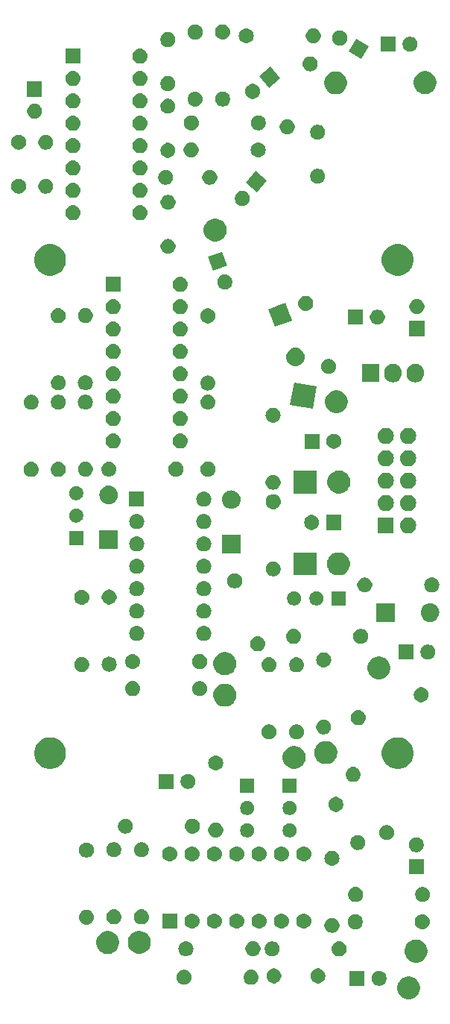
<source format=gbr>
G04 #@! TF.GenerationSoftware,KiCad,Pcbnew,(5.1.2-1)-1*
G04 #@! TF.CreationDate,2022-01-02T20:14:42-05:00*
G04 #@! TF.ProjectId,EchoFXXX_MFOS,4563686f-4658-4585-985f-4d464f532e6b,rev?*
G04 #@! TF.SameCoordinates,Original*
G04 #@! TF.FileFunction,Soldermask,Top*
G04 #@! TF.FilePolarity,Negative*
%FSLAX46Y46*%
G04 Gerber Fmt 4.6, Leading zero omitted, Abs format (unit mm)*
G04 Created by KiCad (PCBNEW (5.1.2-1)-1) date 2022-01-02 20:14:42*
%MOMM*%
%LPD*%
G04 APERTURE LIST*
%ADD10C,0.100000*%
G04 APERTURE END LIST*
D10*
G36*
X58629393Y-120879304D02*
G01*
X58866101Y-120977352D01*
X58866103Y-120977353D01*
X59079135Y-121119696D01*
X59260304Y-121300865D01*
X59388337Y-121492481D01*
X59402648Y-121513899D01*
X59500696Y-121750607D01*
X59550680Y-122001893D01*
X59550680Y-122258107D01*
X59500696Y-122509393D01*
X59402648Y-122746101D01*
X59402647Y-122746103D01*
X59260304Y-122959135D01*
X59079135Y-123140304D01*
X58866103Y-123282647D01*
X58866102Y-123282648D01*
X58866101Y-123282648D01*
X58629393Y-123380696D01*
X58378107Y-123430680D01*
X58121893Y-123430680D01*
X57870607Y-123380696D01*
X57633899Y-123282648D01*
X57633898Y-123282648D01*
X57633897Y-123282647D01*
X57420865Y-123140304D01*
X57239696Y-122959135D01*
X57097353Y-122746103D01*
X57097352Y-122746101D01*
X56999304Y-122509393D01*
X56949320Y-122258107D01*
X56949320Y-122001893D01*
X56999304Y-121750607D01*
X57097352Y-121513899D01*
X57111663Y-121492481D01*
X57239696Y-121300865D01*
X57420865Y-121119696D01*
X57633897Y-120977353D01*
X57633899Y-120977352D01*
X57870607Y-120879304D01*
X58121893Y-120829320D01*
X58378107Y-120829320D01*
X58629393Y-120879304D01*
X58629393Y-120879304D01*
G37*
G36*
X55128228Y-120241703D02*
G01*
X55283100Y-120305853D01*
X55422481Y-120398985D01*
X55541015Y-120517519D01*
X55634147Y-120656900D01*
X55698297Y-120811772D01*
X55731000Y-120976184D01*
X55731000Y-121143816D01*
X55698297Y-121308228D01*
X55634147Y-121463100D01*
X55541015Y-121602481D01*
X55422481Y-121721015D01*
X55283100Y-121814147D01*
X55128228Y-121878297D01*
X54963816Y-121911000D01*
X54796184Y-121911000D01*
X54631772Y-121878297D01*
X54476900Y-121814147D01*
X54337519Y-121721015D01*
X54218985Y-121602481D01*
X54125853Y-121463100D01*
X54061703Y-121308228D01*
X54029000Y-121143816D01*
X54029000Y-120976184D01*
X54061703Y-120811772D01*
X54125853Y-120656900D01*
X54218985Y-120517519D01*
X54337519Y-120398985D01*
X54476900Y-120305853D01*
X54631772Y-120241703D01*
X54796184Y-120209000D01*
X54963816Y-120209000D01*
X55128228Y-120241703D01*
X55128228Y-120241703D01*
G37*
G36*
X53231000Y-121911000D02*
G01*
X51529000Y-121911000D01*
X51529000Y-120209000D01*
X53231000Y-120209000D01*
X53231000Y-121911000D01*
X53231000Y-121911000D01*
G37*
G36*
X40496823Y-120111313D02*
G01*
X40657242Y-120159976D01*
X40724361Y-120195852D01*
X40805078Y-120238996D01*
X40934659Y-120345341D01*
X41041004Y-120474922D01*
X41041005Y-120474924D01*
X41120024Y-120622758D01*
X41168687Y-120783177D01*
X41185117Y-120950000D01*
X41168687Y-121116823D01*
X41120024Y-121277242D01*
X41079477Y-121353100D01*
X41041004Y-121425078D01*
X40934659Y-121554659D01*
X40805078Y-121661004D01*
X40805076Y-121661005D01*
X40657242Y-121740024D01*
X40496823Y-121788687D01*
X40371804Y-121801000D01*
X40288196Y-121801000D01*
X40163177Y-121788687D01*
X40002758Y-121740024D01*
X39854924Y-121661005D01*
X39854922Y-121661004D01*
X39725341Y-121554659D01*
X39618996Y-121425078D01*
X39580523Y-121353100D01*
X39539976Y-121277242D01*
X39491313Y-121116823D01*
X39474883Y-120950000D01*
X39491313Y-120783177D01*
X39539976Y-120622758D01*
X39618995Y-120474924D01*
X39618996Y-120474922D01*
X39725341Y-120345341D01*
X39854922Y-120238996D01*
X39935639Y-120195852D01*
X40002758Y-120159976D01*
X40163177Y-120111313D01*
X40288196Y-120099000D01*
X40371804Y-120099000D01*
X40496823Y-120111313D01*
X40496823Y-120111313D01*
G37*
G36*
X32958228Y-120131703D02*
G01*
X33113100Y-120195853D01*
X33252481Y-120288985D01*
X33371015Y-120407519D01*
X33464147Y-120546900D01*
X33528297Y-120701772D01*
X33561000Y-120866184D01*
X33561000Y-121033816D01*
X33528297Y-121198228D01*
X33464147Y-121353100D01*
X33371015Y-121492481D01*
X33252481Y-121611015D01*
X33113100Y-121704147D01*
X32958228Y-121768297D01*
X32793816Y-121801000D01*
X32626184Y-121801000D01*
X32461772Y-121768297D01*
X32306900Y-121704147D01*
X32167519Y-121611015D01*
X32048985Y-121492481D01*
X31955853Y-121353100D01*
X31891703Y-121198228D01*
X31859000Y-121033816D01*
X31859000Y-120866184D01*
X31891703Y-120701772D01*
X31955853Y-120546900D01*
X32048985Y-120407519D01*
X32167519Y-120288985D01*
X32306900Y-120195853D01*
X32461772Y-120131703D01*
X32626184Y-120099000D01*
X32793816Y-120099000D01*
X32958228Y-120131703D01*
X32958228Y-120131703D01*
G37*
G36*
X48178228Y-119971703D02*
G01*
X48333100Y-120035853D01*
X48472481Y-120128985D01*
X48591015Y-120247519D01*
X48684147Y-120386900D01*
X48748297Y-120541772D01*
X48781000Y-120706184D01*
X48781000Y-120873816D01*
X48748297Y-121038228D01*
X48684147Y-121193100D01*
X48591015Y-121332481D01*
X48472481Y-121451015D01*
X48333100Y-121544147D01*
X48178228Y-121608297D01*
X48013816Y-121641000D01*
X47846184Y-121641000D01*
X47681772Y-121608297D01*
X47526900Y-121544147D01*
X47387519Y-121451015D01*
X47268985Y-121332481D01*
X47175853Y-121193100D01*
X47111703Y-121038228D01*
X47079000Y-120873816D01*
X47079000Y-120706184D01*
X47111703Y-120541772D01*
X47175853Y-120386900D01*
X47268985Y-120247519D01*
X47387519Y-120128985D01*
X47526900Y-120035853D01*
X47681772Y-119971703D01*
X47846184Y-119939000D01*
X48013816Y-119939000D01*
X48178228Y-119971703D01*
X48178228Y-119971703D01*
G37*
G36*
X43178228Y-119971703D02*
G01*
X43333100Y-120035853D01*
X43472481Y-120128985D01*
X43591015Y-120247519D01*
X43684147Y-120386900D01*
X43748297Y-120541772D01*
X43781000Y-120706184D01*
X43781000Y-120873816D01*
X43748297Y-121038228D01*
X43684147Y-121193100D01*
X43591015Y-121332481D01*
X43472481Y-121451015D01*
X43333100Y-121544147D01*
X43178228Y-121608297D01*
X43013816Y-121641000D01*
X42846184Y-121641000D01*
X42681772Y-121608297D01*
X42526900Y-121544147D01*
X42387519Y-121451015D01*
X42268985Y-121332481D01*
X42175853Y-121193100D01*
X42111703Y-121038228D01*
X42079000Y-120873816D01*
X42079000Y-120706184D01*
X42111703Y-120541772D01*
X42175853Y-120386900D01*
X42268985Y-120247519D01*
X42387519Y-120128985D01*
X42526900Y-120035853D01*
X42681772Y-119971703D01*
X42846184Y-119939000D01*
X43013816Y-119939000D01*
X43178228Y-119971703D01*
X43178228Y-119971703D01*
G37*
G36*
X59459393Y-116719304D02*
G01*
X59696101Y-116817352D01*
X59696103Y-116817353D01*
X59909135Y-116959696D01*
X60090304Y-117140865D01*
X60229638Y-117349394D01*
X60232648Y-117353899D01*
X60330696Y-117590607D01*
X60380680Y-117841893D01*
X60380680Y-118098107D01*
X60330696Y-118349393D01*
X60244003Y-118558687D01*
X60232647Y-118586103D01*
X60090304Y-118799135D01*
X59909135Y-118980304D01*
X59696103Y-119122647D01*
X59696102Y-119122648D01*
X59696101Y-119122648D01*
X59459393Y-119220696D01*
X59208107Y-119270680D01*
X58951893Y-119270680D01*
X58700607Y-119220696D01*
X58463899Y-119122648D01*
X58463898Y-119122648D01*
X58463897Y-119122647D01*
X58250865Y-118980304D01*
X58069696Y-118799135D01*
X57927353Y-118586103D01*
X57915997Y-118558687D01*
X57829304Y-118349393D01*
X57779320Y-118098107D01*
X57779320Y-117841893D01*
X57829304Y-117590607D01*
X57927352Y-117353899D01*
X57930362Y-117349394D01*
X58069696Y-117140865D01*
X58250865Y-116959696D01*
X58463897Y-116817353D01*
X58463899Y-116817352D01*
X58700607Y-116719304D01*
X58951893Y-116669320D01*
X59208107Y-116669320D01*
X59459393Y-116719304D01*
X59459393Y-116719304D01*
G37*
G36*
X42978228Y-116901703D02*
G01*
X43133100Y-116965853D01*
X43272481Y-117058985D01*
X43391015Y-117177519D01*
X43484147Y-117316900D01*
X43548297Y-117471772D01*
X43581000Y-117636184D01*
X43581000Y-117803816D01*
X43548297Y-117968228D01*
X43484147Y-118123100D01*
X43391015Y-118262481D01*
X43272481Y-118381015D01*
X43133100Y-118474147D01*
X42978228Y-118538297D01*
X42813816Y-118571000D01*
X42646184Y-118571000D01*
X42481772Y-118538297D01*
X42326900Y-118474147D01*
X42187519Y-118381015D01*
X42068985Y-118262481D01*
X41975853Y-118123100D01*
X41911703Y-117968228D01*
X41879000Y-117803816D01*
X41879000Y-117636184D01*
X41911703Y-117471772D01*
X41975853Y-117316900D01*
X42068985Y-117177519D01*
X42187519Y-117058985D01*
X42326900Y-116965853D01*
X42481772Y-116901703D01*
X42646184Y-116869000D01*
X42813816Y-116869000D01*
X42978228Y-116901703D01*
X42978228Y-116901703D01*
G37*
G36*
X50516823Y-116881313D02*
G01*
X50677242Y-116929976D01*
X50744361Y-116965852D01*
X50825078Y-117008996D01*
X50954659Y-117115341D01*
X51061004Y-117244922D01*
X51061005Y-117244924D01*
X51140024Y-117392758D01*
X51188687Y-117553177D01*
X51205117Y-117720000D01*
X51188687Y-117886823D01*
X51151229Y-118010304D01*
X51143058Y-118037242D01*
X51140024Y-118047242D01*
X51099477Y-118123100D01*
X51061004Y-118195078D01*
X50954659Y-118324659D01*
X50825078Y-118431004D01*
X50825076Y-118431005D01*
X50677242Y-118510024D01*
X50516823Y-118558687D01*
X50391804Y-118571000D01*
X50308196Y-118571000D01*
X50183177Y-118558687D01*
X50022758Y-118510024D01*
X49874924Y-118431005D01*
X49874922Y-118431004D01*
X49745341Y-118324659D01*
X49638996Y-118195078D01*
X49600523Y-118123100D01*
X49559976Y-118047242D01*
X49556943Y-118037242D01*
X49548771Y-118010304D01*
X49511313Y-117886823D01*
X49494883Y-117720000D01*
X49511313Y-117553177D01*
X49559976Y-117392758D01*
X49638995Y-117244924D01*
X49638996Y-117244922D01*
X49745341Y-117115341D01*
X49874922Y-117008996D01*
X49955639Y-116965852D01*
X50022758Y-116929976D01*
X50183177Y-116881313D01*
X50308196Y-116869000D01*
X50391804Y-116869000D01*
X50516823Y-116881313D01*
X50516823Y-116881313D01*
G37*
G36*
X33096823Y-116871313D02*
G01*
X33257242Y-116919976D01*
X33389906Y-116990886D01*
X33405078Y-116998996D01*
X33534659Y-117105341D01*
X33641004Y-117234922D01*
X33641005Y-117234924D01*
X33720024Y-117382758D01*
X33720025Y-117382761D01*
X33723058Y-117392761D01*
X33768687Y-117543177D01*
X33785117Y-117710000D01*
X33768687Y-117876823D01*
X33720024Y-118037242D01*
X33679477Y-118113100D01*
X33641004Y-118185078D01*
X33534659Y-118314659D01*
X33405078Y-118421004D01*
X33405076Y-118421005D01*
X33257242Y-118500024D01*
X33096823Y-118548687D01*
X32971804Y-118561000D01*
X32888196Y-118561000D01*
X32763177Y-118548687D01*
X32602758Y-118500024D01*
X32454924Y-118421005D01*
X32454922Y-118421004D01*
X32325341Y-118314659D01*
X32218996Y-118185078D01*
X32180523Y-118113100D01*
X32139976Y-118037242D01*
X32091313Y-117876823D01*
X32074883Y-117710000D01*
X32091313Y-117543177D01*
X32136942Y-117392761D01*
X32139975Y-117382761D01*
X32139976Y-117382758D01*
X32218995Y-117234924D01*
X32218996Y-117234922D01*
X32325341Y-117105341D01*
X32454922Y-116998996D01*
X32470094Y-116990886D01*
X32602758Y-116919976D01*
X32763177Y-116871313D01*
X32888196Y-116859000D01*
X32971804Y-116859000D01*
X33096823Y-116871313D01*
X33096823Y-116871313D01*
G37*
G36*
X40798228Y-116891703D02*
G01*
X40953100Y-116955853D01*
X41092481Y-117048985D01*
X41211015Y-117167519D01*
X41304147Y-117306900D01*
X41368297Y-117461772D01*
X41401000Y-117626184D01*
X41401000Y-117793816D01*
X41368297Y-117958228D01*
X41304147Y-118113100D01*
X41211015Y-118252481D01*
X41092481Y-118371015D01*
X40953100Y-118464147D01*
X40798228Y-118528297D01*
X40633816Y-118561000D01*
X40466184Y-118561000D01*
X40301772Y-118528297D01*
X40146900Y-118464147D01*
X40007519Y-118371015D01*
X39888985Y-118252481D01*
X39795853Y-118113100D01*
X39731703Y-117958228D01*
X39699000Y-117793816D01*
X39699000Y-117626184D01*
X39731703Y-117461772D01*
X39795853Y-117306900D01*
X39888985Y-117167519D01*
X40007519Y-117048985D01*
X40146900Y-116955853D01*
X40301772Y-116891703D01*
X40466184Y-116859000D01*
X40633816Y-116859000D01*
X40798228Y-116891703D01*
X40798228Y-116891703D01*
G37*
G36*
X24439393Y-115749304D02*
G01*
X24603677Y-115817353D01*
X24676103Y-115847353D01*
X24889135Y-115989696D01*
X25070304Y-116170865D01*
X25192603Y-116353899D01*
X25212648Y-116383899D01*
X25310696Y-116620607D01*
X25360680Y-116871893D01*
X25360680Y-117128107D01*
X25310696Y-117379393D01*
X25223208Y-117590606D01*
X25212647Y-117616103D01*
X25070304Y-117829135D01*
X24889135Y-118010304D01*
X24676103Y-118152647D01*
X24676102Y-118152648D01*
X24676101Y-118152648D01*
X24439393Y-118250696D01*
X24188107Y-118300680D01*
X23931893Y-118300680D01*
X23680607Y-118250696D01*
X23443899Y-118152648D01*
X23443898Y-118152648D01*
X23443897Y-118152647D01*
X23230865Y-118010304D01*
X23049696Y-117829135D01*
X22907353Y-117616103D01*
X22896792Y-117590606D01*
X22809304Y-117379393D01*
X22759320Y-117128107D01*
X22759320Y-116871893D01*
X22809304Y-116620607D01*
X22907352Y-116383899D01*
X22927397Y-116353899D01*
X23049696Y-116170865D01*
X23230865Y-115989696D01*
X23443897Y-115847353D01*
X23516323Y-115817353D01*
X23680607Y-115749304D01*
X23931893Y-115699320D01*
X24188107Y-115699320D01*
X24439393Y-115749304D01*
X24439393Y-115749304D01*
G37*
G36*
X28019393Y-115719304D02*
G01*
X28256101Y-115817352D01*
X28256103Y-115817353D01*
X28469135Y-115959696D01*
X28650304Y-116140865D01*
X28792647Y-116353897D01*
X28792648Y-116353899D01*
X28890696Y-116590607D01*
X28940680Y-116841893D01*
X28940680Y-117098107D01*
X28890696Y-117349393D01*
X28792648Y-117586101D01*
X28792647Y-117586103D01*
X28650304Y-117799135D01*
X28469135Y-117980304D01*
X28256103Y-118122647D01*
X28256102Y-118122648D01*
X28256101Y-118122648D01*
X28019393Y-118220696D01*
X27768107Y-118270680D01*
X27511893Y-118270680D01*
X27260607Y-118220696D01*
X27023899Y-118122648D01*
X27023898Y-118122648D01*
X27023897Y-118122647D01*
X26810865Y-117980304D01*
X26629696Y-117799135D01*
X26487353Y-117586103D01*
X26487352Y-117586101D01*
X26389304Y-117349393D01*
X26339320Y-117098107D01*
X26339320Y-116841893D01*
X26389304Y-116590607D01*
X26487352Y-116353899D01*
X26487353Y-116353897D01*
X26629696Y-116140865D01*
X26810865Y-115959696D01*
X27023897Y-115817353D01*
X27023899Y-115817352D01*
X27260607Y-115719304D01*
X27511893Y-115669320D01*
X27768107Y-115669320D01*
X28019393Y-115719304D01*
X28019393Y-115719304D01*
G37*
G36*
X49778228Y-114241703D02*
G01*
X49933100Y-114305853D01*
X50072481Y-114398985D01*
X50191015Y-114517519D01*
X50284147Y-114656900D01*
X50348297Y-114811772D01*
X50381000Y-114976184D01*
X50381000Y-115143816D01*
X50348297Y-115308228D01*
X50284147Y-115463100D01*
X50191015Y-115602481D01*
X50072481Y-115721015D01*
X49933100Y-115814147D01*
X49778228Y-115878297D01*
X49613816Y-115911000D01*
X49446184Y-115911000D01*
X49281772Y-115878297D01*
X49126900Y-115814147D01*
X48987519Y-115721015D01*
X48868985Y-115602481D01*
X48775853Y-115463100D01*
X48711703Y-115308228D01*
X48679000Y-115143816D01*
X48679000Y-114976184D01*
X48711703Y-114811772D01*
X48775853Y-114656900D01*
X48868985Y-114517519D01*
X48987519Y-114398985D01*
X49126900Y-114305853D01*
X49281772Y-114241703D01*
X49446184Y-114209000D01*
X49613816Y-114209000D01*
X49778228Y-114241703D01*
X49778228Y-114241703D01*
G37*
G36*
X59966823Y-113801313D02*
G01*
X60127242Y-113849976D01*
X60194361Y-113885852D01*
X60275078Y-113928996D01*
X60404659Y-114035341D01*
X60511004Y-114164922D01*
X60511005Y-114164924D01*
X60590024Y-114312758D01*
X60638687Y-114473177D01*
X60655117Y-114640000D01*
X60638687Y-114806823D01*
X60611259Y-114897239D01*
X60592620Y-114958686D01*
X60590024Y-114967242D01*
X60519114Y-115099906D01*
X60511004Y-115115078D01*
X60404659Y-115244659D01*
X60275078Y-115351004D01*
X60275076Y-115351005D01*
X60127242Y-115430024D01*
X59966823Y-115478687D01*
X59841804Y-115491000D01*
X59758196Y-115491000D01*
X59633177Y-115478687D01*
X59472758Y-115430024D01*
X59324924Y-115351005D01*
X59324922Y-115351004D01*
X59195341Y-115244659D01*
X59088996Y-115115078D01*
X59080886Y-115099906D01*
X59009976Y-114967242D01*
X59007381Y-114958686D01*
X58988741Y-114897239D01*
X58961313Y-114806823D01*
X58944883Y-114640000D01*
X58961313Y-114473177D01*
X59009976Y-114312758D01*
X59088995Y-114164924D01*
X59088996Y-114164922D01*
X59195341Y-114035341D01*
X59324922Y-113928996D01*
X59405639Y-113885852D01*
X59472758Y-113849976D01*
X59633177Y-113801313D01*
X59758196Y-113789000D01*
X59841804Y-113789000D01*
X59966823Y-113801313D01*
X59966823Y-113801313D01*
G37*
G36*
X52428228Y-113821703D02*
G01*
X52583100Y-113885853D01*
X52722481Y-113978985D01*
X52841015Y-114097519D01*
X52934147Y-114236900D01*
X52998297Y-114391772D01*
X53031000Y-114556184D01*
X53031000Y-114723816D01*
X52998297Y-114888228D01*
X52934147Y-115043100D01*
X52841015Y-115182481D01*
X52722481Y-115301015D01*
X52583100Y-115394147D01*
X52428228Y-115458297D01*
X52263816Y-115491000D01*
X52096184Y-115491000D01*
X51931772Y-115458297D01*
X51776900Y-115394147D01*
X51637519Y-115301015D01*
X51518985Y-115182481D01*
X51425853Y-115043100D01*
X51361703Y-114888228D01*
X51329000Y-114723816D01*
X51329000Y-114556184D01*
X51361703Y-114391772D01*
X51425853Y-114236900D01*
X51518985Y-114097519D01*
X51637519Y-113978985D01*
X51776900Y-113885853D01*
X51931772Y-113821703D01*
X52096184Y-113789000D01*
X52263816Y-113789000D01*
X52428228Y-113821703D01*
X52428228Y-113821703D01*
G37*
G36*
X46486823Y-113731313D02*
G01*
X46647242Y-113779976D01*
X46725311Y-113821705D01*
X46795078Y-113858996D01*
X46924659Y-113965341D01*
X47031004Y-114094922D01*
X47031005Y-114094924D01*
X47110024Y-114242758D01*
X47158687Y-114403177D01*
X47175117Y-114570000D01*
X47158687Y-114736823D01*
X47110024Y-114897242D01*
X47067828Y-114976185D01*
X47031004Y-115045078D01*
X46924659Y-115174659D01*
X46795078Y-115281004D01*
X46795076Y-115281005D01*
X46647242Y-115360024D01*
X46486823Y-115408687D01*
X46361804Y-115421000D01*
X46278196Y-115421000D01*
X46153177Y-115408687D01*
X45992758Y-115360024D01*
X45844924Y-115281005D01*
X45844922Y-115281004D01*
X45715341Y-115174659D01*
X45608996Y-115045078D01*
X45572172Y-114976185D01*
X45529976Y-114897242D01*
X45481313Y-114736823D01*
X45464883Y-114570000D01*
X45481313Y-114403177D01*
X45529976Y-114242758D01*
X45608995Y-114094924D01*
X45608996Y-114094922D01*
X45715341Y-113965341D01*
X45844922Y-113858996D01*
X45914689Y-113821705D01*
X45992758Y-113779976D01*
X46153177Y-113731313D01*
X46278196Y-113719000D01*
X46361804Y-113719000D01*
X46486823Y-113731313D01*
X46486823Y-113731313D01*
G37*
G36*
X31931000Y-115421000D02*
G01*
X30229000Y-115421000D01*
X30229000Y-113719000D01*
X31931000Y-113719000D01*
X31931000Y-115421000D01*
X31931000Y-115421000D01*
G37*
G36*
X33786823Y-113731313D02*
G01*
X33947242Y-113779976D01*
X34025311Y-113821705D01*
X34095078Y-113858996D01*
X34224659Y-113965341D01*
X34331004Y-114094922D01*
X34331005Y-114094924D01*
X34410024Y-114242758D01*
X34458687Y-114403177D01*
X34475117Y-114570000D01*
X34458687Y-114736823D01*
X34410024Y-114897242D01*
X34367828Y-114976185D01*
X34331004Y-115045078D01*
X34224659Y-115174659D01*
X34095078Y-115281004D01*
X34095076Y-115281005D01*
X33947242Y-115360024D01*
X33786823Y-115408687D01*
X33661804Y-115421000D01*
X33578196Y-115421000D01*
X33453177Y-115408687D01*
X33292758Y-115360024D01*
X33144924Y-115281005D01*
X33144922Y-115281004D01*
X33015341Y-115174659D01*
X32908996Y-115045078D01*
X32872172Y-114976185D01*
X32829976Y-114897242D01*
X32781313Y-114736823D01*
X32764883Y-114570000D01*
X32781313Y-114403177D01*
X32829976Y-114242758D01*
X32908995Y-114094924D01*
X32908996Y-114094922D01*
X33015341Y-113965341D01*
X33144922Y-113858996D01*
X33214689Y-113821705D01*
X33292758Y-113779976D01*
X33453177Y-113731313D01*
X33578196Y-113719000D01*
X33661804Y-113719000D01*
X33786823Y-113731313D01*
X33786823Y-113731313D01*
G37*
G36*
X36326823Y-113731313D02*
G01*
X36487242Y-113779976D01*
X36565311Y-113821705D01*
X36635078Y-113858996D01*
X36764659Y-113965341D01*
X36871004Y-114094922D01*
X36871005Y-114094924D01*
X36950024Y-114242758D01*
X36998687Y-114403177D01*
X37015117Y-114570000D01*
X36998687Y-114736823D01*
X36950024Y-114897242D01*
X36907828Y-114976185D01*
X36871004Y-115045078D01*
X36764659Y-115174659D01*
X36635078Y-115281004D01*
X36635076Y-115281005D01*
X36487242Y-115360024D01*
X36326823Y-115408687D01*
X36201804Y-115421000D01*
X36118196Y-115421000D01*
X35993177Y-115408687D01*
X35832758Y-115360024D01*
X35684924Y-115281005D01*
X35684922Y-115281004D01*
X35555341Y-115174659D01*
X35448996Y-115045078D01*
X35412172Y-114976185D01*
X35369976Y-114897242D01*
X35321313Y-114736823D01*
X35304883Y-114570000D01*
X35321313Y-114403177D01*
X35369976Y-114242758D01*
X35448995Y-114094924D01*
X35448996Y-114094922D01*
X35555341Y-113965341D01*
X35684922Y-113858996D01*
X35754689Y-113821705D01*
X35832758Y-113779976D01*
X35993177Y-113731313D01*
X36118196Y-113719000D01*
X36201804Y-113719000D01*
X36326823Y-113731313D01*
X36326823Y-113731313D01*
G37*
G36*
X38866823Y-113731313D02*
G01*
X39027242Y-113779976D01*
X39105311Y-113821705D01*
X39175078Y-113858996D01*
X39304659Y-113965341D01*
X39411004Y-114094922D01*
X39411005Y-114094924D01*
X39490024Y-114242758D01*
X39538687Y-114403177D01*
X39555117Y-114570000D01*
X39538687Y-114736823D01*
X39490024Y-114897242D01*
X39447828Y-114976185D01*
X39411004Y-115045078D01*
X39304659Y-115174659D01*
X39175078Y-115281004D01*
X39175076Y-115281005D01*
X39027242Y-115360024D01*
X38866823Y-115408687D01*
X38741804Y-115421000D01*
X38658196Y-115421000D01*
X38533177Y-115408687D01*
X38372758Y-115360024D01*
X38224924Y-115281005D01*
X38224922Y-115281004D01*
X38095341Y-115174659D01*
X37988996Y-115045078D01*
X37952172Y-114976185D01*
X37909976Y-114897242D01*
X37861313Y-114736823D01*
X37844883Y-114570000D01*
X37861313Y-114403177D01*
X37909976Y-114242758D01*
X37988995Y-114094924D01*
X37988996Y-114094922D01*
X38095341Y-113965341D01*
X38224922Y-113858996D01*
X38294689Y-113821705D01*
X38372758Y-113779976D01*
X38533177Y-113731313D01*
X38658196Y-113719000D01*
X38741804Y-113719000D01*
X38866823Y-113731313D01*
X38866823Y-113731313D01*
G37*
G36*
X41406823Y-113731313D02*
G01*
X41567242Y-113779976D01*
X41645311Y-113821705D01*
X41715078Y-113858996D01*
X41844659Y-113965341D01*
X41951004Y-114094922D01*
X41951005Y-114094924D01*
X42030024Y-114242758D01*
X42078687Y-114403177D01*
X42095117Y-114570000D01*
X42078687Y-114736823D01*
X42030024Y-114897242D01*
X41987828Y-114976185D01*
X41951004Y-115045078D01*
X41844659Y-115174659D01*
X41715078Y-115281004D01*
X41715076Y-115281005D01*
X41567242Y-115360024D01*
X41406823Y-115408687D01*
X41281804Y-115421000D01*
X41198196Y-115421000D01*
X41073177Y-115408687D01*
X40912758Y-115360024D01*
X40764924Y-115281005D01*
X40764922Y-115281004D01*
X40635341Y-115174659D01*
X40528996Y-115045078D01*
X40492172Y-114976185D01*
X40449976Y-114897242D01*
X40401313Y-114736823D01*
X40384883Y-114570000D01*
X40401313Y-114403177D01*
X40449976Y-114242758D01*
X40528995Y-114094924D01*
X40528996Y-114094922D01*
X40635341Y-113965341D01*
X40764922Y-113858996D01*
X40834689Y-113821705D01*
X40912758Y-113779976D01*
X41073177Y-113731313D01*
X41198196Y-113719000D01*
X41281804Y-113719000D01*
X41406823Y-113731313D01*
X41406823Y-113731313D01*
G37*
G36*
X43946823Y-113731313D02*
G01*
X44107242Y-113779976D01*
X44185311Y-113821705D01*
X44255078Y-113858996D01*
X44384659Y-113965341D01*
X44491004Y-114094922D01*
X44491005Y-114094924D01*
X44570024Y-114242758D01*
X44618687Y-114403177D01*
X44635117Y-114570000D01*
X44618687Y-114736823D01*
X44570024Y-114897242D01*
X44527828Y-114976185D01*
X44491004Y-115045078D01*
X44384659Y-115174659D01*
X44255078Y-115281004D01*
X44255076Y-115281005D01*
X44107242Y-115360024D01*
X43946823Y-115408687D01*
X43821804Y-115421000D01*
X43738196Y-115421000D01*
X43613177Y-115408687D01*
X43452758Y-115360024D01*
X43304924Y-115281005D01*
X43304922Y-115281004D01*
X43175341Y-115174659D01*
X43068996Y-115045078D01*
X43032172Y-114976185D01*
X42989976Y-114897242D01*
X42941313Y-114736823D01*
X42924883Y-114570000D01*
X42941313Y-114403177D01*
X42989976Y-114242758D01*
X43068995Y-114094924D01*
X43068996Y-114094922D01*
X43175341Y-113965341D01*
X43304922Y-113858996D01*
X43374689Y-113821705D01*
X43452758Y-113779976D01*
X43613177Y-113731313D01*
X43738196Y-113719000D01*
X43821804Y-113719000D01*
X43946823Y-113731313D01*
X43946823Y-113731313D01*
G37*
G36*
X21796823Y-113281313D02*
G01*
X21957242Y-113329976D01*
X22030241Y-113368995D01*
X22105078Y-113408996D01*
X22234659Y-113515341D01*
X22341004Y-113644922D01*
X22341005Y-113644924D01*
X22420024Y-113792758D01*
X22420025Y-113792761D01*
X22428804Y-113821703D01*
X22468687Y-113953177D01*
X22485117Y-114120000D01*
X22468687Y-114286823D01*
X22420024Y-114447242D01*
X22362385Y-114555076D01*
X22341004Y-114595078D01*
X22234659Y-114724659D01*
X22105078Y-114831004D01*
X22105076Y-114831005D01*
X21957242Y-114910024D01*
X21796823Y-114958687D01*
X21671804Y-114971000D01*
X21588196Y-114971000D01*
X21463177Y-114958687D01*
X21302758Y-114910024D01*
X21154924Y-114831005D01*
X21154922Y-114831004D01*
X21025341Y-114724659D01*
X20918996Y-114595078D01*
X20897615Y-114555076D01*
X20839976Y-114447242D01*
X20791313Y-114286823D01*
X20774883Y-114120000D01*
X20791313Y-113953177D01*
X20831196Y-113821703D01*
X20839975Y-113792761D01*
X20839976Y-113792758D01*
X20918995Y-113644924D01*
X20918996Y-113644922D01*
X21025341Y-113515341D01*
X21154922Y-113408996D01*
X21229759Y-113368995D01*
X21302758Y-113329976D01*
X21463177Y-113281313D01*
X21588196Y-113269000D01*
X21671804Y-113269000D01*
X21796823Y-113281313D01*
X21796823Y-113281313D01*
G37*
G36*
X28046823Y-113251313D02*
G01*
X28207242Y-113299976D01*
X28336367Y-113368995D01*
X28355078Y-113378996D01*
X28484659Y-113485341D01*
X28591004Y-113614922D01*
X28591005Y-113614924D01*
X28670024Y-113762758D01*
X28670025Y-113762761D01*
X28679083Y-113792620D01*
X28718687Y-113923177D01*
X28735117Y-114090000D01*
X28718687Y-114256823D01*
X28709586Y-114286825D01*
X28673058Y-114407242D01*
X28670024Y-114417242D01*
X28640127Y-114473175D01*
X28591004Y-114565078D01*
X28484659Y-114694659D01*
X28355078Y-114801004D01*
X28355076Y-114801005D01*
X28207242Y-114880024D01*
X28046823Y-114928687D01*
X27921804Y-114941000D01*
X27838196Y-114941000D01*
X27713177Y-114928687D01*
X27552758Y-114880024D01*
X27404924Y-114801005D01*
X27404922Y-114801004D01*
X27275341Y-114694659D01*
X27168996Y-114565078D01*
X27119873Y-114473175D01*
X27089976Y-114417242D01*
X27086943Y-114407242D01*
X27050414Y-114286825D01*
X27041313Y-114256823D01*
X27024883Y-114090000D01*
X27041313Y-113923177D01*
X27080917Y-113792620D01*
X27089975Y-113762761D01*
X27089976Y-113762758D01*
X27168995Y-113614924D01*
X27168996Y-113614922D01*
X27275341Y-113485341D01*
X27404922Y-113378996D01*
X27423633Y-113368995D01*
X27552758Y-113299976D01*
X27713177Y-113251313D01*
X27838196Y-113239000D01*
X27921804Y-113239000D01*
X28046823Y-113251313D01*
X28046823Y-113251313D01*
G37*
G36*
X24906823Y-113241313D02*
G01*
X25067242Y-113289976D01*
X25199906Y-113360886D01*
X25215078Y-113368996D01*
X25344659Y-113475341D01*
X25451004Y-113604922D01*
X25451005Y-113604924D01*
X25530024Y-113752758D01*
X25530025Y-113752761D01*
X25533058Y-113762761D01*
X25578687Y-113913177D01*
X25595117Y-114080000D01*
X25578687Y-114246823D01*
X25530024Y-114407242D01*
X25494782Y-114473175D01*
X25451004Y-114555078D01*
X25344659Y-114684659D01*
X25215078Y-114791004D01*
X25215076Y-114791005D01*
X25067242Y-114870024D01*
X24906823Y-114918687D01*
X24781804Y-114931000D01*
X24698196Y-114931000D01*
X24573177Y-114918687D01*
X24412758Y-114870024D01*
X24264924Y-114791005D01*
X24264922Y-114791004D01*
X24135341Y-114684659D01*
X24028996Y-114555078D01*
X23985218Y-114473175D01*
X23949976Y-114407242D01*
X23901313Y-114246823D01*
X23884883Y-114080000D01*
X23901313Y-113913177D01*
X23946942Y-113762761D01*
X23949975Y-113752761D01*
X23949976Y-113752758D01*
X24028995Y-113604924D01*
X24028996Y-113604922D01*
X24135341Y-113475341D01*
X24264922Y-113368996D01*
X24280094Y-113360886D01*
X24412758Y-113289976D01*
X24573177Y-113241313D01*
X24698196Y-113229000D01*
X24781804Y-113229000D01*
X24906823Y-113241313D01*
X24906823Y-113241313D01*
G37*
G36*
X52376823Y-110711313D02*
G01*
X52537242Y-110759976D01*
X52604361Y-110795852D01*
X52685078Y-110838996D01*
X52814659Y-110945341D01*
X52921004Y-111074922D01*
X52921005Y-111074924D01*
X53000024Y-111222758D01*
X53048687Y-111383177D01*
X53065117Y-111550000D01*
X53048687Y-111716823D01*
X53000024Y-111877242D01*
X52959477Y-111953100D01*
X52921004Y-112025078D01*
X52814659Y-112154659D01*
X52685078Y-112261004D01*
X52685076Y-112261005D01*
X52537242Y-112340024D01*
X52376823Y-112388687D01*
X52251804Y-112401000D01*
X52168196Y-112401000D01*
X52043177Y-112388687D01*
X51882758Y-112340024D01*
X51734924Y-112261005D01*
X51734922Y-112261004D01*
X51605341Y-112154659D01*
X51498996Y-112025078D01*
X51460523Y-111953100D01*
X51419976Y-111877242D01*
X51371313Y-111716823D01*
X51354883Y-111550000D01*
X51371313Y-111383177D01*
X51419976Y-111222758D01*
X51498995Y-111074924D01*
X51498996Y-111074922D01*
X51605341Y-110945341D01*
X51734922Y-110838996D01*
X51815639Y-110795852D01*
X51882758Y-110759976D01*
X52043177Y-110711313D01*
X52168196Y-110699000D01*
X52251804Y-110699000D01*
X52376823Y-110711313D01*
X52376823Y-110711313D01*
G37*
G36*
X60078228Y-110731703D02*
G01*
X60233100Y-110795853D01*
X60372481Y-110888985D01*
X60491015Y-111007519D01*
X60584147Y-111146900D01*
X60648297Y-111301772D01*
X60681000Y-111466184D01*
X60681000Y-111633816D01*
X60648297Y-111798228D01*
X60584147Y-111953100D01*
X60491015Y-112092481D01*
X60372481Y-112211015D01*
X60233100Y-112304147D01*
X60078228Y-112368297D01*
X59913816Y-112401000D01*
X59746184Y-112401000D01*
X59581772Y-112368297D01*
X59426900Y-112304147D01*
X59287519Y-112211015D01*
X59168985Y-112092481D01*
X59075853Y-111953100D01*
X59011703Y-111798228D01*
X58979000Y-111633816D01*
X58979000Y-111466184D01*
X59011703Y-111301772D01*
X59075853Y-111146900D01*
X59168985Y-111007519D01*
X59287519Y-110888985D01*
X59426900Y-110795853D01*
X59581772Y-110731703D01*
X59746184Y-110699000D01*
X59913816Y-110699000D01*
X60078228Y-110731703D01*
X60078228Y-110731703D01*
G37*
G36*
X59971000Y-109251000D02*
G01*
X58269000Y-109251000D01*
X58269000Y-107549000D01*
X59971000Y-107549000D01*
X59971000Y-109251000D01*
X59971000Y-109251000D01*
G37*
G36*
X49696823Y-106601313D02*
G01*
X49857242Y-106649976D01*
X49984932Y-106718228D01*
X50005078Y-106728996D01*
X50134659Y-106835341D01*
X50241004Y-106964922D01*
X50241005Y-106964924D01*
X50320024Y-107112758D01*
X50368687Y-107273177D01*
X50385117Y-107440000D01*
X50368687Y-107606823D01*
X50320024Y-107767242D01*
X50308561Y-107788687D01*
X50241004Y-107915078D01*
X50134659Y-108044659D01*
X50005078Y-108151004D01*
X50005076Y-108151005D01*
X49857242Y-108230024D01*
X49696823Y-108278687D01*
X49571804Y-108291000D01*
X49488196Y-108291000D01*
X49363177Y-108278687D01*
X49202758Y-108230024D01*
X49054924Y-108151005D01*
X49054922Y-108151004D01*
X48925341Y-108044659D01*
X48818996Y-107915078D01*
X48751439Y-107788687D01*
X48739976Y-107767242D01*
X48691313Y-107606823D01*
X48674883Y-107440000D01*
X48691313Y-107273177D01*
X48739976Y-107112758D01*
X48818995Y-106964924D01*
X48818996Y-106964922D01*
X48925341Y-106835341D01*
X49054922Y-106728996D01*
X49075068Y-106718228D01*
X49202758Y-106649976D01*
X49363177Y-106601313D01*
X49488196Y-106589000D01*
X49571804Y-106589000D01*
X49696823Y-106601313D01*
X49696823Y-106601313D01*
G37*
G36*
X31246823Y-106111313D02*
G01*
X31407242Y-106159976D01*
X31504145Y-106211772D01*
X31555078Y-106238996D01*
X31684659Y-106345341D01*
X31791004Y-106474922D01*
X31791005Y-106474924D01*
X31870024Y-106622758D01*
X31918687Y-106783177D01*
X31935117Y-106950000D01*
X31918687Y-107116823D01*
X31870024Y-107277242D01*
X31830599Y-107351000D01*
X31791004Y-107425078D01*
X31684659Y-107554659D01*
X31555078Y-107661004D01*
X31555076Y-107661005D01*
X31407242Y-107740024D01*
X31246823Y-107788687D01*
X31121804Y-107801000D01*
X31038196Y-107801000D01*
X30913177Y-107788687D01*
X30752758Y-107740024D01*
X30604924Y-107661005D01*
X30604922Y-107661004D01*
X30475341Y-107554659D01*
X30368996Y-107425078D01*
X30329401Y-107351000D01*
X30289976Y-107277242D01*
X30241313Y-107116823D01*
X30224883Y-106950000D01*
X30241313Y-106783177D01*
X30289976Y-106622758D01*
X30368995Y-106474924D01*
X30368996Y-106474922D01*
X30475341Y-106345341D01*
X30604922Y-106238996D01*
X30655855Y-106211772D01*
X30752758Y-106159976D01*
X30913177Y-106111313D01*
X31038196Y-106099000D01*
X31121804Y-106099000D01*
X31246823Y-106111313D01*
X31246823Y-106111313D01*
G37*
G36*
X36326823Y-106111313D02*
G01*
X36487242Y-106159976D01*
X36584145Y-106211772D01*
X36635078Y-106238996D01*
X36764659Y-106345341D01*
X36871004Y-106474922D01*
X36871005Y-106474924D01*
X36950024Y-106622758D01*
X36998687Y-106783177D01*
X37015117Y-106950000D01*
X36998687Y-107116823D01*
X36950024Y-107277242D01*
X36910599Y-107351000D01*
X36871004Y-107425078D01*
X36764659Y-107554659D01*
X36635078Y-107661004D01*
X36635076Y-107661005D01*
X36487242Y-107740024D01*
X36326823Y-107788687D01*
X36201804Y-107801000D01*
X36118196Y-107801000D01*
X35993177Y-107788687D01*
X35832758Y-107740024D01*
X35684924Y-107661005D01*
X35684922Y-107661004D01*
X35555341Y-107554659D01*
X35448996Y-107425078D01*
X35409401Y-107351000D01*
X35369976Y-107277242D01*
X35321313Y-107116823D01*
X35304883Y-106950000D01*
X35321313Y-106783177D01*
X35369976Y-106622758D01*
X35448995Y-106474924D01*
X35448996Y-106474922D01*
X35555341Y-106345341D01*
X35684922Y-106238996D01*
X35735855Y-106211772D01*
X35832758Y-106159976D01*
X35993177Y-106111313D01*
X36118196Y-106099000D01*
X36201804Y-106099000D01*
X36326823Y-106111313D01*
X36326823Y-106111313D01*
G37*
G36*
X33786823Y-106111313D02*
G01*
X33947242Y-106159976D01*
X34044145Y-106211772D01*
X34095078Y-106238996D01*
X34224659Y-106345341D01*
X34331004Y-106474922D01*
X34331005Y-106474924D01*
X34410024Y-106622758D01*
X34458687Y-106783177D01*
X34475117Y-106950000D01*
X34458687Y-107116823D01*
X34410024Y-107277242D01*
X34370599Y-107351000D01*
X34331004Y-107425078D01*
X34224659Y-107554659D01*
X34095078Y-107661004D01*
X34095076Y-107661005D01*
X33947242Y-107740024D01*
X33786823Y-107788687D01*
X33661804Y-107801000D01*
X33578196Y-107801000D01*
X33453177Y-107788687D01*
X33292758Y-107740024D01*
X33144924Y-107661005D01*
X33144922Y-107661004D01*
X33015341Y-107554659D01*
X32908996Y-107425078D01*
X32869401Y-107351000D01*
X32829976Y-107277242D01*
X32781313Y-107116823D01*
X32764883Y-106950000D01*
X32781313Y-106783177D01*
X32829976Y-106622758D01*
X32908995Y-106474924D01*
X32908996Y-106474922D01*
X33015341Y-106345341D01*
X33144922Y-106238996D01*
X33195855Y-106211772D01*
X33292758Y-106159976D01*
X33453177Y-106111313D01*
X33578196Y-106099000D01*
X33661804Y-106099000D01*
X33786823Y-106111313D01*
X33786823Y-106111313D01*
G37*
G36*
X38866823Y-106111313D02*
G01*
X39027242Y-106159976D01*
X39124145Y-106211772D01*
X39175078Y-106238996D01*
X39304659Y-106345341D01*
X39411004Y-106474922D01*
X39411005Y-106474924D01*
X39490024Y-106622758D01*
X39538687Y-106783177D01*
X39555117Y-106950000D01*
X39538687Y-107116823D01*
X39490024Y-107277242D01*
X39450599Y-107351000D01*
X39411004Y-107425078D01*
X39304659Y-107554659D01*
X39175078Y-107661004D01*
X39175076Y-107661005D01*
X39027242Y-107740024D01*
X38866823Y-107788687D01*
X38741804Y-107801000D01*
X38658196Y-107801000D01*
X38533177Y-107788687D01*
X38372758Y-107740024D01*
X38224924Y-107661005D01*
X38224922Y-107661004D01*
X38095341Y-107554659D01*
X37988996Y-107425078D01*
X37949401Y-107351000D01*
X37909976Y-107277242D01*
X37861313Y-107116823D01*
X37844883Y-106950000D01*
X37861313Y-106783177D01*
X37909976Y-106622758D01*
X37988995Y-106474924D01*
X37988996Y-106474922D01*
X38095341Y-106345341D01*
X38224922Y-106238996D01*
X38275855Y-106211772D01*
X38372758Y-106159976D01*
X38533177Y-106111313D01*
X38658196Y-106099000D01*
X38741804Y-106099000D01*
X38866823Y-106111313D01*
X38866823Y-106111313D01*
G37*
G36*
X41406823Y-106111313D02*
G01*
X41567242Y-106159976D01*
X41664145Y-106211772D01*
X41715078Y-106238996D01*
X41844659Y-106345341D01*
X41951004Y-106474922D01*
X41951005Y-106474924D01*
X42030024Y-106622758D01*
X42078687Y-106783177D01*
X42095117Y-106950000D01*
X42078687Y-107116823D01*
X42030024Y-107277242D01*
X41990599Y-107351000D01*
X41951004Y-107425078D01*
X41844659Y-107554659D01*
X41715078Y-107661004D01*
X41715076Y-107661005D01*
X41567242Y-107740024D01*
X41406823Y-107788687D01*
X41281804Y-107801000D01*
X41198196Y-107801000D01*
X41073177Y-107788687D01*
X40912758Y-107740024D01*
X40764924Y-107661005D01*
X40764922Y-107661004D01*
X40635341Y-107554659D01*
X40528996Y-107425078D01*
X40489401Y-107351000D01*
X40449976Y-107277242D01*
X40401313Y-107116823D01*
X40384883Y-106950000D01*
X40401313Y-106783177D01*
X40449976Y-106622758D01*
X40528995Y-106474924D01*
X40528996Y-106474922D01*
X40635341Y-106345341D01*
X40764922Y-106238996D01*
X40815855Y-106211772D01*
X40912758Y-106159976D01*
X41073177Y-106111313D01*
X41198196Y-106099000D01*
X41281804Y-106099000D01*
X41406823Y-106111313D01*
X41406823Y-106111313D01*
G37*
G36*
X43946823Y-106111313D02*
G01*
X44107242Y-106159976D01*
X44204145Y-106211772D01*
X44255078Y-106238996D01*
X44384659Y-106345341D01*
X44491004Y-106474922D01*
X44491005Y-106474924D01*
X44570024Y-106622758D01*
X44618687Y-106783177D01*
X44635117Y-106950000D01*
X44618687Y-107116823D01*
X44570024Y-107277242D01*
X44530599Y-107351000D01*
X44491004Y-107425078D01*
X44384659Y-107554659D01*
X44255078Y-107661004D01*
X44255076Y-107661005D01*
X44107242Y-107740024D01*
X43946823Y-107788687D01*
X43821804Y-107801000D01*
X43738196Y-107801000D01*
X43613177Y-107788687D01*
X43452758Y-107740024D01*
X43304924Y-107661005D01*
X43304922Y-107661004D01*
X43175341Y-107554659D01*
X43068996Y-107425078D01*
X43029401Y-107351000D01*
X42989976Y-107277242D01*
X42941313Y-107116823D01*
X42924883Y-106950000D01*
X42941313Y-106783177D01*
X42989976Y-106622758D01*
X43068995Y-106474924D01*
X43068996Y-106474922D01*
X43175341Y-106345341D01*
X43304922Y-106238996D01*
X43355855Y-106211772D01*
X43452758Y-106159976D01*
X43613177Y-106111313D01*
X43738196Y-106099000D01*
X43821804Y-106099000D01*
X43946823Y-106111313D01*
X43946823Y-106111313D01*
G37*
G36*
X46486823Y-106111313D02*
G01*
X46647242Y-106159976D01*
X46744145Y-106211772D01*
X46795078Y-106238996D01*
X46924659Y-106345341D01*
X47031004Y-106474922D01*
X47031005Y-106474924D01*
X47110024Y-106622758D01*
X47158687Y-106783177D01*
X47175117Y-106950000D01*
X47158687Y-107116823D01*
X47110024Y-107277242D01*
X47070599Y-107351000D01*
X47031004Y-107425078D01*
X46924659Y-107554659D01*
X46795078Y-107661004D01*
X46795076Y-107661005D01*
X46647242Y-107740024D01*
X46486823Y-107788687D01*
X46361804Y-107801000D01*
X46278196Y-107801000D01*
X46153177Y-107788687D01*
X45992758Y-107740024D01*
X45844924Y-107661005D01*
X45844922Y-107661004D01*
X45715341Y-107554659D01*
X45608996Y-107425078D01*
X45569401Y-107351000D01*
X45529976Y-107277242D01*
X45481313Y-107116823D01*
X45464883Y-106950000D01*
X45481313Y-106783177D01*
X45529976Y-106622758D01*
X45608995Y-106474924D01*
X45608996Y-106474922D01*
X45715341Y-106345341D01*
X45844922Y-106238996D01*
X45895855Y-106211772D01*
X45992758Y-106159976D01*
X46153177Y-106111313D01*
X46278196Y-106099000D01*
X46361804Y-106099000D01*
X46486823Y-106111313D01*
X46486823Y-106111313D01*
G37*
G36*
X21878228Y-105681703D02*
G01*
X22033100Y-105745853D01*
X22172481Y-105838985D01*
X22291015Y-105957519D01*
X22384147Y-106096900D01*
X22448297Y-106251772D01*
X22481000Y-106416184D01*
X22481000Y-106583816D01*
X22448297Y-106748228D01*
X22384147Y-106903100D01*
X22291015Y-107042481D01*
X22172481Y-107161015D01*
X22033100Y-107254147D01*
X21878228Y-107318297D01*
X21713816Y-107351000D01*
X21546184Y-107351000D01*
X21381772Y-107318297D01*
X21226900Y-107254147D01*
X21087519Y-107161015D01*
X20968985Y-107042481D01*
X20875853Y-106903100D01*
X20811703Y-106748228D01*
X20779000Y-106583816D01*
X20779000Y-106416184D01*
X20811703Y-106251772D01*
X20875853Y-106096900D01*
X20968985Y-105957519D01*
X21087519Y-105838985D01*
X21226900Y-105745853D01*
X21381772Y-105681703D01*
X21546184Y-105649000D01*
X21713816Y-105649000D01*
X21878228Y-105681703D01*
X21878228Y-105681703D01*
G37*
G36*
X28128228Y-105651703D02*
G01*
X28283100Y-105715853D01*
X28422481Y-105808985D01*
X28541015Y-105927519D01*
X28634147Y-106066900D01*
X28698297Y-106221772D01*
X28731000Y-106386184D01*
X28731000Y-106553816D01*
X28698297Y-106718228D01*
X28634147Y-106873100D01*
X28541015Y-107012481D01*
X28422481Y-107131015D01*
X28283100Y-107224147D01*
X28128228Y-107288297D01*
X27963816Y-107321000D01*
X27796184Y-107321000D01*
X27631772Y-107288297D01*
X27476900Y-107224147D01*
X27337519Y-107131015D01*
X27218985Y-107012481D01*
X27125853Y-106873100D01*
X27061703Y-106718228D01*
X27029000Y-106553816D01*
X27029000Y-106386184D01*
X27061703Y-106221772D01*
X27125853Y-106066900D01*
X27218985Y-105927519D01*
X27337519Y-105808985D01*
X27476900Y-105715853D01*
X27631772Y-105651703D01*
X27796184Y-105619000D01*
X27963816Y-105619000D01*
X28128228Y-105651703D01*
X28128228Y-105651703D01*
G37*
G36*
X24988228Y-105641703D02*
G01*
X25143100Y-105705853D01*
X25282481Y-105798985D01*
X25401015Y-105917519D01*
X25494147Y-106056900D01*
X25558297Y-106211772D01*
X25591000Y-106376184D01*
X25591000Y-106543816D01*
X25558297Y-106708228D01*
X25494147Y-106863100D01*
X25401015Y-107002481D01*
X25282481Y-107121015D01*
X25143100Y-107214147D01*
X24988228Y-107278297D01*
X24823816Y-107311000D01*
X24656184Y-107311000D01*
X24491772Y-107278297D01*
X24336900Y-107214147D01*
X24197519Y-107121015D01*
X24078985Y-107002481D01*
X23985853Y-106863100D01*
X23921703Y-106708228D01*
X23889000Y-106543816D01*
X23889000Y-106376184D01*
X23921703Y-106211772D01*
X23985853Y-106056900D01*
X24078985Y-105917519D01*
X24197519Y-105798985D01*
X24336900Y-105705853D01*
X24491772Y-105641703D01*
X24656184Y-105609000D01*
X24823816Y-105609000D01*
X24988228Y-105641703D01*
X24988228Y-105641703D01*
G37*
G36*
X59368228Y-105081703D02*
G01*
X59523100Y-105145853D01*
X59662481Y-105238985D01*
X59781015Y-105357519D01*
X59874147Y-105496900D01*
X59938297Y-105651772D01*
X59971000Y-105816184D01*
X59971000Y-105983816D01*
X59938297Y-106148228D01*
X59874147Y-106303100D01*
X59781015Y-106442481D01*
X59662481Y-106561015D01*
X59523100Y-106654147D01*
X59368228Y-106718297D01*
X59203816Y-106751000D01*
X59036184Y-106751000D01*
X58871772Y-106718297D01*
X58716900Y-106654147D01*
X58577519Y-106561015D01*
X58458985Y-106442481D01*
X58365853Y-106303100D01*
X58301703Y-106148228D01*
X58269000Y-105983816D01*
X58269000Y-105816184D01*
X58301703Y-105651772D01*
X58365853Y-105496900D01*
X58458985Y-105357519D01*
X58577519Y-105238985D01*
X58716900Y-105145853D01*
X58871772Y-105081703D01*
X59036184Y-105049000D01*
X59203816Y-105049000D01*
X59368228Y-105081703D01*
X59368228Y-105081703D01*
G37*
G36*
X52718228Y-104831703D02*
G01*
X52873100Y-104895853D01*
X53012481Y-104988985D01*
X53131015Y-105107519D01*
X53224147Y-105246900D01*
X53288297Y-105401772D01*
X53321000Y-105566184D01*
X53321000Y-105733816D01*
X53288297Y-105898228D01*
X53224147Y-106053100D01*
X53131015Y-106192481D01*
X53012481Y-106311015D01*
X52873100Y-106404147D01*
X52718228Y-106468297D01*
X52553816Y-106501000D01*
X52386184Y-106501000D01*
X52221772Y-106468297D01*
X52066900Y-106404147D01*
X51927519Y-106311015D01*
X51808985Y-106192481D01*
X51715853Y-106053100D01*
X51651703Y-105898228D01*
X51619000Y-105733816D01*
X51619000Y-105566184D01*
X51651703Y-105401772D01*
X51715853Y-105246900D01*
X51808985Y-105107519D01*
X51927519Y-104988985D01*
X52066900Y-104895853D01*
X52221772Y-104831703D01*
X52386184Y-104799000D01*
X52553816Y-104799000D01*
X52718228Y-104831703D01*
X52718228Y-104831703D01*
G37*
G36*
X55998228Y-103701703D02*
G01*
X56153100Y-103765853D01*
X56292481Y-103858985D01*
X56411015Y-103977519D01*
X56504147Y-104116900D01*
X56568297Y-104271772D01*
X56601000Y-104436184D01*
X56601000Y-104603816D01*
X56568297Y-104768228D01*
X56504147Y-104923100D01*
X56411015Y-105062481D01*
X56292481Y-105181015D01*
X56153100Y-105274147D01*
X55998228Y-105338297D01*
X55833816Y-105371000D01*
X55666184Y-105371000D01*
X55501772Y-105338297D01*
X55346900Y-105274147D01*
X55207519Y-105181015D01*
X55088985Y-105062481D01*
X54995853Y-104923100D01*
X54931703Y-104768228D01*
X54899000Y-104603816D01*
X54899000Y-104436184D01*
X54931703Y-104271772D01*
X54995853Y-104116900D01*
X55088985Y-103977519D01*
X55207519Y-103858985D01*
X55346900Y-103765853D01*
X55501772Y-103701703D01*
X55666184Y-103669000D01*
X55833816Y-103669000D01*
X55998228Y-103701703D01*
X55998228Y-103701703D01*
G37*
G36*
X36568228Y-103411703D02*
G01*
X36723100Y-103475853D01*
X36862481Y-103568985D01*
X36981015Y-103687519D01*
X37074147Y-103826900D01*
X37138297Y-103981772D01*
X37171000Y-104146184D01*
X37171000Y-104313816D01*
X37138297Y-104478228D01*
X37074147Y-104633100D01*
X36981015Y-104772481D01*
X36862481Y-104891015D01*
X36723100Y-104984147D01*
X36568228Y-105048297D01*
X36403816Y-105081000D01*
X36236184Y-105081000D01*
X36071772Y-105048297D01*
X35916900Y-104984147D01*
X35777519Y-104891015D01*
X35658985Y-104772481D01*
X35565853Y-104633100D01*
X35501703Y-104478228D01*
X35469000Y-104313816D01*
X35469000Y-104146184D01*
X35501703Y-103981772D01*
X35565853Y-103826900D01*
X35658985Y-103687519D01*
X35777519Y-103568985D01*
X35916900Y-103475853D01*
X36071772Y-103411703D01*
X36236184Y-103379000D01*
X36403816Y-103379000D01*
X36568228Y-103411703D01*
X36568228Y-103411703D01*
G37*
G36*
X44958640Y-103494782D02*
G01*
X45104412Y-103555163D01*
X45104414Y-103555164D01*
X45235606Y-103642823D01*
X45347176Y-103754393D01*
X45431494Y-103880585D01*
X45434836Y-103885587D01*
X45495217Y-104031359D01*
X45525998Y-104186108D01*
X45525998Y-104343894D01*
X45495217Y-104498643D01*
X45439524Y-104633097D01*
X45434835Y-104644417D01*
X45347176Y-104775609D01*
X45235606Y-104887179D01*
X45104414Y-104974838D01*
X45104413Y-104974839D01*
X45104412Y-104974839D01*
X44958640Y-105035220D01*
X44803891Y-105066001D01*
X44646105Y-105066001D01*
X44491356Y-105035220D01*
X44345584Y-104974839D01*
X44345583Y-104974839D01*
X44345582Y-104974838D01*
X44214390Y-104887179D01*
X44102820Y-104775609D01*
X44015161Y-104644417D01*
X44010472Y-104633097D01*
X43954779Y-104498643D01*
X43923998Y-104343894D01*
X43923998Y-104186108D01*
X43954779Y-104031359D01*
X44015160Y-103885587D01*
X44018502Y-103880585D01*
X44102820Y-103754393D01*
X44214390Y-103642823D01*
X44345582Y-103555164D01*
X44345584Y-103555163D01*
X44491356Y-103494782D01*
X44646105Y-103464001D01*
X44803891Y-103464001D01*
X44958640Y-103494782D01*
X44958640Y-103494782D01*
G37*
G36*
X40123642Y-103489780D02*
G01*
X40269414Y-103550161D01*
X40269416Y-103550162D01*
X40400608Y-103637821D01*
X40512178Y-103749391D01*
X40599837Y-103880583D01*
X40599838Y-103880585D01*
X40660219Y-104026357D01*
X40691000Y-104181106D01*
X40691000Y-104338892D01*
X40660219Y-104493641D01*
X40616869Y-104598297D01*
X40599837Y-104639415D01*
X40512178Y-104770607D01*
X40400608Y-104882177D01*
X40269416Y-104969836D01*
X40269415Y-104969837D01*
X40269414Y-104969837D01*
X40123642Y-105030218D01*
X39968893Y-105060999D01*
X39811107Y-105060999D01*
X39656358Y-105030218D01*
X39510586Y-104969837D01*
X39510585Y-104969837D01*
X39510584Y-104969836D01*
X39379392Y-104882177D01*
X39267822Y-104770607D01*
X39180163Y-104639415D01*
X39163131Y-104598297D01*
X39119781Y-104493641D01*
X39089000Y-104338892D01*
X39089000Y-104181106D01*
X39119781Y-104026357D01*
X39180162Y-103880585D01*
X39180163Y-103880583D01*
X39267822Y-103749391D01*
X39379392Y-103637821D01*
X39510584Y-103550162D01*
X39510586Y-103550161D01*
X39656358Y-103489780D01*
X39811107Y-103458999D01*
X39968893Y-103458999D01*
X40123642Y-103489780D01*
X40123642Y-103489780D01*
G37*
G36*
X33846823Y-102941313D02*
G01*
X34007242Y-102989976D01*
X34074361Y-103025852D01*
X34155078Y-103068996D01*
X34284659Y-103175341D01*
X34391004Y-103304922D01*
X34391005Y-103304924D01*
X34470024Y-103452758D01*
X34518687Y-103613177D01*
X34535117Y-103780000D01*
X34518687Y-103946823D01*
X34470024Y-104107242D01*
X34399114Y-104239906D01*
X34391004Y-104255078D01*
X34284659Y-104384659D01*
X34155078Y-104491004D01*
X34155076Y-104491005D01*
X34007242Y-104570024D01*
X33846823Y-104618687D01*
X33721804Y-104631000D01*
X33638196Y-104631000D01*
X33513177Y-104618687D01*
X33352758Y-104570024D01*
X33204924Y-104491005D01*
X33204922Y-104491004D01*
X33075341Y-104384659D01*
X32968996Y-104255078D01*
X32960886Y-104239906D01*
X32889976Y-104107242D01*
X32841313Y-103946823D01*
X32824883Y-103780000D01*
X32841313Y-103613177D01*
X32889976Y-103452758D01*
X32968995Y-103304924D01*
X32968996Y-103304922D01*
X33075341Y-103175341D01*
X33204922Y-103068996D01*
X33285639Y-103025852D01*
X33352758Y-102989976D01*
X33513177Y-102941313D01*
X33638196Y-102929000D01*
X33721804Y-102929000D01*
X33846823Y-102941313D01*
X33846823Y-102941313D01*
G37*
G36*
X26308228Y-102961703D02*
G01*
X26463100Y-103025853D01*
X26602481Y-103118985D01*
X26721015Y-103237519D01*
X26814147Y-103376900D01*
X26878297Y-103531772D01*
X26911000Y-103696184D01*
X26911000Y-103863816D01*
X26878297Y-104028228D01*
X26814147Y-104183100D01*
X26721015Y-104322481D01*
X26602481Y-104441015D01*
X26463100Y-104534147D01*
X26308228Y-104598297D01*
X26143816Y-104631000D01*
X25976184Y-104631000D01*
X25811772Y-104598297D01*
X25656900Y-104534147D01*
X25517519Y-104441015D01*
X25398985Y-104322481D01*
X25305853Y-104183100D01*
X25241703Y-104028228D01*
X25209000Y-103863816D01*
X25209000Y-103696184D01*
X25241703Y-103531772D01*
X25305853Y-103376900D01*
X25398985Y-103237519D01*
X25517519Y-103118985D01*
X25656900Y-103025853D01*
X25811772Y-102961703D01*
X25976184Y-102929000D01*
X26143816Y-102929000D01*
X26308228Y-102961703D01*
X26308228Y-102961703D01*
G37*
G36*
X44958640Y-100954782D02*
G01*
X45104412Y-101015163D01*
X45104414Y-101015164D01*
X45235606Y-101102823D01*
X45347176Y-101214393D01*
X45431494Y-101340585D01*
X45434836Y-101345587D01*
X45495217Y-101491359D01*
X45525998Y-101646108D01*
X45525998Y-101803894D01*
X45495217Y-101958643D01*
X45436908Y-102099413D01*
X45434835Y-102104417D01*
X45347176Y-102235609D01*
X45235606Y-102347179D01*
X45104414Y-102434838D01*
X45104413Y-102434839D01*
X45104412Y-102434839D01*
X44958640Y-102495220D01*
X44803891Y-102526001D01*
X44646105Y-102526001D01*
X44491356Y-102495220D01*
X44345584Y-102434839D01*
X44345583Y-102434839D01*
X44345582Y-102434838D01*
X44214390Y-102347179D01*
X44102820Y-102235609D01*
X44015161Y-102104417D01*
X44013088Y-102099413D01*
X43954779Y-101958643D01*
X43923998Y-101803894D01*
X43923998Y-101646108D01*
X43954779Y-101491359D01*
X44015160Y-101345587D01*
X44018502Y-101340585D01*
X44102820Y-101214393D01*
X44214390Y-101102823D01*
X44345582Y-101015164D01*
X44345584Y-101015163D01*
X44491356Y-100954782D01*
X44646105Y-100924001D01*
X44803891Y-100924001D01*
X44958640Y-100954782D01*
X44958640Y-100954782D01*
G37*
G36*
X40123642Y-100949780D02*
G01*
X40269414Y-101010161D01*
X40269416Y-101010162D01*
X40400608Y-101097821D01*
X40512178Y-101209391D01*
X40529996Y-101236058D01*
X40599838Y-101340585D01*
X40660219Y-101486357D01*
X40691000Y-101641106D01*
X40691000Y-101798892D01*
X40660219Y-101953641D01*
X40610356Y-102074020D01*
X40599837Y-102099415D01*
X40512178Y-102230607D01*
X40400608Y-102342177D01*
X40269416Y-102429836D01*
X40269415Y-102429837D01*
X40269414Y-102429837D01*
X40123642Y-102490218D01*
X39968893Y-102520999D01*
X39811107Y-102520999D01*
X39656358Y-102490218D01*
X39510586Y-102429837D01*
X39510585Y-102429837D01*
X39510584Y-102429836D01*
X39379392Y-102342177D01*
X39267822Y-102230607D01*
X39180163Y-102099415D01*
X39169644Y-102074020D01*
X39119781Y-101953641D01*
X39089000Y-101798892D01*
X39089000Y-101641106D01*
X39119781Y-101486357D01*
X39180162Y-101340585D01*
X39250004Y-101236058D01*
X39267822Y-101209391D01*
X39379392Y-101097821D01*
X39510584Y-101010162D01*
X39510586Y-101010161D01*
X39656358Y-100949780D01*
X39811107Y-100918999D01*
X39968893Y-100918999D01*
X40123642Y-100949780D01*
X40123642Y-100949780D01*
G37*
G36*
X50218228Y-100501576D02*
G01*
X50373100Y-100565726D01*
X50512481Y-100658858D01*
X50631015Y-100777392D01*
X50724147Y-100916773D01*
X50788297Y-101071645D01*
X50821000Y-101236057D01*
X50821000Y-101403689D01*
X50788297Y-101568101D01*
X50724147Y-101722973D01*
X50631015Y-101862354D01*
X50512481Y-101980888D01*
X50373100Y-102074020D01*
X50218228Y-102138170D01*
X50053816Y-102170873D01*
X49886184Y-102170873D01*
X49721772Y-102138170D01*
X49566900Y-102074020D01*
X49427519Y-101980888D01*
X49308985Y-101862354D01*
X49215853Y-101722973D01*
X49151703Y-101568101D01*
X49119000Y-101403689D01*
X49119000Y-101236057D01*
X49151703Y-101071645D01*
X49215853Y-100916773D01*
X49308985Y-100777392D01*
X49427519Y-100658858D01*
X49566900Y-100565726D01*
X49721772Y-100501576D01*
X49886184Y-100468873D01*
X50053816Y-100468873D01*
X50218228Y-100501576D01*
X50218228Y-100501576D01*
G37*
G36*
X45525998Y-99986001D02*
G01*
X43923998Y-99986001D01*
X43923998Y-98384001D01*
X45525998Y-98384001D01*
X45525998Y-99986001D01*
X45525998Y-99986001D01*
G37*
G36*
X40691000Y-99980999D02*
G01*
X39089000Y-99980999D01*
X39089000Y-98378999D01*
X40691000Y-98378999D01*
X40691000Y-99980999D01*
X40691000Y-99980999D01*
G37*
G36*
X33418228Y-97881703D02*
G01*
X33573100Y-97945853D01*
X33712481Y-98038985D01*
X33831015Y-98157519D01*
X33924147Y-98296900D01*
X33988297Y-98451772D01*
X34021000Y-98616184D01*
X34021000Y-98783816D01*
X33988297Y-98948228D01*
X33924147Y-99103100D01*
X33831015Y-99242481D01*
X33712481Y-99361015D01*
X33573100Y-99454147D01*
X33418228Y-99518297D01*
X33253816Y-99551000D01*
X33086184Y-99551000D01*
X32921772Y-99518297D01*
X32766900Y-99454147D01*
X32627519Y-99361015D01*
X32508985Y-99242481D01*
X32415853Y-99103100D01*
X32351703Y-98948228D01*
X32319000Y-98783816D01*
X32319000Y-98616184D01*
X32351703Y-98451772D01*
X32415853Y-98296900D01*
X32508985Y-98157519D01*
X32627519Y-98038985D01*
X32766900Y-97945853D01*
X32921772Y-97881703D01*
X33086184Y-97849000D01*
X33253816Y-97849000D01*
X33418228Y-97881703D01*
X33418228Y-97881703D01*
G37*
G36*
X31521000Y-99551000D02*
G01*
X29819000Y-99551000D01*
X29819000Y-97849000D01*
X31521000Y-97849000D01*
X31521000Y-99551000D01*
X31521000Y-99551000D01*
G37*
G36*
X52106823Y-97082199D02*
G01*
X52267242Y-97130862D01*
X52399906Y-97201772D01*
X52415078Y-97209882D01*
X52544659Y-97316227D01*
X52651004Y-97445808D01*
X52651005Y-97445810D01*
X52730024Y-97593644D01*
X52778687Y-97754063D01*
X52795117Y-97920886D01*
X52778687Y-98087709D01*
X52730024Y-98248128D01*
X52703953Y-98296903D01*
X52651004Y-98395964D01*
X52544659Y-98525545D01*
X52415078Y-98631890D01*
X52415076Y-98631891D01*
X52267242Y-98710910D01*
X52106823Y-98759573D01*
X51981804Y-98771886D01*
X51898196Y-98771886D01*
X51773177Y-98759573D01*
X51612758Y-98710910D01*
X51464924Y-98631891D01*
X51464922Y-98631890D01*
X51335341Y-98525545D01*
X51228996Y-98395964D01*
X51176047Y-98296903D01*
X51149976Y-98248128D01*
X51101313Y-98087709D01*
X51084883Y-97920886D01*
X51101313Y-97754063D01*
X51149976Y-97593644D01*
X51228995Y-97445810D01*
X51228996Y-97445808D01*
X51335341Y-97316227D01*
X51464922Y-97209882D01*
X51480094Y-97201772D01*
X51612758Y-97130862D01*
X51773177Y-97082199D01*
X51898196Y-97069886D01*
X51981804Y-97069886D01*
X52106823Y-97082199D01*
X52106823Y-97082199D01*
G37*
G36*
X36486823Y-95771313D02*
G01*
X36647242Y-95819976D01*
X36706954Y-95851893D01*
X36795078Y-95898996D01*
X36924659Y-96005341D01*
X37031004Y-96134922D01*
X37031005Y-96134924D01*
X37110024Y-96282758D01*
X37158687Y-96443177D01*
X37175117Y-96610000D01*
X37158687Y-96776823D01*
X37110024Y-96937242D01*
X37039124Y-97069886D01*
X37031004Y-97085078D01*
X36924659Y-97214659D01*
X36795078Y-97321004D01*
X36795076Y-97321005D01*
X36647242Y-97400024D01*
X36486823Y-97448687D01*
X36361804Y-97461000D01*
X36278196Y-97461000D01*
X36153177Y-97448687D01*
X35992758Y-97400024D01*
X35844924Y-97321005D01*
X35844922Y-97321004D01*
X35715341Y-97214659D01*
X35608996Y-97085078D01*
X35600876Y-97069886D01*
X35529976Y-96937242D01*
X35481313Y-96776823D01*
X35464883Y-96610000D01*
X35481313Y-96443177D01*
X35529976Y-96282758D01*
X35608995Y-96134924D01*
X35608996Y-96134922D01*
X35715341Y-96005341D01*
X35844922Y-95898996D01*
X35933046Y-95851893D01*
X35992758Y-95819976D01*
X36153177Y-95771313D01*
X36278196Y-95759000D01*
X36361804Y-95759000D01*
X36486823Y-95771313D01*
X36486823Y-95771313D01*
G37*
G36*
X18025331Y-93768211D02*
G01*
X18353092Y-93903974D01*
X18648070Y-94101072D01*
X18898928Y-94351930D01*
X19096026Y-94646908D01*
X19231789Y-94974669D01*
X19301000Y-95322616D01*
X19301000Y-95677384D01*
X19231789Y-96025331D01*
X19096026Y-96353092D01*
X18898928Y-96648070D01*
X18648070Y-96898928D01*
X18353092Y-97096026D01*
X18025331Y-97231789D01*
X17677384Y-97301000D01*
X17322616Y-97301000D01*
X16974669Y-97231789D01*
X16646908Y-97096026D01*
X16351930Y-96898928D01*
X16101072Y-96648070D01*
X15903974Y-96353092D01*
X15768211Y-96025331D01*
X15699000Y-95677384D01*
X15699000Y-95322616D01*
X15768211Y-94974669D01*
X15903974Y-94646908D01*
X16101072Y-94351930D01*
X16351930Y-94101072D01*
X16646908Y-93903974D01*
X16974669Y-93768211D01*
X17322616Y-93699000D01*
X17677384Y-93699000D01*
X18025331Y-93768211D01*
X18025331Y-93768211D01*
G37*
G36*
X57525331Y-93768211D02*
G01*
X57853092Y-93903974D01*
X58148070Y-94101072D01*
X58398928Y-94351930D01*
X58596026Y-94646908D01*
X58731789Y-94974669D01*
X58801000Y-95322616D01*
X58801000Y-95677384D01*
X58731789Y-96025331D01*
X58596026Y-96353092D01*
X58398928Y-96648070D01*
X58148070Y-96898928D01*
X57853092Y-97096026D01*
X57525331Y-97231789D01*
X57177384Y-97301000D01*
X56822616Y-97301000D01*
X56474669Y-97231789D01*
X56146908Y-97096026D01*
X55851930Y-96898928D01*
X55601072Y-96648070D01*
X55403974Y-96353092D01*
X55268211Y-96025331D01*
X55199000Y-95677384D01*
X55199000Y-95322616D01*
X55268211Y-94974669D01*
X55403974Y-94646908D01*
X55601072Y-94351930D01*
X55851930Y-94101072D01*
X56146908Y-93903974D01*
X56474669Y-93768211D01*
X56822616Y-93699000D01*
X57177384Y-93699000D01*
X57525331Y-93768211D01*
X57525331Y-93768211D01*
G37*
G36*
X45619393Y-94729304D02*
G01*
X45856101Y-94827352D01*
X45856103Y-94827353D01*
X46069135Y-94969696D01*
X46250304Y-95150865D01*
X46392647Y-95363897D01*
X46392648Y-95363899D01*
X46490696Y-95600607D01*
X46540680Y-95851893D01*
X46540680Y-96108107D01*
X46490696Y-96359393D01*
X46457181Y-96440304D01*
X46392647Y-96596103D01*
X46250304Y-96809135D01*
X46069135Y-96990304D01*
X45856103Y-97132647D01*
X45856102Y-97132648D01*
X45856101Y-97132648D01*
X45619393Y-97230696D01*
X45368107Y-97280680D01*
X45111893Y-97280680D01*
X44860607Y-97230696D01*
X44623899Y-97132648D01*
X44623898Y-97132648D01*
X44623897Y-97132647D01*
X44410865Y-96990304D01*
X44229696Y-96809135D01*
X44087353Y-96596103D01*
X44022819Y-96440304D01*
X43989304Y-96359393D01*
X43939320Y-96108107D01*
X43939320Y-95851893D01*
X43989304Y-95600607D01*
X44087352Y-95363899D01*
X44087353Y-95363897D01*
X44229696Y-95150865D01*
X44410865Y-94969696D01*
X44623897Y-94827353D01*
X44623899Y-94827352D01*
X44860607Y-94729304D01*
X45111893Y-94679320D01*
X45368107Y-94679320D01*
X45619393Y-94729304D01*
X45619393Y-94729304D01*
G37*
G36*
X49209393Y-94179304D02*
G01*
X49446101Y-94277352D01*
X49446103Y-94277353D01*
X49659135Y-94419696D01*
X49840304Y-94600865D01*
X49982647Y-94813897D01*
X49982648Y-94813899D01*
X50080696Y-95050607D01*
X50130680Y-95301893D01*
X50130680Y-95558107D01*
X50080696Y-95809393D01*
X50043581Y-95898996D01*
X49982647Y-96046103D01*
X49840304Y-96259135D01*
X49659135Y-96440304D01*
X49446103Y-96582647D01*
X49446102Y-96582648D01*
X49446101Y-96582648D01*
X49209393Y-96680696D01*
X48958107Y-96730680D01*
X48701893Y-96730680D01*
X48450607Y-96680696D01*
X48213899Y-96582648D01*
X48213898Y-96582648D01*
X48213897Y-96582647D01*
X48000865Y-96440304D01*
X47819696Y-96259135D01*
X47677353Y-96046103D01*
X47616419Y-95898996D01*
X47579304Y-95809393D01*
X47529320Y-95558107D01*
X47529320Y-95301893D01*
X47579304Y-95050607D01*
X47677352Y-94813899D01*
X47677353Y-94813897D01*
X47819696Y-94600865D01*
X48000865Y-94419696D01*
X48213897Y-94277353D01*
X48213899Y-94277352D01*
X48450607Y-94179304D01*
X48701893Y-94129320D01*
X48958107Y-94129320D01*
X49209393Y-94179304D01*
X49209393Y-94179304D01*
G37*
G36*
X45744120Y-92274936D02*
G01*
X45898992Y-92339086D01*
X46038373Y-92432218D01*
X46156907Y-92550752D01*
X46250039Y-92690133D01*
X46314189Y-92845005D01*
X46346892Y-93009417D01*
X46346892Y-93177049D01*
X46314189Y-93341461D01*
X46250039Y-93496333D01*
X46156907Y-93635714D01*
X46038373Y-93754248D01*
X45898992Y-93847380D01*
X45744120Y-93911530D01*
X45579708Y-93944233D01*
X45412076Y-93944233D01*
X45247664Y-93911530D01*
X45092792Y-93847380D01*
X44953411Y-93754248D01*
X44834877Y-93635714D01*
X44741745Y-93496333D01*
X44677595Y-93341461D01*
X44644892Y-93177049D01*
X44644892Y-93009417D01*
X44677595Y-92845005D01*
X44741745Y-92690133D01*
X44834877Y-92550752D01*
X44953411Y-92432218D01*
X45092792Y-92339086D01*
X45247664Y-92274936D01*
X45412076Y-92242233D01*
X45579708Y-92242233D01*
X45744120Y-92274936D01*
X45744120Y-92274936D01*
G37*
G36*
X42628228Y-92271703D02*
G01*
X42783100Y-92335853D01*
X42922481Y-92428985D01*
X43041015Y-92547519D01*
X43134147Y-92686900D01*
X43198297Y-92841772D01*
X43231000Y-93006184D01*
X43231000Y-93173816D01*
X43198297Y-93338228D01*
X43134147Y-93493100D01*
X43041015Y-93632481D01*
X42922481Y-93751015D01*
X42783100Y-93844147D01*
X42628228Y-93908297D01*
X42463816Y-93941000D01*
X42296184Y-93941000D01*
X42131772Y-93908297D01*
X41976900Y-93844147D01*
X41837519Y-93751015D01*
X41718985Y-93632481D01*
X41625853Y-93493100D01*
X41561703Y-93338228D01*
X41529000Y-93173816D01*
X41529000Y-93006184D01*
X41561703Y-92841772D01*
X41625853Y-92686900D01*
X41718985Y-92547519D01*
X41837519Y-92428985D01*
X41976900Y-92335853D01*
X42131772Y-92271703D01*
X42296184Y-92239000D01*
X42463816Y-92239000D01*
X42628228Y-92271703D01*
X42628228Y-92271703D01*
G37*
G36*
X48838228Y-91711703D02*
G01*
X48993100Y-91775853D01*
X49132481Y-91868985D01*
X49251015Y-91987519D01*
X49344147Y-92126900D01*
X49408297Y-92281772D01*
X49441000Y-92446184D01*
X49441000Y-92613816D01*
X49408297Y-92778228D01*
X49344147Y-92933100D01*
X49251015Y-93072481D01*
X49132481Y-93191015D01*
X48993100Y-93284147D01*
X48838228Y-93348297D01*
X48673816Y-93381000D01*
X48506184Y-93381000D01*
X48341772Y-93348297D01*
X48186900Y-93284147D01*
X48047519Y-93191015D01*
X47928985Y-93072481D01*
X47835853Y-92933100D01*
X47771703Y-92778228D01*
X47739000Y-92613816D01*
X47739000Y-92446184D01*
X47771703Y-92281772D01*
X47835853Y-92126900D01*
X47928985Y-91987519D01*
X48047519Y-91868985D01*
X48186900Y-91775853D01*
X48341772Y-91711703D01*
X48506184Y-91679000D01*
X48673816Y-91679000D01*
X48838228Y-91711703D01*
X48838228Y-91711703D01*
G37*
G36*
X52686365Y-90637506D02*
G01*
X52846784Y-90686169D01*
X52979448Y-90757079D01*
X52994620Y-90765189D01*
X53124201Y-90871534D01*
X53230546Y-91001115D01*
X53230547Y-91001117D01*
X53309566Y-91148951D01*
X53358229Y-91309370D01*
X53374659Y-91476193D01*
X53358229Y-91643016D01*
X53309566Y-91803435D01*
X53238656Y-91936099D01*
X53230546Y-91951271D01*
X53124201Y-92080852D01*
X52994620Y-92187197D01*
X52994618Y-92187198D01*
X52846784Y-92266217D01*
X52686365Y-92314880D01*
X52561346Y-92327193D01*
X52477738Y-92327193D01*
X52352719Y-92314880D01*
X52192300Y-92266217D01*
X52044466Y-92187198D01*
X52044464Y-92187197D01*
X51914883Y-92080852D01*
X51808538Y-91951271D01*
X51800428Y-91936099D01*
X51729518Y-91803435D01*
X51680855Y-91643016D01*
X51664425Y-91476193D01*
X51680855Y-91309370D01*
X51729518Y-91148951D01*
X51808537Y-91001117D01*
X51808538Y-91001115D01*
X51914883Y-90871534D01*
X52044464Y-90765189D01*
X52059636Y-90757079D01*
X52192300Y-90686169D01*
X52352719Y-90637506D01*
X52477738Y-90625193D01*
X52561346Y-90625193D01*
X52686365Y-90637506D01*
X52686365Y-90637506D01*
G37*
G36*
X37739393Y-87659304D02*
G01*
X37976101Y-87757352D01*
X37976103Y-87757353D01*
X38189135Y-87899696D01*
X38370304Y-88080865D01*
X38512647Y-88293897D01*
X38512648Y-88293899D01*
X38610696Y-88530607D01*
X38660680Y-88781893D01*
X38660680Y-89038107D01*
X38610696Y-89289393D01*
X38559711Y-89412481D01*
X38512647Y-89526103D01*
X38370304Y-89739135D01*
X38189135Y-89920304D01*
X37976103Y-90062647D01*
X37976102Y-90062648D01*
X37976101Y-90062648D01*
X37739393Y-90160696D01*
X37488107Y-90210680D01*
X37231893Y-90210680D01*
X36980607Y-90160696D01*
X36743899Y-90062648D01*
X36743898Y-90062648D01*
X36743897Y-90062647D01*
X36530865Y-89920304D01*
X36349696Y-89739135D01*
X36207353Y-89526103D01*
X36160289Y-89412481D01*
X36109304Y-89289393D01*
X36059320Y-89038107D01*
X36059320Y-88781893D01*
X36109304Y-88530607D01*
X36207352Y-88293899D01*
X36207353Y-88293897D01*
X36349696Y-88080865D01*
X36530865Y-87899696D01*
X36743897Y-87757353D01*
X36743899Y-87757352D01*
X36980607Y-87659304D01*
X37231893Y-87609320D01*
X37488107Y-87609320D01*
X37739393Y-87659304D01*
X37739393Y-87659304D01*
G37*
G36*
X59928228Y-88051703D02*
G01*
X60083100Y-88115853D01*
X60222481Y-88208985D01*
X60341015Y-88327519D01*
X60434147Y-88466900D01*
X60498297Y-88621772D01*
X60531000Y-88786184D01*
X60531000Y-88953816D01*
X60498297Y-89118228D01*
X60434147Y-89273100D01*
X60341015Y-89412481D01*
X60222481Y-89531015D01*
X60083100Y-89624147D01*
X59928228Y-89688297D01*
X59763816Y-89721000D01*
X59596184Y-89721000D01*
X59431772Y-89688297D01*
X59276900Y-89624147D01*
X59137519Y-89531015D01*
X59018985Y-89412481D01*
X58925853Y-89273100D01*
X58861703Y-89118228D01*
X58829000Y-88953816D01*
X58829000Y-88786184D01*
X58861703Y-88621772D01*
X58925853Y-88466900D01*
X59018985Y-88327519D01*
X59137519Y-88208985D01*
X59276900Y-88115853D01*
X59431772Y-88051703D01*
X59596184Y-88019000D01*
X59763816Y-88019000D01*
X59928228Y-88051703D01*
X59928228Y-88051703D01*
G37*
G36*
X27036823Y-87341313D02*
G01*
X27197242Y-87389976D01*
X27264361Y-87425852D01*
X27345078Y-87468996D01*
X27474659Y-87575341D01*
X27581004Y-87704922D01*
X27581005Y-87704924D01*
X27660024Y-87852758D01*
X27708687Y-88013177D01*
X27725117Y-88180000D01*
X27708687Y-88346823D01*
X27660024Y-88507242D01*
X27619477Y-88583100D01*
X27581004Y-88655078D01*
X27474659Y-88784659D01*
X27345078Y-88891004D01*
X27345076Y-88891005D01*
X27197242Y-88970024D01*
X27036823Y-89018687D01*
X26911804Y-89031000D01*
X26828196Y-89031000D01*
X26703177Y-89018687D01*
X26542758Y-88970024D01*
X26394924Y-88891005D01*
X26394922Y-88891004D01*
X26265341Y-88784659D01*
X26158996Y-88655078D01*
X26120523Y-88583100D01*
X26079976Y-88507242D01*
X26031313Y-88346823D01*
X26014883Y-88180000D01*
X26031313Y-88013177D01*
X26079976Y-87852758D01*
X26158995Y-87704924D01*
X26158996Y-87704922D01*
X26265341Y-87575341D01*
X26394922Y-87468996D01*
X26475639Y-87425852D01*
X26542758Y-87389976D01*
X26703177Y-87341313D01*
X26828196Y-87329000D01*
X26911804Y-87329000D01*
X27036823Y-87341313D01*
X27036823Y-87341313D01*
G37*
G36*
X34738228Y-87361703D02*
G01*
X34893100Y-87425853D01*
X35032481Y-87518985D01*
X35151015Y-87637519D01*
X35244147Y-87776900D01*
X35308297Y-87931772D01*
X35341000Y-88096184D01*
X35341000Y-88263816D01*
X35308297Y-88428228D01*
X35244147Y-88583100D01*
X35151015Y-88722481D01*
X35032481Y-88841015D01*
X34893100Y-88934147D01*
X34738228Y-88998297D01*
X34573816Y-89031000D01*
X34406184Y-89031000D01*
X34241772Y-88998297D01*
X34086900Y-88934147D01*
X33947519Y-88841015D01*
X33828985Y-88722481D01*
X33735853Y-88583100D01*
X33671703Y-88428228D01*
X33639000Y-88263816D01*
X33639000Y-88096184D01*
X33671703Y-87931772D01*
X33735853Y-87776900D01*
X33828985Y-87637519D01*
X33947519Y-87518985D01*
X34086900Y-87425853D01*
X34241772Y-87361703D01*
X34406184Y-87329000D01*
X34573816Y-87329000D01*
X34738228Y-87361703D01*
X34738228Y-87361703D01*
G37*
G36*
X55259393Y-84559304D02*
G01*
X55496101Y-84657352D01*
X55496103Y-84657353D01*
X55709135Y-84799696D01*
X55890304Y-84980865D01*
X55954422Y-85076825D01*
X56032648Y-85193899D01*
X56130696Y-85430607D01*
X56180680Y-85681893D01*
X56180680Y-85938107D01*
X56130696Y-86189393D01*
X56079944Y-86311919D01*
X56032647Y-86426103D01*
X55890304Y-86639135D01*
X55709135Y-86820304D01*
X55496103Y-86962647D01*
X55496102Y-86962648D01*
X55496101Y-86962648D01*
X55259393Y-87060696D01*
X55008107Y-87110680D01*
X54751893Y-87110680D01*
X54500607Y-87060696D01*
X54263899Y-86962648D01*
X54263898Y-86962648D01*
X54263897Y-86962647D01*
X54050865Y-86820304D01*
X53869696Y-86639135D01*
X53727353Y-86426103D01*
X53680056Y-86311919D01*
X53629304Y-86189393D01*
X53579320Y-85938107D01*
X53579320Y-85681893D01*
X53629304Y-85430607D01*
X53727352Y-85193899D01*
X53805578Y-85076825D01*
X53869696Y-84980865D01*
X54050865Y-84799696D01*
X54263897Y-84657353D01*
X54263899Y-84657352D01*
X54500607Y-84559304D01*
X54751893Y-84509320D01*
X55008107Y-84509320D01*
X55259393Y-84559304D01*
X55259393Y-84559304D01*
G37*
G36*
X37739393Y-84089304D02*
G01*
X37976101Y-84187352D01*
X37976103Y-84187353D01*
X38189135Y-84329696D01*
X38370304Y-84510865D01*
X38489326Y-84688995D01*
X38512648Y-84723899D01*
X38610696Y-84960607D01*
X38660680Y-85211893D01*
X38660680Y-85468107D01*
X38610696Y-85719393D01*
X38515875Y-85948311D01*
X38512647Y-85956103D01*
X38370304Y-86169135D01*
X38189135Y-86350304D01*
X37976103Y-86492647D01*
X37976102Y-86492648D01*
X37976101Y-86492648D01*
X37739393Y-86590696D01*
X37488107Y-86640680D01*
X37231893Y-86640680D01*
X36980607Y-86590696D01*
X36743899Y-86492648D01*
X36743898Y-86492648D01*
X36743897Y-86492647D01*
X36530865Y-86350304D01*
X36349696Y-86169135D01*
X36207353Y-85956103D01*
X36204125Y-85948311D01*
X36109304Y-85719393D01*
X36059320Y-85468107D01*
X36059320Y-85211893D01*
X36109304Y-84960607D01*
X36207352Y-84723899D01*
X36230674Y-84688995D01*
X36349696Y-84510865D01*
X36530865Y-84329696D01*
X36743897Y-84187353D01*
X36743899Y-84187352D01*
X36980607Y-84089304D01*
X37231893Y-84039320D01*
X37488107Y-84039320D01*
X37739393Y-84089304D01*
X37739393Y-84089304D01*
G37*
G36*
X45662715Y-84634546D02*
G01*
X45793272Y-84674150D01*
X45815902Y-84681015D01*
X45823134Y-84683209D01*
X45935322Y-84743175D01*
X45970970Y-84762229D01*
X46100551Y-84868574D01*
X46206896Y-84998155D01*
X46206897Y-84998157D01*
X46285916Y-85145991D01*
X46334579Y-85306410D01*
X46351009Y-85473233D01*
X46334579Y-85640056D01*
X46285916Y-85800475D01*
X46257227Y-85854148D01*
X46206896Y-85948311D01*
X46100551Y-86077892D01*
X45970970Y-86184237D01*
X45970968Y-86184238D01*
X45823134Y-86263257D01*
X45662715Y-86311920D01*
X45537696Y-86324233D01*
X45454088Y-86324233D01*
X45329069Y-86311920D01*
X45168650Y-86263257D01*
X45020816Y-86184238D01*
X45020814Y-86184237D01*
X44891233Y-86077892D01*
X44784888Y-85948311D01*
X44734557Y-85854148D01*
X44705868Y-85800475D01*
X44657205Y-85640056D01*
X44640775Y-85473233D01*
X44657205Y-85306410D01*
X44705868Y-85145991D01*
X44784887Y-84998157D01*
X44784888Y-84998155D01*
X44891233Y-84868574D01*
X45020814Y-84762229D01*
X45056462Y-84743175D01*
X45168650Y-84683209D01*
X45175883Y-84681015D01*
X45198512Y-84674150D01*
X45329069Y-84634546D01*
X45454088Y-84622233D01*
X45537696Y-84622233D01*
X45662715Y-84634546D01*
X45662715Y-84634546D01*
G37*
G36*
X42546823Y-84631313D02*
G01*
X42707242Y-84679976D01*
X42789412Y-84723897D01*
X42855078Y-84758996D01*
X42984659Y-84865341D01*
X43091004Y-84994922D01*
X43091005Y-84994924D01*
X43170024Y-85142758D01*
X43218687Y-85303177D01*
X43235117Y-85470000D01*
X43218687Y-85636823D01*
X43170024Y-85797242D01*
X43120431Y-85890024D01*
X43091004Y-85945078D01*
X42984659Y-86074659D01*
X42855078Y-86181004D01*
X42839906Y-86189114D01*
X42707242Y-86260024D01*
X42707239Y-86260025D01*
X42696581Y-86263258D01*
X42546823Y-86308687D01*
X42421804Y-86321000D01*
X42338196Y-86321000D01*
X42213177Y-86308687D01*
X42063419Y-86263258D01*
X42052761Y-86260025D01*
X42052758Y-86260024D01*
X41920094Y-86189114D01*
X41904922Y-86181004D01*
X41775341Y-86074659D01*
X41668996Y-85945078D01*
X41639569Y-85890024D01*
X41589976Y-85797242D01*
X41541313Y-85636823D01*
X41524883Y-85470000D01*
X41541313Y-85303177D01*
X41589976Y-85142758D01*
X41668995Y-84994924D01*
X41668996Y-84994922D01*
X41775341Y-84865341D01*
X41904922Y-84758996D01*
X41970588Y-84723897D01*
X42052758Y-84679976D01*
X42213177Y-84631313D01*
X42338196Y-84619000D01*
X42421804Y-84619000D01*
X42546823Y-84631313D01*
X42546823Y-84631313D01*
G37*
G36*
X21338228Y-84621703D02*
G01*
X21493100Y-84685853D01*
X21632481Y-84778985D01*
X21751015Y-84897519D01*
X21844147Y-85036900D01*
X21908297Y-85191772D01*
X21941000Y-85356184D01*
X21941000Y-85523816D01*
X21908297Y-85688228D01*
X21844147Y-85843100D01*
X21751015Y-85982481D01*
X21632481Y-86101015D01*
X21493100Y-86194147D01*
X21338228Y-86258297D01*
X21173816Y-86291000D01*
X21006184Y-86291000D01*
X20841772Y-86258297D01*
X20686900Y-86194147D01*
X20547519Y-86101015D01*
X20428985Y-85982481D01*
X20335853Y-85843100D01*
X20271703Y-85688228D01*
X20239000Y-85523816D01*
X20239000Y-85356184D01*
X20271703Y-85191772D01*
X20335853Y-85036900D01*
X20428985Y-84897519D01*
X20547519Y-84778985D01*
X20686900Y-84685853D01*
X20841772Y-84621703D01*
X21006184Y-84589000D01*
X21173816Y-84589000D01*
X21338228Y-84621703D01*
X21338228Y-84621703D01*
G37*
G36*
X24376823Y-84561313D02*
G01*
X24537242Y-84609976D01*
X24625876Y-84657352D01*
X24685078Y-84688996D01*
X24814659Y-84795341D01*
X24921004Y-84924922D01*
X24921005Y-84924924D01*
X25000024Y-85072758D01*
X25048687Y-85233177D01*
X25065117Y-85400000D01*
X25048687Y-85566823D01*
X25000024Y-85727242D01*
X24932192Y-85854147D01*
X24921004Y-85875078D01*
X24814659Y-86004659D01*
X24685078Y-86111004D01*
X24685076Y-86111005D01*
X24537242Y-86190024D01*
X24537239Y-86190025D01*
X24523647Y-86194148D01*
X24376823Y-86238687D01*
X24251804Y-86251000D01*
X24168196Y-86251000D01*
X24043177Y-86238687D01*
X23896353Y-86194148D01*
X23882761Y-86190025D01*
X23882758Y-86190024D01*
X23734924Y-86111005D01*
X23734922Y-86111004D01*
X23605341Y-86004659D01*
X23498996Y-85875078D01*
X23487808Y-85854147D01*
X23419976Y-85727242D01*
X23371313Y-85566823D01*
X23354883Y-85400000D01*
X23371313Y-85233177D01*
X23419976Y-85072758D01*
X23498995Y-84924924D01*
X23498996Y-84924922D01*
X23605341Y-84795341D01*
X23734922Y-84688996D01*
X23794124Y-84657352D01*
X23882758Y-84609976D01*
X24043177Y-84561313D01*
X24168196Y-84549000D01*
X24251804Y-84549000D01*
X24376823Y-84561313D01*
X24376823Y-84561313D01*
G37*
G36*
X34738228Y-84281703D02*
G01*
X34893100Y-84345853D01*
X35032481Y-84438985D01*
X35151015Y-84557519D01*
X35244147Y-84696900D01*
X35308297Y-84851772D01*
X35341000Y-85016184D01*
X35341000Y-85183816D01*
X35308297Y-85348228D01*
X35244147Y-85503100D01*
X35151015Y-85642481D01*
X35032481Y-85761015D01*
X34893100Y-85854147D01*
X34738228Y-85918297D01*
X34573816Y-85951000D01*
X34406184Y-85951000D01*
X34241772Y-85918297D01*
X34086900Y-85854147D01*
X33947519Y-85761015D01*
X33828985Y-85642481D01*
X33735853Y-85503100D01*
X33671703Y-85348228D01*
X33639000Y-85183816D01*
X33639000Y-85016184D01*
X33671703Y-84851772D01*
X33735853Y-84696900D01*
X33828985Y-84557519D01*
X33947519Y-84438985D01*
X34086900Y-84345853D01*
X34241772Y-84281703D01*
X34406184Y-84249000D01*
X34573816Y-84249000D01*
X34738228Y-84281703D01*
X34738228Y-84281703D01*
G37*
G36*
X27036823Y-84261313D02*
G01*
X27197242Y-84309976D01*
X27234135Y-84329696D01*
X27345078Y-84388996D01*
X27474659Y-84495341D01*
X27581004Y-84624922D01*
X27581005Y-84624924D01*
X27660024Y-84772758D01*
X27708687Y-84933177D01*
X27725117Y-85100000D01*
X27708687Y-85266823D01*
X27660024Y-85427242D01*
X27608404Y-85523816D01*
X27581004Y-85575078D01*
X27474659Y-85704659D01*
X27345078Y-85811004D01*
X27345076Y-85811005D01*
X27197242Y-85890024D01*
X27036823Y-85938687D01*
X26911804Y-85951000D01*
X26828196Y-85951000D01*
X26703177Y-85938687D01*
X26542758Y-85890024D01*
X26394924Y-85811005D01*
X26394922Y-85811004D01*
X26265341Y-85704659D01*
X26158996Y-85575078D01*
X26131596Y-85523816D01*
X26079976Y-85427242D01*
X26031313Y-85266823D01*
X26014883Y-85100000D01*
X26031313Y-84933177D01*
X26079976Y-84772758D01*
X26158995Y-84624924D01*
X26158996Y-84624922D01*
X26265341Y-84495341D01*
X26394922Y-84388996D01*
X26505865Y-84329696D01*
X26542758Y-84309976D01*
X26703177Y-84261313D01*
X26828196Y-84249000D01*
X26911804Y-84249000D01*
X27036823Y-84261313D01*
X27036823Y-84261313D01*
G37*
G36*
X48756823Y-84071313D02*
G01*
X48917242Y-84119976D01*
X49043295Y-84187353D01*
X49065078Y-84198996D01*
X49194659Y-84305341D01*
X49301004Y-84434922D01*
X49301005Y-84434924D01*
X49380024Y-84582758D01*
X49428687Y-84743177D01*
X49445117Y-84910000D01*
X49428687Y-85076823D01*
X49380024Y-85237242D01*
X49344782Y-85303175D01*
X49301004Y-85385078D01*
X49194659Y-85514659D01*
X49065078Y-85621004D01*
X49065076Y-85621005D01*
X48917242Y-85700024D01*
X48756823Y-85748687D01*
X48631804Y-85761000D01*
X48548196Y-85761000D01*
X48423177Y-85748687D01*
X48262758Y-85700024D01*
X48114924Y-85621005D01*
X48114922Y-85621004D01*
X47985341Y-85514659D01*
X47878996Y-85385078D01*
X47835218Y-85303175D01*
X47799976Y-85237242D01*
X47751313Y-85076823D01*
X47734883Y-84910000D01*
X47751313Y-84743177D01*
X47799976Y-84582758D01*
X47878995Y-84434924D01*
X47878996Y-84434922D01*
X47985341Y-84305341D01*
X48114922Y-84198996D01*
X48136705Y-84187353D01*
X48262758Y-84119976D01*
X48423177Y-84071313D01*
X48548196Y-84059000D01*
X48631804Y-84059000D01*
X48756823Y-84071313D01*
X48756823Y-84071313D01*
G37*
G36*
X60678228Y-83201703D02*
G01*
X60833100Y-83265853D01*
X60972481Y-83358985D01*
X61091015Y-83477519D01*
X61184147Y-83616900D01*
X61248297Y-83771772D01*
X61281000Y-83936184D01*
X61281000Y-84103816D01*
X61248297Y-84268228D01*
X61184147Y-84423100D01*
X61091015Y-84562481D01*
X60972481Y-84681015D01*
X60833100Y-84774147D01*
X60678228Y-84838297D01*
X60513816Y-84871000D01*
X60346184Y-84871000D01*
X60181772Y-84838297D01*
X60026900Y-84774147D01*
X59887519Y-84681015D01*
X59768985Y-84562481D01*
X59675853Y-84423100D01*
X59611703Y-84268228D01*
X59579000Y-84103816D01*
X59579000Y-83936184D01*
X59611703Y-83771772D01*
X59675853Y-83616900D01*
X59768985Y-83477519D01*
X59887519Y-83358985D01*
X60026900Y-83265853D01*
X60181772Y-83201703D01*
X60346184Y-83169000D01*
X60513816Y-83169000D01*
X60678228Y-83201703D01*
X60678228Y-83201703D01*
G37*
G36*
X58781000Y-84871000D02*
G01*
X57079000Y-84871000D01*
X57079000Y-83169000D01*
X58781000Y-83169000D01*
X58781000Y-84871000D01*
X58781000Y-84871000D01*
G37*
G36*
X41243016Y-82261771D02*
G01*
X41403435Y-82310434D01*
X41524375Y-82375078D01*
X41551271Y-82389454D01*
X41680852Y-82495799D01*
X41787197Y-82625380D01*
X41787198Y-82625382D01*
X41866217Y-82773216D01*
X41914880Y-82933635D01*
X41931310Y-83100458D01*
X41914880Y-83267281D01*
X41866217Y-83427700D01*
X41795307Y-83560364D01*
X41787197Y-83575536D01*
X41680852Y-83705117D01*
X41551271Y-83811462D01*
X41551269Y-83811463D01*
X41403435Y-83890482D01*
X41243016Y-83939145D01*
X41117997Y-83951458D01*
X41034389Y-83951458D01*
X40909370Y-83939145D01*
X40748951Y-83890482D01*
X40601117Y-83811463D01*
X40601115Y-83811462D01*
X40471534Y-83705117D01*
X40365189Y-83575536D01*
X40357079Y-83560364D01*
X40286169Y-83427700D01*
X40237506Y-83267281D01*
X40221076Y-83100458D01*
X40237506Y-82933635D01*
X40286169Y-82773216D01*
X40365188Y-82625382D01*
X40365189Y-82625380D01*
X40471534Y-82495799D01*
X40601115Y-82389454D01*
X40628011Y-82375078D01*
X40748951Y-82310434D01*
X40909370Y-82261771D01*
X41034389Y-82249458D01*
X41117997Y-82249458D01*
X41243016Y-82261771D01*
X41243016Y-82261771D01*
G37*
G36*
X45346823Y-81401313D02*
G01*
X45507242Y-81449976D01*
X45574361Y-81485852D01*
X45655078Y-81528996D01*
X45784659Y-81635341D01*
X45891004Y-81764922D01*
X45891005Y-81764924D01*
X45970024Y-81912758D01*
X46018687Y-82073177D01*
X46035117Y-82240000D01*
X46018687Y-82406823D01*
X45970024Y-82567242D01*
X45929477Y-82643100D01*
X45891004Y-82715078D01*
X45784659Y-82844659D01*
X45655078Y-82951004D01*
X45655076Y-82951005D01*
X45507242Y-83030024D01*
X45346823Y-83078687D01*
X45221804Y-83091000D01*
X45138196Y-83091000D01*
X45013177Y-83078687D01*
X44852758Y-83030024D01*
X44704924Y-82951005D01*
X44704922Y-82951004D01*
X44575341Y-82844659D01*
X44468996Y-82715078D01*
X44430523Y-82643100D01*
X44389976Y-82567242D01*
X44341313Y-82406823D01*
X44324883Y-82240000D01*
X44341313Y-82073177D01*
X44389976Y-81912758D01*
X44468995Y-81764924D01*
X44468996Y-81764922D01*
X44575341Y-81635341D01*
X44704922Y-81528996D01*
X44785639Y-81485852D01*
X44852758Y-81449976D01*
X45013177Y-81401313D01*
X45138196Y-81389000D01*
X45221804Y-81389000D01*
X45346823Y-81401313D01*
X45346823Y-81401313D01*
G37*
G36*
X53048228Y-81421703D02*
G01*
X53203100Y-81485853D01*
X53342481Y-81578985D01*
X53461015Y-81697519D01*
X53554147Y-81836900D01*
X53618297Y-81991772D01*
X53651000Y-82156184D01*
X53651000Y-82323816D01*
X53618297Y-82488228D01*
X53554147Y-82643100D01*
X53461015Y-82782481D01*
X53342481Y-82901015D01*
X53203100Y-82994147D01*
X53048228Y-83058297D01*
X52883816Y-83091000D01*
X52716184Y-83091000D01*
X52551772Y-83058297D01*
X52396900Y-82994147D01*
X52257519Y-82901015D01*
X52138985Y-82782481D01*
X52045853Y-82643100D01*
X51981703Y-82488228D01*
X51949000Y-82323816D01*
X51949000Y-82156184D01*
X51981703Y-81991772D01*
X52045853Y-81836900D01*
X52138985Y-81697519D01*
X52257519Y-81578985D01*
X52396900Y-81485853D01*
X52551772Y-81421703D01*
X52716184Y-81389000D01*
X52883816Y-81389000D01*
X53048228Y-81421703D01*
X53048228Y-81421703D01*
G37*
G36*
X35126823Y-81061313D02*
G01*
X35287242Y-81109976D01*
X35419906Y-81180886D01*
X35435078Y-81188996D01*
X35564659Y-81295341D01*
X35671004Y-81424922D01*
X35671005Y-81424924D01*
X35750024Y-81572758D01*
X35798687Y-81733177D01*
X35815117Y-81900000D01*
X35798687Y-82066823D01*
X35750024Y-82227242D01*
X35698404Y-82323816D01*
X35671004Y-82375078D01*
X35564659Y-82504659D01*
X35435078Y-82611004D01*
X35435076Y-82611005D01*
X35287242Y-82690024D01*
X35126823Y-82738687D01*
X35001804Y-82751000D01*
X34918196Y-82751000D01*
X34793177Y-82738687D01*
X34632758Y-82690024D01*
X34484924Y-82611005D01*
X34484922Y-82611004D01*
X34355341Y-82504659D01*
X34248996Y-82375078D01*
X34221596Y-82323816D01*
X34169976Y-82227242D01*
X34121313Y-82066823D01*
X34104883Y-81900000D01*
X34121313Y-81733177D01*
X34169976Y-81572758D01*
X34248995Y-81424924D01*
X34248996Y-81424922D01*
X34355341Y-81295341D01*
X34484922Y-81188996D01*
X34500094Y-81180886D01*
X34632758Y-81109976D01*
X34793177Y-81061313D01*
X34918196Y-81049000D01*
X35001804Y-81049000D01*
X35126823Y-81061313D01*
X35126823Y-81061313D01*
G37*
G36*
X27506823Y-81061313D02*
G01*
X27667242Y-81109976D01*
X27799906Y-81180886D01*
X27815078Y-81188996D01*
X27944659Y-81295341D01*
X28051004Y-81424922D01*
X28051005Y-81424924D01*
X28130024Y-81572758D01*
X28178687Y-81733177D01*
X28195117Y-81900000D01*
X28178687Y-82066823D01*
X28130024Y-82227242D01*
X28078404Y-82323816D01*
X28051004Y-82375078D01*
X27944659Y-82504659D01*
X27815078Y-82611004D01*
X27815076Y-82611005D01*
X27667242Y-82690024D01*
X27506823Y-82738687D01*
X27381804Y-82751000D01*
X27298196Y-82751000D01*
X27173177Y-82738687D01*
X27012758Y-82690024D01*
X26864924Y-82611005D01*
X26864922Y-82611004D01*
X26735341Y-82504659D01*
X26628996Y-82375078D01*
X26601596Y-82323816D01*
X26549976Y-82227242D01*
X26501313Y-82066823D01*
X26484883Y-81900000D01*
X26501313Y-81733177D01*
X26549976Y-81572758D01*
X26628995Y-81424924D01*
X26628996Y-81424922D01*
X26735341Y-81295341D01*
X26864922Y-81188996D01*
X26880094Y-81180886D01*
X27012758Y-81109976D01*
X27173177Y-81061313D01*
X27298196Y-81049000D01*
X27381804Y-81049000D01*
X27506823Y-81061313D01*
X27506823Y-81061313D01*
G37*
G36*
X60773097Y-78494069D02*
G01*
X60876032Y-78504207D01*
X61074146Y-78564305D01*
X61074149Y-78564306D01*
X61137741Y-78598297D01*
X61256729Y-78661897D01*
X61416765Y-78793235D01*
X61548103Y-78953271D01*
X61590589Y-79032758D01*
X61645694Y-79135851D01*
X61645695Y-79135854D01*
X61705793Y-79333968D01*
X61726085Y-79540000D01*
X61705793Y-79746032D01*
X61645695Y-79944146D01*
X61645694Y-79944149D01*
X61634731Y-79964659D01*
X61548103Y-80126729D01*
X61416765Y-80286765D01*
X61256729Y-80418103D01*
X61170975Y-80463939D01*
X61074149Y-80515694D01*
X61074146Y-80515695D01*
X60876032Y-80575793D01*
X60773097Y-80585931D01*
X60721631Y-80591000D01*
X60618369Y-80591000D01*
X60566903Y-80585931D01*
X60463968Y-80575793D01*
X60265854Y-80515695D01*
X60265851Y-80515694D01*
X60169025Y-80463939D01*
X60083271Y-80418103D01*
X59923235Y-80286765D01*
X59791897Y-80126729D01*
X59705269Y-79964659D01*
X59694306Y-79944149D01*
X59694305Y-79944146D01*
X59634207Y-79746032D01*
X59613915Y-79540000D01*
X59634207Y-79333968D01*
X59694305Y-79135854D01*
X59694306Y-79135851D01*
X59749411Y-79032758D01*
X59791897Y-78953271D01*
X59923235Y-78793235D01*
X60083271Y-78661897D01*
X60202259Y-78598297D01*
X60265851Y-78564306D01*
X60265854Y-78564305D01*
X60463968Y-78504207D01*
X60566903Y-78494069D01*
X60618369Y-78489000D01*
X60721631Y-78489000D01*
X60773097Y-78494069D01*
X60773097Y-78494069D01*
G37*
G36*
X56641000Y-80591000D02*
G01*
X54539000Y-80591000D01*
X54539000Y-78489000D01*
X56641000Y-78489000D01*
X56641000Y-80591000D01*
X56641000Y-80591000D01*
G37*
G36*
X27506823Y-78521313D02*
G01*
X27667242Y-78569976D01*
X27742166Y-78610024D01*
X27815078Y-78648996D01*
X27944659Y-78755341D01*
X28051004Y-78884922D01*
X28051005Y-78884924D01*
X28130024Y-79032758D01*
X28178687Y-79193177D01*
X28195117Y-79360000D01*
X28178687Y-79526823D01*
X28130024Y-79687242D01*
X28098601Y-79746030D01*
X28051004Y-79835078D01*
X27944659Y-79964659D01*
X27815078Y-80071004D01*
X27815076Y-80071005D01*
X27667242Y-80150024D01*
X27506823Y-80198687D01*
X27381804Y-80211000D01*
X27298196Y-80211000D01*
X27173177Y-80198687D01*
X27012758Y-80150024D01*
X26864924Y-80071005D01*
X26864922Y-80071004D01*
X26735341Y-79964659D01*
X26628996Y-79835078D01*
X26581399Y-79746030D01*
X26549976Y-79687242D01*
X26501313Y-79526823D01*
X26484883Y-79360000D01*
X26501313Y-79193177D01*
X26549976Y-79032758D01*
X26628995Y-78884924D01*
X26628996Y-78884922D01*
X26735341Y-78755341D01*
X26864922Y-78648996D01*
X26937834Y-78610024D01*
X27012758Y-78569976D01*
X27173177Y-78521313D01*
X27298196Y-78509000D01*
X27381804Y-78509000D01*
X27506823Y-78521313D01*
X27506823Y-78521313D01*
G37*
G36*
X35126823Y-78521313D02*
G01*
X35287242Y-78569976D01*
X35362166Y-78610024D01*
X35435078Y-78648996D01*
X35564659Y-78755341D01*
X35671004Y-78884922D01*
X35671005Y-78884924D01*
X35750024Y-79032758D01*
X35798687Y-79193177D01*
X35815117Y-79360000D01*
X35798687Y-79526823D01*
X35750024Y-79687242D01*
X35718601Y-79746030D01*
X35671004Y-79835078D01*
X35564659Y-79964659D01*
X35435078Y-80071004D01*
X35435076Y-80071005D01*
X35287242Y-80150024D01*
X35126823Y-80198687D01*
X35001804Y-80211000D01*
X34918196Y-80211000D01*
X34793177Y-80198687D01*
X34632758Y-80150024D01*
X34484924Y-80071005D01*
X34484922Y-80071004D01*
X34355341Y-79964659D01*
X34248996Y-79835078D01*
X34201399Y-79746030D01*
X34169976Y-79687242D01*
X34121313Y-79526823D01*
X34104883Y-79360000D01*
X34121313Y-79193177D01*
X34169976Y-79032758D01*
X34248995Y-78884924D01*
X34248996Y-78884922D01*
X34355341Y-78755341D01*
X34484922Y-78648996D01*
X34557834Y-78610024D01*
X34632758Y-78569976D01*
X34793177Y-78521313D01*
X34918196Y-78509000D01*
X35001804Y-78509000D01*
X35126823Y-78521313D01*
X35126823Y-78521313D01*
G37*
G36*
X51101000Y-78721000D02*
G01*
X49499000Y-78721000D01*
X49499000Y-77119000D01*
X51101000Y-77119000D01*
X51101000Y-78721000D01*
X51101000Y-78721000D01*
G37*
G36*
X47993642Y-77149781D02*
G01*
X48114941Y-77200025D01*
X48139416Y-77210163D01*
X48270608Y-77297822D01*
X48382178Y-77409392D01*
X48463948Y-77531771D01*
X48469838Y-77540586D01*
X48530219Y-77686358D01*
X48561000Y-77841107D01*
X48561000Y-77998893D01*
X48530219Y-78153642D01*
X48518018Y-78183097D01*
X48469837Y-78299416D01*
X48382178Y-78430608D01*
X48270608Y-78542178D01*
X48139416Y-78629837D01*
X48139415Y-78629838D01*
X48139414Y-78629838D01*
X47993642Y-78690219D01*
X47838893Y-78721000D01*
X47681107Y-78721000D01*
X47526358Y-78690219D01*
X47380586Y-78629838D01*
X47380585Y-78629838D01*
X47380584Y-78629837D01*
X47249392Y-78542178D01*
X47137822Y-78430608D01*
X47050163Y-78299416D01*
X47001982Y-78183097D01*
X46989781Y-78153642D01*
X46959000Y-77998893D01*
X46959000Y-77841107D01*
X46989781Y-77686358D01*
X47050162Y-77540586D01*
X47056052Y-77531771D01*
X47137822Y-77409392D01*
X47249392Y-77297822D01*
X47380584Y-77210163D01*
X47405059Y-77200025D01*
X47526358Y-77149781D01*
X47681107Y-77119000D01*
X47838893Y-77119000D01*
X47993642Y-77149781D01*
X47993642Y-77149781D01*
G37*
G36*
X45453642Y-77149781D02*
G01*
X45574941Y-77200025D01*
X45599416Y-77210163D01*
X45730608Y-77297822D01*
X45842178Y-77409392D01*
X45923948Y-77531771D01*
X45929838Y-77540586D01*
X45990219Y-77686358D01*
X46021000Y-77841107D01*
X46021000Y-77998893D01*
X45990219Y-78153642D01*
X45978018Y-78183097D01*
X45929837Y-78299416D01*
X45842178Y-78430608D01*
X45730608Y-78542178D01*
X45599416Y-78629837D01*
X45599415Y-78629838D01*
X45599414Y-78629838D01*
X45453642Y-78690219D01*
X45298893Y-78721000D01*
X45141107Y-78721000D01*
X44986358Y-78690219D01*
X44840586Y-78629838D01*
X44840585Y-78629838D01*
X44840584Y-78629837D01*
X44709392Y-78542178D01*
X44597822Y-78430608D01*
X44510163Y-78299416D01*
X44461982Y-78183097D01*
X44449781Y-78153642D01*
X44419000Y-77998893D01*
X44419000Y-77841107D01*
X44449781Y-77686358D01*
X44510162Y-77540586D01*
X44516052Y-77531771D01*
X44597822Y-77409392D01*
X44709392Y-77297822D01*
X44840584Y-77210163D01*
X44865059Y-77200025D01*
X44986358Y-77149781D01*
X45141107Y-77119000D01*
X45298893Y-77119000D01*
X45453642Y-77149781D01*
X45453642Y-77149781D01*
G37*
G36*
X21256823Y-76981313D02*
G01*
X21366749Y-77014659D01*
X21403651Y-77025853D01*
X21417242Y-77029976D01*
X21494020Y-77071015D01*
X21565078Y-77108996D01*
X21694659Y-77215341D01*
X21801004Y-77344922D01*
X21801005Y-77344924D01*
X21880024Y-77492758D01*
X21928687Y-77653177D01*
X21945117Y-77820000D01*
X21928687Y-77986823D01*
X21880024Y-78147242D01*
X21860859Y-78183097D01*
X21801004Y-78295078D01*
X21694659Y-78424659D01*
X21565078Y-78531004D01*
X21565076Y-78531005D01*
X21417242Y-78610024D01*
X21256823Y-78658687D01*
X21131804Y-78671000D01*
X21048196Y-78671000D01*
X20923177Y-78658687D01*
X20762758Y-78610024D01*
X20614924Y-78531005D01*
X20614922Y-78531004D01*
X20485341Y-78424659D01*
X20378996Y-78295078D01*
X20319141Y-78183097D01*
X20299976Y-78147242D01*
X20251313Y-77986823D01*
X20234883Y-77820000D01*
X20251313Y-77653177D01*
X20299976Y-77492758D01*
X20378995Y-77344924D01*
X20378996Y-77344922D01*
X20485341Y-77215341D01*
X20614922Y-77108996D01*
X20685980Y-77071015D01*
X20762758Y-77029976D01*
X20776350Y-77025853D01*
X20813251Y-77014659D01*
X20923177Y-76981313D01*
X21048196Y-76969000D01*
X21131804Y-76969000D01*
X21256823Y-76981313D01*
X21256823Y-76981313D01*
G37*
G36*
X24458228Y-76961703D02*
G01*
X24613100Y-77025853D01*
X24752481Y-77118985D01*
X24871015Y-77237519D01*
X24964147Y-77376900D01*
X25028297Y-77531772D01*
X25061000Y-77696184D01*
X25061000Y-77863816D01*
X25028297Y-78028228D01*
X24964147Y-78183100D01*
X24871015Y-78322481D01*
X24752481Y-78441015D01*
X24613100Y-78534147D01*
X24458228Y-78598297D01*
X24293816Y-78631000D01*
X24126184Y-78631000D01*
X23961772Y-78598297D01*
X23806900Y-78534147D01*
X23667519Y-78441015D01*
X23548985Y-78322481D01*
X23455853Y-78183100D01*
X23391703Y-78028228D01*
X23359000Y-77863816D01*
X23359000Y-77696184D01*
X23391703Y-77531772D01*
X23455853Y-77376900D01*
X23548985Y-77237519D01*
X23667519Y-77118985D01*
X23806900Y-77025853D01*
X23961772Y-76961703D01*
X24126184Y-76929000D01*
X24293816Y-76929000D01*
X24458228Y-76961703D01*
X24458228Y-76961703D01*
G37*
G36*
X27506823Y-75981313D02*
G01*
X27667242Y-76029976D01*
X27799906Y-76100886D01*
X27815078Y-76108996D01*
X27944659Y-76215341D01*
X28051004Y-76344922D01*
X28051005Y-76344924D01*
X28130024Y-76492758D01*
X28178687Y-76653177D01*
X28195117Y-76820000D01*
X28178687Y-76986823D01*
X28130024Y-77147242D01*
X28096392Y-77210163D01*
X28051004Y-77295078D01*
X27944659Y-77424659D01*
X27815078Y-77531004D01*
X27815076Y-77531005D01*
X27667242Y-77610024D01*
X27506823Y-77658687D01*
X27381804Y-77671000D01*
X27298196Y-77671000D01*
X27173177Y-77658687D01*
X27012758Y-77610024D01*
X26864924Y-77531005D01*
X26864922Y-77531004D01*
X26735341Y-77424659D01*
X26628996Y-77295078D01*
X26583608Y-77210163D01*
X26549976Y-77147242D01*
X26501313Y-76986823D01*
X26484883Y-76820000D01*
X26501313Y-76653177D01*
X26549976Y-76492758D01*
X26628995Y-76344924D01*
X26628996Y-76344922D01*
X26735341Y-76215341D01*
X26864922Y-76108996D01*
X26880094Y-76100886D01*
X27012758Y-76029976D01*
X27173177Y-75981313D01*
X27298196Y-75969000D01*
X27381804Y-75969000D01*
X27506823Y-75981313D01*
X27506823Y-75981313D01*
G37*
G36*
X35126823Y-75981313D02*
G01*
X35287242Y-76029976D01*
X35419906Y-76100886D01*
X35435078Y-76108996D01*
X35564659Y-76215341D01*
X35671004Y-76344922D01*
X35671005Y-76344924D01*
X35750024Y-76492758D01*
X35798687Y-76653177D01*
X35815117Y-76820000D01*
X35798687Y-76986823D01*
X35750024Y-77147242D01*
X35716392Y-77210163D01*
X35671004Y-77295078D01*
X35564659Y-77424659D01*
X35435078Y-77531004D01*
X35435076Y-77531005D01*
X35287242Y-77610024D01*
X35126823Y-77658687D01*
X35001804Y-77671000D01*
X34918196Y-77671000D01*
X34793177Y-77658687D01*
X34632758Y-77610024D01*
X34484924Y-77531005D01*
X34484922Y-77531004D01*
X34355341Y-77424659D01*
X34248996Y-77295078D01*
X34203608Y-77210163D01*
X34169976Y-77147242D01*
X34121313Y-76986823D01*
X34104883Y-76820000D01*
X34121313Y-76653177D01*
X34169976Y-76492758D01*
X34248995Y-76344924D01*
X34248996Y-76344922D01*
X34355341Y-76215341D01*
X34484922Y-76108996D01*
X34500094Y-76100886D01*
X34632758Y-76029976D01*
X34793177Y-75981313D01*
X34918196Y-75969000D01*
X35001804Y-75969000D01*
X35126823Y-75981313D01*
X35126823Y-75981313D01*
G37*
G36*
X53498228Y-75591703D02*
G01*
X53653100Y-75655853D01*
X53792481Y-75748985D01*
X53911015Y-75867519D01*
X54004147Y-76006900D01*
X54068297Y-76161772D01*
X54101000Y-76326184D01*
X54101000Y-76493816D01*
X54068297Y-76658228D01*
X54004147Y-76813100D01*
X53911015Y-76952481D01*
X53792481Y-77071015D01*
X53653100Y-77164147D01*
X53498228Y-77228297D01*
X53333816Y-77261000D01*
X53166184Y-77261000D01*
X53001772Y-77228297D01*
X52846900Y-77164147D01*
X52707519Y-77071015D01*
X52588985Y-76952481D01*
X52495853Y-76813100D01*
X52431703Y-76658228D01*
X52399000Y-76493816D01*
X52399000Y-76326184D01*
X52431703Y-76161772D01*
X52495853Y-76006900D01*
X52588985Y-75867519D01*
X52707519Y-75748985D01*
X52846900Y-75655853D01*
X53001772Y-75591703D01*
X53166184Y-75559000D01*
X53333816Y-75559000D01*
X53498228Y-75591703D01*
X53498228Y-75591703D01*
G37*
G36*
X61036823Y-75571313D02*
G01*
X61197242Y-75619976D01*
X61264361Y-75655852D01*
X61345078Y-75698996D01*
X61474659Y-75805341D01*
X61581004Y-75934922D01*
X61581005Y-75934924D01*
X61660024Y-76082758D01*
X61708687Y-76243177D01*
X61725117Y-76410000D01*
X61708687Y-76576823D01*
X61660024Y-76737242D01*
X61619477Y-76813100D01*
X61581004Y-76885078D01*
X61474659Y-77014659D01*
X61345078Y-77121004D01*
X61345076Y-77121005D01*
X61197242Y-77200024D01*
X61036823Y-77248687D01*
X60911804Y-77261000D01*
X60828196Y-77261000D01*
X60703177Y-77248687D01*
X60542758Y-77200024D01*
X60394924Y-77121005D01*
X60394922Y-77121004D01*
X60265341Y-77014659D01*
X60158996Y-76885078D01*
X60120523Y-76813100D01*
X60079976Y-76737242D01*
X60031313Y-76576823D01*
X60014883Y-76410000D01*
X60031313Y-76243177D01*
X60079976Y-76082758D01*
X60158995Y-75934924D01*
X60158996Y-75934922D01*
X60265341Y-75805341D01*
X60394922Y-75698996D01*
X60475639Y-75655852D01*
X60542758Y-75619976D01*
X60703177Y-75571313D01*
X60828196Y-75559000D01*
X60911804Y-75559000D01*
X61036823Y-75571313D01*
X61036823Y-75571313D01*
G37*
G36*
X38718228Y-75121703D02*
G01*
X38873100Y-75185853D01*
X39012481Y-75278985D01*
X39131015Y-75397519D01*
X39224147Y-75536900D01*
X39288297Y-75691772D01*
X39321000Y-75856184D01*
X39321000Y-76023816D01*
X39288297Y-76188228D01*
X39224147Y-76343100D01*
X39131015Y-76482481D01*
X39012481Y-76601015D01*
X38873100Y-76694147D01*
X38718228Y-76758297D01*
X38553816Y-76791000D01*
X38386184Y-76791000D01*
X38221772Y-76758297D01*
X38066900Y-76694147D01*
X37927519Y-76601015D01*
X37808985Y-76482481D01*
X37715853Y-76343100D01*
X37651703Y-76188228D01*
X37619000Y-76023816D01*
X37619000Y-75856184D01*
X37651703Y-75691772D01*
X37715853Y-75536900D01*
X37808985Y-75397519D01*
X37927519Y-75278985D01*
X38066900Y-75185853D01*
X38221772Y-75121703D01*
X38386184Y-75089000D01*
X38553816Y-75089000D01*
X38718228Y-75121703D01*
X38718228Y-75121703D01*
G37*
G36*
X43098228Y-73751703D02*
G01*
X43253100Y-73815853D01*
X43392481Y-73908985D01*
X43511015Y-74027519D01*
X43604147Y-74166900D01*
X43668297Y-74321772D01*
X43701000Y-74486184D01*
X43701000Y-74653816D01*
X43668297Y-74818228D01*
X43604147Y-74973100D01*
X43511015Y-75112481D01*
X43392481Y-75231015D01*
X43253100Y-75324147D01*
X43098228Y-75388297D01*
X42933816Y-75421000D01*
X42766184Y-75421000D01*
X42601772Y-75388297D01*
X42446900Y-75324147D01*
X42307519Y-75231015D01*
X42188985Y-75112481D01*
X42095853Y-74973100D01*
X42031703Y-74818228D01*
X41999000Y-74653816D01*
X41999000Y-74486184D01*
X42031703Y-74321772D01*
X42095853Y-74166900D01*
X42188985Y-74027519D01*
X42307519Y-73908985D01*
X42446900Y-73815853D01*
X42601772Y-73751703D01*
X42766184Y-73719000D01*
X42933816Y-73719000D01*
X43098228Y-73751703D01*
X43098228Y-73751703D01*
G37*
G36*
X50649393Y-72759304D02*
G01*
X50886101Y-72857352D01*
X50886103Y-72857353D01*
X51099135Y-72999696D01*
X51280304Y-73180865D01*
X51422647Y-73393897D01*
X51422648Y-73393899D01*
X51520696Y-73630607D01*
X51570680Y-73881893D01*
X51570680Y-74138107D01*
X51520696Y-74389393D01*
X51422648Y-74626101D01*
X51422647Y-74626103D01*
X51280304Y-74839135D01*
X51099135Y-75020304D01*
X50886103Y-75162647D01*
X50886102Y-75162648D01*
X50886101Y-75162648D01*
X50649393Y-75260696D01*
X50398107Y-75310680D01*
X50141893Y-75310680D01*
X49890607Y-75260696D01*
X49653899Y-75162648D01*
X49653898Y-75162648D01*
X49653897Y-75162647D01*
X49440865Y-75020304D01*
X49259696Y-74839135D01*
X49117353Y-74626103D01*
X49117352Y-74626101D01*
X49019304Y-74389393D01*
X48969320Y-74138107D01*
X48969320Y-73881893D01*
X49019304Y-73630607D01*
X49117352Y-73393899D01*
X49117353Y-73393897D01*
X49259696Y-73180865D01*
X49440865Y-72999696D01*
X49653897Y-72857353D01*
X49653899Y-72857352D01*
X49890607Y-72759304D01*
X50141893Y-72709320D01*
X50398107Y-72709320D01*
X50649393Y-72759304D01*
X50649393Y-72759304D01*
G37*
G36*
X47760680Y-75310680D02*
G01*
X45159320Y-75310680D01*
X45159320Y-72709320D01*
X47760680Y-72709320D01*
X47760680Y-75310680D01*
X47760680Y-75310680D01*
G37*
G36*
X35126823Y-73441313D02*
G01*
X35287242Y-73489976D01*
X35419906Y-73560886D01*
X35435078Y-73568996D01*
X35564659Y-73675341D01*
X35671004Y-73804922D01*
X35671005Y-73804924D01*
X35750024Y-73952758D01*
X35798687Y-74113177D01*
X35815117Y-74280000D01*
X35798687Y-74446823D01*
X35750024Y-74607242D01*
X35679114Y-74739906D01*
X35671004Y-74755078D01*
X35564659Y-74884659D01*
X35435078Y-74991004D01*
X35435076Y-74991005D01*
X35287242Y-75070024D01*
X35126823Y-75118687D01*
X35001804Y-75131000D01*
X34918196Y-75131000D01*
X34793177Y-75118687D01*
X34632758Y-75070024D01*
X34484924Y-74991005D01*
X34484922Y-74991004D01*
X34355341Y-74884659D01*
X34248996Y-74755078D01*
X34240886Y-74739906D01*
X34169976Y-74607242D01*
X34121313Y-74446823D01*
X34104883Y-74280000D01*
X34121313Y-74113177D01*
X34169976Y-73952758D01*
X34248995Y-73804924D01*
X34248996Y-73804922D01*
X34355341Y-73675341D01*
X34484922Y-73568996D01*
X34500094Y-73560886D01*
X34632758Y-73489976D01*
X34793177Y-73441313D01*
X34918196Y-73429000D01*
X35001804Y-73429000D01*
X35126823Y-73441313D01*
X35126823Y-73441313D01*
G37*
G36*
X27506823Y-73441313D02*
G01*
X27667242Y-73489976D01*
X27799906Y-73560886D01*
X27815078Y-73568996D01*
X27944659Y-73675341D01*
X28051004Y-73804922D01*
X28051005Y-73804924D01*
X28130024Y-73952758D01*
X28178687Y-74113177D01*
X28195117Y-74280000D01*
X28178687Y-74446823D01*
X28130024Y-74607242D01*
X28059114Y-74739906D01*
X28051004Y-74755078D01*
X27944659Y-74884659D01*
X27815078Y-74991004D01*
X27815076Y-74991005D01*
X27667242Y-75070024D01*
X27506823Y-75118687D01*
X27381804Y-75131000D01*
X27298196Y-75131000D01*
X27173177Y-75118687D01*
X27012758Y-75070024D01*
X26864924Y-74991005D01*
X26864922Y-74991004D01*
X26735341Y-74884659D01*
X26628996Y-74755078D01*
X26620886Y-74739906D01*
X26549976Y-74607242D01*
X26501313Y-74446823D01*
X26484883Y-74280000D01*
X26501313Y-74113177D01*
X26549976Y-73952758D01*
X26628995Y-73804924D01*
X26628996Y-73804922D01*
X26735341Y-73675341D01*
X26864922Y-73568996D01*
X26880094Y-73560886D01*
X27012758Y-73489976D01*
X27173177Y-73441313D01*
X27298196Y-73429000D01*
X27381804Y-73429000D01*
X27506823Y-73441313D01*
X27506823Y-73441313D01*
G37*
G36*
X39131000Y-72851000D02*
G01*
X37029000Y-72851000D01*
X37029000Y-70749000D01*
X39131000Y-70749000D01*
X39131000Y-72851000D01*
X39131000Y-72851000D01*
G37*
G36*
X35126823Y-70901313D02*
G01*
X35287242Y-70949976D01*
X35419906Y-71020886D01*
X35435078Y-71028996D01*
X35564659Y-71135341D01*
X35671004Y-71264922D01*
X35671005Y-71264924D01*
X35750024Y-71412758D01*
X35798687Y-71573177D01*
X35815117Y-71740000D01*
X35798687Y-71906823D01*
X35750024Y-72067242D01*
X35679114Y-72199906D01*
X35671004Y-72215078D01*
X35564659Y-72344659D01*
X35435078Y-72451004D01*
X35435076Y-72451005D01*
X35287242Y-72530024D01*
X35126823Y-72578687D01*
X35001804Y-72591000D01*
X34918196Y-72591000D01*
X34793177Y-72578687D01*
X34632758Y-72530024D01*
X34484924Y-72451005D01*
X34484922Y-72451004D01*
X34355341Y-72344659D01*
X34248996Y-72215078D01*
X34240886Y-72199906D01*
X34169976Y-72067242D01*
X34121313Y-71906823D01*
X34104883Y-71740000D01*
X34121313Y-71573177D01*
X34169976Y-71412758D01*
X34248995Y-71264924D01*
X34248996Y-71264922D01*
X34355341Y-71135341D01*
X34484922Y-71028996D01*
X34500094Y-71020886D01*
X34632758Y-70949976D01*
X34793177Y-70901313D01*
X34918196Y-70889000D01*
X35001804Y-70889000D01*
X35126823Y-70901313D01*
X35126823Y-70901313D01*
G37*
G36*
X27506823Y-70901313D02*
G01*
X27667242Y-70949976D01*
X27799906Y-71020886D01*
X27815078Y-71028996D01*
X27944659Y-71135341D01*
X28051004Y-71264922D01*
X28051005Y-71264924D01*
X28130024Y-71412758D01*
X28178687Y-71573177D01*
X28195117Y-71740000D01*
X28178687Y-71906823D01*
X28130024Y-72067242D01*
X28059114Y-72199906D01*
X28051004Y-72215078D01*
X27944659Y-72344659D01*
X27815078Y-72451004D01*
X27815076Y-72451005D01*
X27667242Y-72530024D01*
X27506823Y-72578687D01*
X27381804Y-72591000D01*
X27298196Y-72591000D01*
X27173177Y-72578687D01*
X27012758Y-72530024D01*
X26864924Y-72451005D01*
X26864922Y-72451004D01*
X26735341Y-72344659D01*
X26628996Y-72215078D01*
X26620886Y-72199906D01*
X26549976Y-72067242D01*
X26501313Y-71906823D01*
X26484883Y-71740000D01*
X26501313Y-71573177D01*
X26549976Y-71412758D01*
X26628995Y-71264924D01*
X26628996Y-71264922D01*
X26735341Y-71135341D01*
X26864922Y-71028996D01*
X26880094Y-71020886D01*
X27012758Y-70949976D01*
X27173177Y-70901313D01*
X27298196Y-70889000D01*
X27381804Y-70889000D01*
X27506823Y-70901313D01*
X27506823Y-70901313D01*
G37*
G36*
X25201000Y-72311000D02*
G01*
X23099000Y-72311000D01*
X23099000Y-70209000D01*
X25201000Y-70209000D01*
X25201000Y-72311000D01*
X25201000Y-72311000D01*
G37*
G36*
X21271000Y-71861000D02*
G01*
X19669000Y-71861000D01*
X19669000Y-70259000D01*
X21271000Y-70259000D01*
X21271000Y-71861000D01*
X21271000Y-71861000D01*
G37*
G36*
X58359294Y-68748633D02*
G01*
X58531695Y-68800931D01*
X58690583Y-68885858D01*
X58829849Y-69000151D01*
X58944142Y-69139417D01*
X59029069Y-69298305D01*
X59081367Y-69470706D01*
X59099025Y-69650000D01*
X59081367Y-69829294D01*
X59029069Y-70001695D01*
X58944142Y-70160583D01*
X58829849Y-70299849D01*
X58690583Y-70414142D01*
X58531695Y-70499069D01*
X58359294Y-70551367D01*
X58224931Y-70564600D01*
X58135069Y-70564600D01*
X58000706Y-70551367D01*
X57828305Y-70499069D01*
X57669417Y-70414142D01*
X57530151Y-70299849D01*
X57415858Y-70160583D01*
X57330931Y-70001695D01*
X57278633Y-69829294D01*
X57260975Y-69650000D01*
X57278633Y-69470706D01*
X57330931Y-69298305D01*
X57415858Y-69139417D01*
X57530151Y-69000151D01*
X57669417Y-68885858D01*
X57828305Y-68800931D01*
X58000706Y-68748633D01*
X58135069Y-68735400D01*
X58224931Y-68735400D01*
X58359294Y-68748633D01*
X58359294Y-68748633D01*
G37*
G36*
X56554600Y-70564600D02*
G01*
X54725400Y-70564600D01*
X54725400Y-68735400D01*
X56554600Y-68735400D01*
X56554600Y-70564600D01*
X56554600Y-70564600D01*
G37*
G36*
X50571000Y-70161000D02*
G01*
X48869000Y-70161000D01*
X48869000Y-68459000D01*
X50571000Y-68459000D01*
X50571000Y-70161000D01*
X50571000Y-70161000D01*
G37*
G36*
X47468228Y-68491703D02*
G01*
X47623100Y-68555853D01*
X47762481Y-68648985D01*
X47881015Y-68767519D01*
X47974147Y-68906900D01*
X48038297Y-69061772D01*
X48071000Y-69226184D01*
X48071000Y-69393816D01*
X48038297Y-69558228D01*
X47974147Y-69713100D01*
X47881015Y-69852481D01*
X47762481Y-69971015D01*
X47623100Y-70064147D01*
X47468228Y-70128297D01*
X47303816Y-70161000D01*
X47136184Y-70161000D01*
X46971772Y-70128297D01*
X46816900Y-70064147D01*
X46677519Y-69971015D01*
X46558985Y-69852481D01*
X46465853Y-69713100D01*
X46401703Y-69558228D01*
X46369000Y-69393816D01*
X46369000Y-69226184D01*
X46401703Y-69061772D01*
X46465853Y-68906900D01*
X46558985Y-68767519D01*
X46677519Y-68648985D01*
X46816900Y-68555853D01*
X46971772Y-68491703D01*
X47136184Y-68459000D01*
X47303816Y-68459000D01*
X47468228Y-68491703D01*
X47468228Y-68491703D01*
G37*
G36*
X35126823Y-68361313D02*
G01*
X35287242Y-68409976D01*
X35378959Y-68459000D01*
X35435078Y-68488996D01*
X35564659Y-68595341D01*
X35671004Y-68724922D01*
X35671005Y-68724924D01*
X35750024Y-68872758D01*
X35798687Y-69033177D01*
X35815117Y-69200000D01*
X35798687Y-69366823D01*
X35750024Y-69527242D01*
X35733461Y-69558229D01*
X35671004Y-69675078D01*
X35564659Y-69804659D01*
X35435078Y-69911004D01*
X35435076Y-69911005D01*
X35287242Y-69990024D01*
X35126823Y-70038687D01*
X35001804Y-70051000D01*
X34918196Y-70051000D01*
X34793177Y-70038687D01*
X34632758Y-69990024D01*
X34484924Y-69911005D01*
X34484922Y-69911004D01*
X34355341Y-69804659D01*
X34248996Y-69675078D01*
X34186539Y-69558229D01*
X34169976Y-69527242D01*
X34121313Y-69366823D01*
X34104883Y-69200000D01*
X34121313Y-69033177D01*
X34169976Y-68872758D01*
X34248995Y-68724924D01*
X34248996Y-68724922D01*
X34355341Y-68595341D01*
X34484922Y-68488996D01*
X34541041Y-68459000D01*
X34632758Y-68409976D01*
X34793177Y-68361313D01*
X34918196Y-68349000D01*
X35001804Y-68349000D01*
X35126823Y-68361313D01*
X35126823Y-68361313D01*
G37*
G36*
X27506823Y-68361313D02*
G01*
X27667242Y-68409976D01*
X27758959Y-68459000D01*
X27815078Y-68488996D01*
X27944659Y-68595341D01*
X28051004Y-68724922D01*
X28051005Y-68724924D01*
X28130024Y-68872758D01*
X28178687Y-69033177D01*
X28195117Y-69200000D01*
X28178687Y-69366823D01*
X28130024Y-69527242D01*
X28113461Y-69558229D01*
X28051004Y-69675078D01*
X27944659Y-69804659D01*
X27815078Y-69911004D01*
X27815076Y-69911005D01*
X27667242Y-69990024D01*
X27506823Y-70038687D01*
X27381804Y-70051000D01*
X27298196Y-70051000D01*
X27173177Y-70038687D01*
X27012758Y-69990024D01*
X26864924Y-69911005D01*
X26864922Y-69911004D01*
X26735341Y-69804659D01*
X26628996Y-69675078D01*
X26566539Y-69558229D01*
X26549976Y-69527242D01*
X26501313Y-69366823D01*
X26484883Y-69200000D01*
X26501313Y-69033177D01*
X26549976Y-68872758D01*
X26628995Y-68724924D01*
X26628996Y-68724922D01*
X26735341Y-68595341D01*
X26864922Y-68488996D01*
X26921041Y-68459000D01*
X27012758Y-68409976D01*
X27173177Y-68361313D01*
X27298196Y-68349000D01*
X27381804Y-68349000D01*
X27506823Y-68361313D01*
X27506823Y-68361313D01*
G37*
G36*
X20703642Y-67749781D02*
G01*
X20827295Y-67801000D01*
X20849416Y-67810163D01*
X20980608Y-67897822D01*
X21092178Y-68009392D01*
X21179837Y-68140584D01*
X21179838Y-68140586D01*
X21240219Y-68286358D01*
X21271000Y-68441107D01*
X21271000Y-68598893D01*
X21240219Y-68753642D01*
X21179838Y-68899414D01*
X21179837Y-68899416D01*
X21092178Y-69030608D01*
X20980608Y-69142178D01*
X20849416Y-69229837D01*
X20849415Y-69229838D01*
X20849414Y-69229838D01*
X20703642Y-69290219D01*
X20548893Y-69321000D01*
X20391107Y-69321000D01*
X20236358Y-69290219D01*
X20090586Y-69229838D01*
X20090585Y-69229838D01*
X20090584Y-69229837D01*
X19959392Y-69142178D01*
X19847822Y-69030608D01*
X19760163Y-68899416D01*
X19760162Y-68899414D01*
X19699781Y-68753642D01*
X19669000Y-68598893D01*
X19669000Y-68441107D01*
X19699781Y-68286358D01*
X19760162Y-68140586D01*
X19760163Y-68140584D01*
X19847822Y-68009392D01*
X19959392Y-67897822D01*
X20090584Y-67810163D01*
X20112705Y-67801000D01*
X20236358Y-67749781D01*
X20391107Y-67719000D01*
X20548893Y-67719000D01*
X20703642Y-67749781D01*
X20703642Y-67749781D01*
G37*
G36*
X55819294Y-66208633D02*
G01*
X55991695Y-66260931D01*
X56150583Y-66345858D01*
X56289849Y-66460151D01*
X56404142Y-66599417D01*
X56489069Y-66758305D01*
X56541367Y-66930706D01*
X56559025Y-67110000D01*
X56541367Y-67289294D01*
X56489069Y-67461695D01*
X56404142Y-67620583D01*
X56289849Y-67759849D01*
X56150583Y-67874142D01*
X55991695Y-67959069D01*
X55819294Y-68011367D01*
X55684931Y-68024600D01*
X55595069Y-68024600D01*
X55460706Y-68011367D01*
X55288305Y-67959069D01*
X55129417Y-67874142D01*
X54990151Y-67759849D01*
X54875858Y-67620583D01*
X54790931Y-67461695D01*
X54738633Y-67289294D01*
X54720975Y-67110000D01*
X54738633Y-66930706D01*
X54790931Y-66758305D01*
X54875858Y-66599417D01*
X54990151Y-66460151D01*
X55129417Y-66345858D01*
X55288305Y-66260931D01*
X55460706Y-66208633D01*
X55595069Y-66195400D01*
X55684931Y-66195400D01*
X55819294Y-66208633D01*
X55819294Y-66208633D01*
G37*
G36*
X58359294Y-66208633D02*
G01*
X58531695Y-66260931D01*
X58690583Y-66345858D01*
X58829849Y-66460151D01*
X58944142Y-66599417D01*
X59029069Y-66758305D01*
X59081367Y-66930706D01*
X59099025Y-67110000D01*
X59081367Y-67289294D01*
X59029069Y-67461695D01*
X58944142Y-67620583D01*
X58829849Y-67759849D01*
X58690583Y-67874142D01*
X58531695Y-67959069D01*
X58359294Y-68011367D01*
X58224931Y-68024600D01*
X58135069Y-68024600D01*
X58000706Y-68011367D01*
X57828305Y-67959069D01*
X57669417Y-67874142D01*
X57530151Y-67759849D01*
X57415858Y-67620583D01*
X57330931Y-67461695D01*
X57278633Y-67289294D01*
X57260975Y-67110000D01*
X57278633Y-66930706D01*
X57330931Y-66758305D01*
X57415858Y-66599417D01*
X57530151Y-66460151D01*
X57669417Y-66345858D01*
X57828305Y-66260931D01*
X58000706Y-66208633D01*
X58135069Y-66195400D01*
X58224931Y-66195400D01*
X58359294Y-66208633D01*
X58359294Y-66208633D01*
G37*
G36*
X43016823Y-66111313D02*
G01*
X43177242Y-66159976D01*
X43277644Y-66213642D01*
X43325078Y-66238996D01*
X43454659Y-66345341D01*
X43561004Y-66474922D01*
X43561005Y-66474924D01*
X43640024Y-66622758D01*
X43688687Y-66783177D01*
X43705117Y-66950000D01*
X43688687Y-67116823D01*
X43640024Y-67277242D01*
X43569114Y-67409906D01*
X43561004Y-67425078D01*
X43454659Y-67554659D01*
X43325078Y-67661004D01*
X43325076Y-67661005D01*
X43177242Y-67740024D01*
X43016823Y-67788687D01*
X42891804Y-67801000D01*
X42808196Y-67801000D01*
X42683177Y-67788687D01*
X42522758Y-67740024D01*
X42374924Y-67661005D01*
X42374922Y-67661004D01*
X42245341Y-67554659D01*
X42138996Y-67425078D01*
X42130886Y-67409906D01*
X42059976Y-67277242D01*
X42011313Y-67116823D01*
X41994883Y-66950000D01*
X42011313Y-66783177D01*
X42059976Y-66622758D01*
X42138995Y-66474924D01*
X42138996Y-66474922D01*
X42245341Y-66345341D01*
X42374922Y-66238996D01*
X42422356Y-66213642D01*
X42522758Y-66159976D01*
X42683177Y-66111313D01*
X42808196Y-66099000D01*
X42891804Y-66099000D01*
X43016823Y-66111313D01*
X43016823Y-66111313D01*
G37*
G36*
X38183097Y-65674069D02*
G01*
X38286032Y-65684207D01*
X38484146Y-65744305D01*
X38484149Y-65744306D01*
X38580975Y-65796061D01*
X38666729Y-65841897D01*
X38826765Y-65973235D01*
X38958103Y-66133271D01*
X38998385Y-66208634D01*
X39055694Y-66315851D01*
X39055695Y-66315854D01*
X39115793Y-66513968D01*
X39136085Y-66720000D01*
X39115793Y-66926032D01*
X39075729Y-67058103D01*
X39055694Y-67124149D01*
X39038832Y-67155695D01*
X38958103Y-67306729D01*
X38826765Y-67466765D01*
X38666729Y-67598103D01*
X38580975Y-67643939D01*
X38484149Y-67695694D01*
X38484146Y-67695695D01*
X38286032Y-67755793D01*
X38183097Y-67765931D01*
X38131631Y-67771000D01*
X38028369Y-67771000D01*
X37976903Y-67765931D01*
X37873968Y-67755793D01*
X37675854Y-67695695D01*
X37675851Y-67695694D01*
X37579025Y-67643939D01*
X37493271Y-67598103D01*
X37333235Y-67466765D01*
X37201897Y-67306729D01*
X37121168Y-67155695D01*
X37104306Y-67124149D01*
X37084271Y-67058103D01*
X37044207Y-66926032D01*
X37023915Y-66720000D01*
X37044207Y-66513968D01*
X37104305Y-66315854D01*
X37104306Y-66315851D01*
X37161615Y-66208634D01*
X37201897Y-66133271D01*
X37333235Y-65973235D01*
X37493271Y-65841897D01*
X37579025Y-65796061D01*
X37675851Y-65744306D01*
X37675854Y-65744305D01*
X37873968Y-65684207D01*
X37976903Y-65674069D01*
X38028369Y-65669000D01*
X38131631Y-65669000D01*
X38183097Y-65674069D01*
X38183097Y-65674069D01*
G37*
G36*
X35126823Y-65821313D02*
G01*
X35287242Y-65869976D01*
X35419906Y-65940886D01*
X35435078Y-65948996D01*
X35564659Y-66055341D01*
X35671004Y-66184922D01*
X35671005Y-66184924D01*
X35750024Y-66332758D01*
X35798687Y-66493177D01*
X35815117Y-66660000D01*
X35798687Y-66826823D01*
X35750024Y-66987242D01*
X35712148Y-67058103D01*
X35671004Y-67135078D01*
X35564659Y-67264659D01*
X35435078Y-67371004D01*
X35435076Y-67371005D01*
X35287242Y-67450024D01*
X35126823Y-67498687D01*
X35001804Y-67511000D01*
X34918196Y-67511000D01*
X34793177Y-67498687D01*
X34632758Y-67450024D01*
X34484924Y-67371005D01*
X34484922Y-67371004D01*
X34355341Y-67264659D01*
X34248996Y-67135078D01*
X34207852Y-67058103D01*
X34169976Y-66987242D01*
X34121313Y-66826823D01*
X34104883Y-66660000D01*
X34121313Y-66493177D01*
X34169976Y-66332758D01*
X34248995Y-66184924D01*
X34248996Y-66184922D01*
X34355341Y-66055341D01*
X34484922Y-65948996D01*
X34500094Y-65940886D01*
X34632758Y-65869976D01*
X34793177Y-65821313D01*
X34918196Y-65809000D01*
X35001804Y-65809000D01*
X35126823Y-65821313D01*
X35126823Y-65821313D01*
G37*
G36*
X28191000Y-67511000D02*
G01*
X26489000Y-67511000D01*
X26489000Y-65809000D01*
X28191000Y-65809000D01*
X28191000Y-67511000D01*
X28191000Y-67511000D01*
G37*
G36*
X24253097Y-65134069D02*
G01*
X24356032Y-65144207D01*
X24554146Y-65204305D01*
X24554149Y-65204306D01*
X24650975Y-65256061D01*
X24736729Y-65301897D01*
X24896765Y-65433235D01*
X25028103Y-65593271D01*
X25037579Y-65611000D01*
X25125694Y-65775851D01*
X25125695Y-65775854D01*
X25185793Y-65973968D01*
X25206085Y-66180000D01*
X25185793Y-66386032D01*
X25146983Y-66513970D01*
X25125694Y-66584149D01*
X25073939Y-66680975D01*
X25028103Y-66766729D01*
X24896765Y-66926765D01*
X24736729Y-67058103D01*
X24650975Y-67103939D01*
X24554149Y-67155694D01*
X24554146Y-67155695D01*
X24356032Y-67215793D01*
X24253097Y-67225931D01*
X24201631Y-67231000D01*
X24098369Y-67231000D01*
X24046903Y-67225931D01*
X23943968Y-67215793D01*
X23745854Y-67155695D01*
X23745851Y-67155694D01*
X23649025Y-67103939D01*
X23563271Y-67058103D01*
X23403235Y-66926765D01*
X23271897Y-66766729D01*
X23226061Y-66680975D01*
X23174306Y-66584149D01*
X23153017Y-66513970D01*
X23114207Y-66386032D01*
X23093915Y-66180000D01*
X23114207Y-65973968D01*
X23174305Y-65775854D01*
X23174306Y-65775851D01*
X23262421Y-65611000D01*
X23271897Y-65593271D01*
X23403235Y-65433235D01*
X23563271Y-65301897D01*
X23649025Y-65256061D01*
X23745851Y-65204306D01*
X23745854Y-65204305D01*
X23943968Y-65144207D01*
X24046903Y-65134069D01*
X24098369Y-65129000D01*
X24201631Y-65129000D01*
X24253097Y-65134069D01*
X24253097Y-65134069D01*
G37*
G36*
X20703642Y-65209781D02*
G01*
X20849414Y-65270162D01*
X20849416Y-65270163D01*
X20980608Y-65357822D01*
X21092178Y-65469392D01*
X21174951Y-65593272D01*
X21179838Y-65600586D01*
X21240219Y-65746358D01*
X21271000Y-65901107D01*
X21271000Y-66058893D01*
X21240219Y-66213642D01*
X21179838Y-66359414D01*
X21179837Y-66359416D01*
X21092178Y-66490608D01*
X20980608Y-66602178D01*
X20849416Y-66689837D01*
X20849415Y-66689838D01*
X20849414Y-66689838D01*
X20703642Y-66750219D01*
X20548893Y-66781000D01*
X20391107Y-66781000D01*
X20236358Y-66750219D01*
X20090586Y-66689838D01*
X20090585Y-66689838D01*
X20090584Y-66689837D01*
X19959392Y-66602178D01*
X19847822Y-66490608D01*
X19760163Y-66359416D01*
X19760162Y-66359414D01*
X19699781Y-66213642D01*
X19669000Y-66058893D01*
X19669000Y-65901107D01*
X19699781Y-65746358D01*
X19760162Y-65600586D01*
X19765049Y-65593272D01*
X19847822Y-65469392D01*
X19959392Y-65357822D01*
X20090584Y-65270163D01*
X20090586Y-65270162D01*
X20236358Y-65209781D01*
X20391107Y-65179000D01*
X20548893Y-65179000D01*
X20703642Y-65209781D01*
X20703642Y-65209781D01*
G37*
G36*
X47810680Y-66010680D02*
G01*
X45209320Y-66010680D01*
X45209320Y-63409320D01*
X47810680Y-63409320D01*
X47810680Y-66010680D01*
X47810680Y-66010680D01*
G37*
G36*
X50699393Y-63459304D02*
G01*
X50936101Y-63557352D01*
X50936103Y-63557353D01*
X51149135Y-63699696D01*
X51330304Y-63880865D01*
X51456696Y-64070025D01*
X51472648Y-64093899D01*
X51570696Y-64330607D01*
X51620680Y-64581893D01*
X51620680Y-64838107D01*
X51570696Y-65089393D01*
X51482432Y-65302480D01*
X51472647Y-65326103D01*
X51330304Y-65539135D01*
X51149135Y-65720304D01*
X50936103Y-65862647D01*
X50936102Y-65862648D01*
X50936101Y-65862648D01*
X50699393Y-65960696D01*
X50448107Y-66010680D01*
X50191893Y-66010680D01*
X49940607Y-65960696D01*
X49703899Y-65862648D01*
X49703898Y-65862648D01*
X49703897Y-65862647D01*
X49490865Y-65720304D01*
X49309696Y-65539135D01*
X49167353Y-65326103D01*
X49157568Y-65302480D01*
X49069304Y-65089393D01*
X49019320Y-64838107D01*
X49019320Y-64581893D01*
X49069304Y-64330607D01*
X49167352Y-64093899D01*
X49183304Y-64070025D01*
X49309696Y-63880865D01*
X49490865Y-63699696D01*
X49703897Y-63557353D01*
X49703899Y-63557352D01*
X49940607Y-63459304D01*
X50191893Y-63409320D01*
X50448107Y-63409320D01*
X50699393Y-63459304D01*
X50699393Y-63459304D01*
G37*
G36*
X43088228Y-63941703D02*
G01*
X43243100Y-64005853D01*
X43382481Y-64098985D01*
X43501015Y-64217519D01*
X43594147Y-64356900D01*
X43658297Y-64511772D01*
X43691000Y-64676184D01*
X43691000Y-64843816D01*
X43658297Y-65008228D01*
X43594147Y-65163100D01*
X43501015Y-65302481D01*
X43382481Y-65421015D01*
X43243100Y-65514147D01*
X43088228Y-65578297D01*
X42923816Y-65611000D01*
X42756184Y-65611000D01*
X42591772Y-65578297D01*
X42436900Y-65514147D01*
X42297519Y-65421015D01*
X42178985Y-65302481D01*
X42085853Y-65163100D01*
X42021703Y-65008228D01*
X41989000Y-64843816D01*
X41989000Y-64676184D01*
X42021703Y-64511772D01*
X42085853Y-64356900D01*
X42178985Y-64217519D01*
X42297519Y-64098985D01*
X42436900Y-64005853D01*
X42591772Y-63941703D01*
X42756184Y-63909000D01*
X42923816Y-63909000D01*
X43088228Y-63941703D01*
X43088228Y-63941703D01*
G37*
G36*
X58359294Y-63668633D02*
G01*
X58531695Y-63720931D01*
X58690583Y-63805858D01*
X58829849Y-63920151D01*
X58944142Y-64059417D01*
X59029069Y-64218305D01*
X59081367Y-64390706D01*
X59099025Y-64570000D01*
X59081367Y-64749294D01*
X59029069Y-64921695D01*
X58944142Y-65080583D01*
X58829849Y-65219849D01*
X58690583Y-65334142D01*
X58531695Y-65419069D01*
X58359294Y-65471367D01*
X58224931Y-65484600D01*
X58135069Y-65484600D01*
X58000706Y-65471367D01*
X57828305Y-65419069D01*
X57669417Y-65334142D01*
X57530151Y-65219849D01*
X57415858Y-65080583D01*
X57330931Y-64921695D01*
X57278633Y-64749294D01*
X57260975Y-64570000D01*
X57278633Y-64390706D01*
X57330931Y-64218305D01*
X57415858Y-64059417D01*
X57530151Y-63920151D01*
X57669417Y-63805858D01*
X57828305Y-63720931D01*
X58000706Y-63668633D01*
X58135069Y-63655400D01*
X58224931Y-63655400D01*
X58359294Y-63668633D01*
X58359294Y-63668633D01*
G37*
G36*
X55819294Y-63668633D02*
G01*
X55991695Y-63720931D01*
X56150583Y-63805858D01*
X56289849Y-63920151D01*
X56404142Y-64059417D01*
X56489069Y-64218305D01*
X56541367Y-64390706D01*
X56559025Y-64570000D01*
X56541367Y-64749294D01*
X56489069Y-64921695D01*
X56404142Y-65080583D01*
X56289849Y-65219849D01*
X56150583Y-65334142D01*
X55991695Y-65419069D01*
X55819294Y-65471367D01*
X55684931Y-65484600D01*
X55595069Y-65484600D01*
X55460706Y-65471367D01*
X55288305Y-65419069D01*
X55129417Y-65334142D01*
X54990151Y-65219849D01*
X54875858Y-65080583D01*
X54790931Y-64921695D01*
X54738633Y-64749294D01*
X54720975Y-64570000D01*
X54738633Y-64390706D01*
X54790931Y-64218305D01*
X54875858Y-64059417D01*
X54990151Y-63920151D01*
X55129417Y-63805858D01*
X55288305Y-63720931D01*
X55460706Y-63668633D01*
X55595069Y-63655400D01*
X55684931Y-63655400D01*
X55819294Y-63668633D01*
X55819294Y-63668633D01*
G37*
G36*
X15516823Y-62451313D02*
G01*
X15677242Y-62499976D01*
X15806367Y-62568995D01*
X15825078Y-62578996D01*
X15954659Y-62685341D01*
X16061004Y-62814922D01*
X16061005Y-62814924D01*
X16140024Y-62962758D01*
X16188687Y-63123177D01*
X16205117Y-63290000D01*
X16188687Y-63456823D01*
X16158192Y-63557352D01*
X16143058Y-63607242D01*
X16140024Y-63617242D01*
X16119628Y-63655400D01*
X16061004Y-63765078D01*
X15954659Y-63894659D01*
X15825078Y-64001004D01*
X15825076Y-64001005D01*
X15677242Y-64080024D01*
X15516823Y-64128687D01*
X15391804Y-64141000D01*
X15308196Y-64141000D01*
X15183177Y-64128687D01*
X15022758Y-64080024D01*
X14874924Y-64001005D01*
X14874922Y-64001004D01*
X14745341Y-63894659D01*
X14638996Y-63765078D01*
X14580372Y-63655400D01*
X14559976Y-63617242D01*
X14556943Y-63607242D01*
X14541808Y-63557352D01*
X14511313Y-63456823D01*
X14494883Y-63290000D01*
X14511313Y-63123177D01*
X14559976Y-62962758D01*
X14638995Y-62814924D01*
X14638996Y-62814922D01*
X14745341Y-62685341D01*
X14874922Y-62578996D01*
X14893633Y-62568995D01*
X15022758Y-62499976D01*
X15183177Y-62451313D01*
X15308196Y-62439000D01*
X15391804Y-62439000D01*
X15516823Y-62451313D01*
X15516823Y-62451313D01*
G37*
G36*
X18606823Y-62441313D02*
G01*
X18767242Y-62489976D01*
X18815654Y-62515853D01*
X18915078Y-62568996D01*
X19044659Y-62675341D01*
X19151004Y-62804922D01*
X19151005Y-62804924D01*
X19230024Y-62952758D01*
X19230025Y-62952761D01*
X19233058Y-62962761D01*
X19278687Y-63113177D01*
X19295117Y-63280000D01*
X19278687Y-63446823D01*
X19257026Y-63518228D01*
X19233058Y-63597242D01*
X19230024Y-63607242D01*
X19194822Y-63673100D01*
X19151004Y-63755078D01*
X19044659Y-63884659D01*
X18915078Y-63991004D01*
X18915076Y-63991005D01*
X18767242Y-64070024D01*
X18606823Y-64118687D01*
X18481804Y-64131000D01*
X18398196Y-64131000D01*
X18273177Y-64118687D01*
X18112758Y-64070024D01*
X17964924Y-63991005D01*
X17964922Y-63991004D01*
X17835341Y-63884659D01*
X17728996Y-63755078D01*
X17685178Y-63673100D01*
X17649976Y-63607242D01*
X17646943Y-63597242D01*
X17622974Y-63518228D01*
X17601313Y-63446823D01*
X17584883Y-63280000D01*
X17601313Y-63113177D01*
X17646942Y-62962761D01*
X17649975Y-62952761D01*
X17649976Y-62952758D01*
X17728995Y-62804924D01*
X17728996Y-62804922D01*
X17835341Y-62675341D01*
X17964922Y-62568996D01*
X18064346Y-62515853D01*
X18112758Y-62489976D01*
X18273177Y-62441313D01*
X18398196Y-62429000D01*
X18481804Y-62429000D01*
X18606823Y-62441313D01*
X18606823Y-62441313D01*
G37*
G36*
X35688228Y-62451703D02*
G01*
X35843100Y-62515853D01*
X35982481Y-62608985D01*
X36101015Y-62727519D01*
X36194147Y-62866900D01*
X36258297Y-63021772D01*
X36291000Y-63186184D01*
X36291000Y-63353816D01*
X36258297Y-63518228D01*
X36194147Y-63673100D01*
X36101015Y-63812481D01*
X35982481Y-63931015D01*
X35843100Y-64024147D01*
X35688228Y-64088297D01*
X35523816Y-64121000D01*
X35356184Y-64121000D01*
X35191772Y-64088297D01*
X35036900Y-64024147D01*
X34897519Y-63931015D01*
X34778985Y-63812481D01*
X34685853Y-63673100D01*
X34621703Y-63518228D01*
X34589000Y-63353816D01*
X34589000Y-63186184D01*
X34621703Y-63021772D01*
X34685853Y-62866900D01*
X34778985Y-62727519D01*
X34897519Y-62608985D01*
X35036900Y-62515853D01*
X35191772Y-62451703D01*
X35356184Y-62419000D01*
X35523816Y-62419000D01*
X35688228Y-62451703D01*
X35688228Y-62451703D01*
G37*
G36*
X21758228Y-62451703D02*
G01*
X21913100Y-62515853D01*
X22052481Y-62608985D01*
X22171015Y-62727519D01*
X22264147Y-62866900D01*
X22328297Y-63021772D01*
X22361000Y-63186184D01*
X22361000Y-63353816D01*
X22328297Y-63518228D01*
X22264147Y-63673100D01*
X22171015Y-63812481D01*
X22052481Y-63931015D01*
X21913100Y-64024147D01*
X21758228Y-64088297D01*
X21593816Y-64121000D01*
X21426184Y-64121000D01*
X21261772Y-64088297D01*
X21106900Y-64024147D01*
X20967519Y-63931015D01*
X20848985Y-63812481D01*
X20755853Y-63673100D01*
X20691703Y-63518228D01*
X20659000Y-63353816D01*
X20659000Y-63186184D01*
X20691703Y-63021772D01*
X20755853Y-62866900D01*
X20848985Y-62727519D01*
X20967519Y-62608985D01*
X21106900Y-62515853D01*
X21261772Y-62451703D01*
X21426184Y-62419000D01*
X21593816Y-62419000D01*
X21758228Y-62451703D01*
X21758228Y-62451703D01*
G37*
G36*
X24346823Y-62431313D02*
G01*
X24507242Y-62479976D01*
X24639906Y-62550886D01*
X24655078Y-62558996D01*
X24784659Y-62665341D01*
X24891004Y-62794922D01*
X24891005Y-62794924D01*
X24970024Y-62942758D01*
X24970025Y-62942761D01*
X24973058Y-62952761D01*
X25018687Y-63103177D01*
X25035117Y-63270000D01*
X25018687Y-63436823D01*
X24970024Y-63597242D01*
X24929477Y-63673100D01*
X24891004Y-63745078D01*
X24784659Y-63874659D01*
X24655078Y-63981004D01*
X24655076Y-63981005D01*
X24507242Y-64060024D01*
X24346823Y-64108687D01*
X24221804Y-64121000D01*
X24138196Y-64121000D01*
X24013177Y-64108687D01*
X23852758Y-64060024D01*
X23704924Y-63981005D01*
X23704922Y-63981004D01*
X23575341Y-63874659D01*
X23468996Y-63745078D01*
X23430523Y-63673100D01*
X23389976Y-63597242D01*
X23341313Y-63436823D01*
X23324883Y-63270000D01*
X23341313Y-63103177D01*
X23386942Y-62952761D01*
X23389975Y-62942761D01*
X23389976Y-62942758D01*
X23468995Y-62794924D01*
X23468996Y-62794922D01*
X23575341Y-62665341D01*
X23704922Y-62558996D01*
X23720094Y-62550886D01*
X23852758Y-62479976D01*
X24013177Y-62431313D01*
X24138196Y-62419000D01*
X24221804Y-62419000D01*
X24346823Y-62431313D01*
X24346823Y-62431313D01*
G37*
G36*
X32048228Y-62451703D02*
G01*
X32203100Y-62515853D01*
X32342481Y-62608985D01*
X32461015Y-62727519D01*
X32554147Y-62866900D01*
X32618297Y-63021772D01*
X32651000Y-63186184D01*
X32651000Y-63353816D01*
X32618297Y-63518228D01*
X32554147Y-63673100D01*
X32461015Y-63812481D01*
X32342481Y-63931015D01*
X32203100Y-64024147D01*
X32048228Y-64088297D01*
X31883816Y-64121000D01*
X31716184Y-64121000D01*
X31551772Y-64088297D01*
X31396900Y-64024147D01*
X31257519Y-63931015D01*
X31138985Y-63812481D01*
X31045853Y-63673100D01*
X30981703Y-63518228D01*
X30949000Y-63353816D01*
X30949000Y-63186184D01*
X30981703Y-63021772D01*
X31045853Y-62866900D01*
X31138985Y-62727519D01*
X31257519Y-62608985D01*
X31396900Y-62515853D01*
X31551772Y-62451703D01*
X31716184Y-62419000D01*
X31883816Y-62419000D01*
X32048228Y-62451703D01*
X32048228Y-62451703D01*
G37*
G36*
X58359294Y-61128633D02*
G01*
X58531695Y-61180931D01*
X58690583Y-61265858D01*
X58829849Y-61380151D01*
X58944142Y-61519417D01*
X59029069Y-61678305D01*
X59081367Y-61850706D01*
X59099025Y-62030000D01*
X59081367Y-62209294D01*
X59029069Y-62381695D01*
X58944142Y-62540583D01*
X58829849Y-62679849D01*
X58690583Y-62794142D01*
X58531695Y-62879069D01*
X58359294Y-62931367D01*
X58224931Y-62944600D01*
X58135069Y-62944600D01*
X58000706Y-62931367D01*
X57828305Y-62879069D01*
X57669417Y-62794142D01*
X57530151Y-62679849D01*
X57415858Y-62540583D01*
X57330931Y-62381695D01*
X57278633Y-62209294D01*
X57260975Y-62030000D01*
X57278633Y-61850706D01*
X57330931Y-61678305D01*
X57415858Y-61519417D01*
X57530151Y-61380151D01*
X57669417Y-61265858D01*
X57828305Y-61180931D01*
X58000706Y-61128633D01*
X58135069Y-61115400D01*
X58224931Y-61115400D01*
X58359294Y-61128633D01*
X58359294Y-61128633D01*
G37*
G36*
X55819294Y-61128633D02*
G01*
X55991695Y-61180931D01*
X56150583Y-61265858D01*
X56289849Y-61380151D01*
X56404142Y-61519417D01*
X56489069Y-61678305D01*
X56541367Y-61850706D01*
X56559025Y-62030000D01*
X56541367Y-62209294D01*
X56489069Y-62381695D01*
X56404142Y-62540583D01*
X56289849Y-62679849D01*
X56150583Y-62794142D01*
X55991695Y-62879069D01*
X55819294Y-62931367D01*
X55684931Y-62944600D01*
X55595069Y-62944600D01*
X55460706Y-62931367D01*
X55288305Y-62879069D01*
X55129417Y-62794142D01*
X54990151Y-62679849D01*
X54875858Y-62540583D01*
X54790931Y-62381695D01*
X54738633Y-62209294D01*
X54720975Y-62030000D01*
X54738633Y-61850706D01*
X54790931Y-61678305D01*
X54875858Y-61519417D01*
X54990151Y-61380151D01*
X55129417Y-61265858D01*
X55288305Y-61180931D01*
X55460706Y-61128633D01*
X55595069Y-61115400D01*
X55684931Y-61115400D01*
X55819294Y-61128633D01*
X55819294Y-61128633D01*
G37*
G36*
X49998228Y-59271703D02*
G01*
X50153100Y-59335853D01*
X50292481Y-59428985D01*
X50411015Y-59547519D01*
X50504147Y-59686900D01*
X50568297Y-59841772D01*
X50601000Y-60006184D01*
X50601000Y-60173816D01*
X50568297Y-60338228D01*
X50504147Y-60493100D01*
X50411015Y-60632481D01*
X50292481Y-60751015D01*
X50153100Y-60844147D01*
X49998228Y-60908297D01*
X49833816Y-60941000D01*
X49666184Y-60941000D01*
X49501772Y-60908297D01*
X49346900Y-60844147D01*
X49207519Y-60751015D01*
X49088985Y-60632481D01*
X48995853Y-60493100D01*
X48931703Y-60338228D01*
X48899000Y-60173816D01*
X48899000Y-60006184D01*
X48931703Y-59841772D01*
X48995853Y-59686900D01*
X49088985Y-59547519D01*
X49207519Y-59428985D01*
X49346900Y-59335853D01*
X49501772Y-59271703D01*
X49666184Y-59239000D01*
X49833816Y-59239000D01*
X49998228Y-59271703D01*
X49998228Y-59271703D01*
G37*
G36*
X48101000Y-60941000D02*
G01*
X46399000Y-60941000D01*
X46399000Y-59239000D01*
X48101000Y-59239000D01*
X48101000Y-60941000D01*
X48101000Y-60941000D01*
G37*
G36*
X24816823Y-59221313D02*
G01*
X24977242Y-59269976D01*
X25053442Y-59310706D01*
X25125078Y-59348996D01*
X25254659Y-59455341D01*
X25361004Y-59584922D01*
X25361005Y-59584924D01*
X25440024Y-59732758D01*
X25488687Y-59893177D01*
X25505117Y-60060000D01*
X25488687Y-60226823D01*
X25440024Y-60387242D01*
X25383443Y-60493097D01*
X25361004Y-60535078D01*
X25254659Y-60664659D01*
X25125078Y-60771004D01*
X25125076Y-60771005D01*
X24977242Y-60850024D01*
X24816823Y-60898687D01*
X24691804Y-60911000D01*
X24608196Y-60911000D01*
X24483177Y-60898687D01*
X24322758Y-60850024D01*
X24174924Y-60771005D01*
X24174922Y-60771004D01*
X24045341Y-60664659D01*
X23938996Y-60535078D01*
X23916557Y-60493097D01*
X23859976Y-60387242D01*
X23811313Y-60226823D01*
X23794883Y-60060000D01*
X23811313Y-59893177D01*
X23859976Y-59732758D01*
X23938995Y-59584924D01*
X23938996Y-59584922D01*
X24045341Y-59455341D01*
X24174922Y-59348996D01*
X24246558Y-59310706D01*
X24322758Y-59269976D01*
X24483177Y-59221313D01*
X24608196Y-59209000D01*
X24691804Y-59209000D01*
X24816823Y-59221313D01*
X24816823Y-59221313D01*
G37*
G36*
X32436823Y-59221313D02*
G01*
X32597242Y-59269976D01*
X32673442Y-59310706D01*
X32745078Y-59348996D01*
X32874659Y-59455341D01*
X32981004Y-59584922D01*
X32981005Y-59584924D01*
X33060024Y-59732758D01*
X33108687Y-59893177D01*
X33125117Y-60060000D01*
X33108687Y-60226823D01*
X33060024Y-60387242D01*
X33003443Y-60493097D01*
X32981004Y-60535078D01*
X32874659Y-60664659D01*
X32745078Y-60771004D01*
X32745076Y-60771005D01*
X32597242Y-60850024D01*
X32436823Y-60898687D01*
X32311804Y-60911000D01*
X32228196Y-60911000D01*
X32103177Y-60898687D01*
X31942758Y-60850024D01*
X31794924Y-60771005D01*
X31794922Y-60771004D01*
X31665341Y-60664659D01*
X31558996Y-60535078D01*
X31536557Y-60493097D01*
X31479976Y-60387242D01*
X31431313Y-60226823D01*
X31414883Y-60060000D01*
X31431313Y-59893177D01*
X31479976Y-59732758D01*
X31558995Y-59584924D01*
X31558996Y-59584922D01*
X31665341Y-59455341D01*
X31794922Y-59348996D01*
X31866558Y-59310706D01*
X31942758Y-59269976D01*
X32103177Y-59221313D01*
X32228196Y-59209000D01*
X32311804Y-59209000D01*
X32436823Y-59221313D01*
X32436823Y-59221313D01*
G37*
G36*
X58359294Y-58588633D02*
G01*
X58531695Y-58640931D01*
X58690583Y-58725858D01*
X58829849Y-58840151D01*
X58944142Y-58979417D01*
X59029069Y-59138305D01*
X59081367Y-59310706D01*
X59099025Y-59490000D01*
X59081367Y-59669294D01*
X59029069Y-59841695D01*
X58944142Y-60000583D01*
X58829849Y-60139849D01*
X58690583Y-60254142D01*
X58531695Y-60339069D01*
X58359294Y-60391367D01*
X58224931Y-60404600D01*
X58135069Y-60404600D01*
X58000706Y-60391367D01*
X57828305Y-60339069D01*
X57669417Y-60254142D01*
X57530151Y-60139849D01*
X57415858Y-60000583D01*
X57330931Y-59841695D01*
X57278633Y-59669294D01*
X57260975Y-59490000D01*
X57278633Y-59310706D01*
X57330931Y-59138305D01*
X57415858Y-58979417D01*
X57530151Y-58840151D01*
X57669417Y-58725858D01*
X57828305Y-58640931D01*
X58000706Y-58588633D01*
X58135069Y-58575400D01*
X58224931Y-58575400D01*
X58359294Y-58588633D01*
X58359294Y-58588633D01*
G37*
G36*
X55819294Y-58588633D02*
G01*
X55991695Y-58640931D01*
X56150583Y-58725858D01*
X56289849Y-58840151D01*
X56404142Y-58979417D01*
X56489069Y-59138305D01*
X56541367Y-59310706D01*
X56559025Y-59490000D01*
X56541367Y-59669294D01*
X56489069Y-59841695D01*
X56404142Y-60000583D01*
X56289849Y-60139849D01*
X56150583Y-60254142D01*
X55991695Y-60339069D01*
X55819294Y-60391367D01*
X55684931Y-60404600D01*
X55595069Y-60404600D01*
X55460706Y-60391367D01*
X55288305Y-60339069D01*
X55129417Y-60254142D01*
X54990151Y-60139849D01*
X54875858Y-60000583D01*
X54790931Y-59841695D01*
X54738633Y-59669294D01*
X54720975Y-59490000D01*
X54738633Y-59310706D01*
X54790931Y-59138305D01*
X54875858Y-58979417D01*
X54990151Y-58840151D01*
X55129417Y-58725858D01*
X55288305Y-58640931D01*
X55460706Y-58588633D01*
X55595069Y-58575400D01*
X55684931Y-58575400D01*
X55819294Y-58588633D01*
X55819294Y-58588633D01*
G37*
G36*
X32436823Y-56681313D02*
G01*
X32597242Y-56729976D01*
X32729906Y-56800886D01*
X32745078Y-56808996D01*
X32874659Y-56915341D01*
X32981004Y-57044922D01*
X32981005Y-57044924D01*
X33060024Y-57192758D01*
X33108687Y-57353177D01*
X33125117Y-57520000D01*
X33108687Y-57686823D01*
X33060024Y-57847242D01*
X32989766Y-57978686D01*
X32981004Y-57995078D01*
X32874659Y-58124659D01*
X32745078Y-58231004D01*
X32745076Y-58231005D01*
X32597242Y-58310024D01*
X32436823Y-58358687D01*
X32311804Y-58371000D01*
X32228196Y-58371000D01*
X32103177Y-58358687D01*
X31942758Y-58310024D01*
X31794924Y-58231005D01*
X31794922Y-58231004D01*
X31665341Y-58124659D01*
X31558996Y-57995078D01*
X31550234Y-57978686D01*
X31479976Y-57847242D01*
X31431313Y-57686823D01*
X31414883Y-57520000D01*
X31431313Y-57353177D01*
X31479976Y-57192758D01*
X31558995Y-57044924D01*
X31558996Y-57044922D01*
X31665341Y-56915341D01*
X31794922Y-56808996D01*
X31810094Y-56800886D01*
X31942758Y-56729976D01*
X32103177Y-56681313D01*
X32228196Y-56669000D01*
X32311804Y-56669000D01*
X32436823Y-56681313D01*
X32436823Y-56681313D01*
G37*
G36*
X24816823Y-56681313D02*
G01*
X24977242Y-56729976D01*
X25109906Y-56800886D01*
X25125078Y-56808996D01*
X25254659Y-56915341D01*
X25361004Y-57044922D01*
X25361005Y-57044924D01*
X25440024Y-57192758D01*
X25488687Y-57353177D01*
X25505117Y-57520000D01*
X25488687Y-57686823D01*
X25440024Y-57847242D01*
X25369766Y-57978686D01*
X25361004Y-57995078D01*
X25254659Y-58124659D01*
X25125078Y-58231004D01*
X25125076Y-58231005D01*
X24977242Y-58310024D01*
X24816823Y-58358687D01*
X24691804Y-58371000D01*
X24608196Y-58371000D01*
X24483177Y-58358687D01*
X24322758Y-58310024D01*
X24174924Y-58231005D01*
X24174922Y-58231004D01*
X24045341Y-58124659D01*
X23938996Y-57995078D01*
X23930234Y-57978686D01*
X23859976Y-57847242D01*
X23811313Y-57686823D01*
X23794883Y-57520000D01*
X23811313Y-57353177D01*
X23859976Y-57192758D01*
X23938995Y-57044924D01*
X23938996Y-57044922D01*
X24045341Y-56915341D01*
X24174922Y-56808996D01*
X24190094Y-56800886D01*
X24322758Y-56729976D01*
X24483177Y-56681313D01*
X24608196Y-56669000D01*
X24691804Y-56669000D01*
X24816823Y-56681313D01*
X24816823Y-56681313D01*
G37*
G36*
X43006823Y-56301313D02*
G01*
X43167242Y-56349976D01*
X43287297Y-56414147D01*
X43315078Y-56428996D01*
X43444659Y-56535341D01*
X43551004Y-56664922D01*
X43551005Y-56664924D01*
X43630024Y-56812758D01*
X43678687Y-56973177D01*
X43695117Y-57140000D01*
X43678687Y-57306823D01*
X43630024Y-57467242D01*
X43601824Y-57520000D01*
X43551004Y-57615078D01*
X43444659Y-57744659D01*
X43315078Y-57851004D01*
X43315076Y-57851005D01*
X43167242Y-57930024D01*
X43006823Y-57978687D01*
X42881804Y-57991000D01*
X42798196Y-57991000D01*
X42673177Y-57978687D01*
X42512758Y-57930024D01*
X42364924Y-57851005D01*
X42364922Y-57851004D01*
X42235341Y-57744659D01*
X42128996Y-57615078D01*
X42078176Y-57520000D01*
X42049976Y-57467242D01*
X42001313Y-57306823D01*
X41984883Y-57140000D01*
X42001313Y-56973177D01*
X42049976Y-56812758D01*
X42128995Y-56664924D01*
X42128996Y-56664922D01*
X42235341Y-56535341D01*
X42364922Y-56428996D01*
X42392703Y-56414147D01*
X42512758Y-56349976D01*
X42673177Y-56301313D01*
X42798196Y-56289000D01*
X42881804Y-56289000D01*
X43006823Y-56301313D01*
X43006823Y-56301313D01*
G37*
G36*
X50411511Y-54340904D02*
G01*
X50648219Y-54438952D01*
X50648221Y-54438953D01*
X50861253Y-54581296D01*
X51042422Y-54762465D01*
X51184765Y-54975497D01*
X51184766Y-54975499D01*
X51282814Y-55212207D01*
X51332798Y-55463493D01*
X51332798Y-55719707D01*
X51282814Y-55970993D01*
X51186928Y-56202481D01*
X51184765Y-56207703D01*
X51042422Y-56420735D01*
X50861253Y-56601904D01*
X50648221Y-56744247D01*
X50648220Y-56744248D01*
X50648219Y-56744248D01*
X50411511Y-56842296D01*
X50160225Y-56892280D01*
X49904011Y-56892280D01*
X49652725Y-56842296D01*
X49416017Y-56744248D01*
X49416016Y-56744248D01*
X49416015Y-56744247D01*
X49202983Y-56601904D01*
X49021814Y-56420735D01*
X48879471Y-56207703D01*
X48877308Y-56202481D01*
X48781422Y-55970993D01*
X48731438Y-55719707D01*
X48731438Y-55463493D01*
X48781422Y-55212207D01*
X48879470Y-54975499D01*
X48879471Y-54975497D01*
X49021814Y-54762465D01*
X49202983Y-54581296D01*
X49416015Y-54438953D01*
X49416017Y-54438952D01*
X49652725Y-54340904D01*
X49904011Y-54290920D01*
X50160225Y-54290920D01*
X50411511Y-54340904D01*
X50411511Y-54340904D01*
G37*
G36*
X15598228Y-54851703D02*
G01*
X15753100Y-54915853D01*
X15892481Y-55008985D01*
X16011015Y-55127519D01*
X16104147Y-55266900D01*
X16168297Y-55421772D01*
X16201000Y-55586184D01*
X16201000Y-55753816D01*
X16168297Y-55918228D01*
X16104147Y-56073100D01*
X16011015Y-56212481D01*
X15892481Y-56331015D01*
X15753100Y-56424147D01*
X15598228Y-56488297D01*
X15433816Y-56521000D01*
X15266184Y-56521000D01*
X15101772Y-56488297D01*
X14946900Y-56424147D01*
X14807519Y-56331015D01*
X14688985Y-56212481D01*
X14595853Y-56073100D01*
X14531703Y-55918228D01*
X14499000Y-55753816D01*
X14499000Y-55586184D01*
X14531703Y-55421772D01*
X14595853Y-55266900D01*
X14688985Y-55127519D01*
X14807519Y-55008985D01*
X14946900Y-54915853D01*
X15101772Y-54851703D01*
X15266184Y-54819000D01*
X15433816Y-54819000D01*
X15598228Y-54851703D01*
X15598228Y-54851703D01*
G37*
G36*
X18688228Y-54841703D02*
G01*
X18843100Y-54905853D01*
X18982481Y-54998985D01*
X19101015Y-55117519D01*
X19194147Y-55256900D01*
X19258297Y-55411772D01*
X19291000Y-55576184D01*
X19291000Y-55743816D01*
X19258297Y-55908228D01*
X19194147Y-56063100D01*
X19101015Y-56202481D01*
X18982481Y-56321015D01*
X18843100Y-56414147D01*
X18688228Y-56478297D01*
X18523816Y-56511000D01*
X18356184Y-56511000D01*
X18191772Y-56478297D01*
X18036900Y-56414147D01*
X17897519Y-56321015D01*
X17778985Y-56202481D01*
X17685853Y-56063100D01*
X17621703Y-55908228D01*
X17589000Y-55743816D01*
X17589000Y-55576184D01*
X17621703Y-55411772D01*
X17685853Y-55256900D01*
X17778985Y-55117519D01*
X17897519Y-54998985D01*
X18036900Y-54905853D01*
X18191772Y-54841703D01*
X18356184Y-54809000D01*
X18523816Y-54809000D01*
X18688228Y-54841703D01*
X18688228Y-54841703D01*
G37*
G36*
X35606823Y-54811313D02*
G01*
X35767242Y-54859976D01*
X35871780Y-54915853D01*
X35915078Y-54938996D01*
X36044659Y-55045341D01*
X36151004Y-55174922D01*
X36151005Y-55174924D01*
X36230024Y-55322758D01*
X36278687Y-55483177D01*
X36295117Y-55650000D01*
X36278687Y-55816823D01*
X36230024Y-55977242D01*
X36184133Y-56063097D01*
X36151004Y-56125078D01*
X36044659Y-56254659D01*
X35915078Y-56361004D01*
X35915076Y-56361005D01*
X35767242Y-56440024D01*
X35606823Y-56488687D01*
X35481804Y-56501000D01*
X35398196Y-56501000D01*
X35273177Y-56488687D01*
X35112758Y-56440024D01*
X34964924Y-56361005D01*
X34964922Y-56361004D01*
X34835341Y-56254659D01*
X34728996Y-56125078D01*
X34695867Y-56063097D01*
X34649976Y-55977242D01*
X34601313Y-55816823D01*
X34584883Y-55650000D01*
X34601313Y-55483177D01*
X34649976Y-55322758D01*
X34728995Y-55174924D01*
X34728996Y-55174922D01*
X34835341Y-55045341D01*
X34964922Y-54938996D01*
X35008220Y-54915853D01*
X35112758Y-54859976D01*
X35273177Y-54811313D01*
X35398196Y-54799000D01*
X35481804Y-54799000D01*
X35606823Y-54811313D01*
X35606823Y-54811313D01*
G37*
G36*
X21676823Y-54811313D02*
G01*
X21837242Y-54859976D01*
X21941780Y-54915853D01*
X21985078Y-54938996D01*
X22114659Y-55045341D01*
X22221004Y-55174922D01*
X22221005Y-55174924D01*
X22300024Y-55322758D01*
X22348687Y-55483177D01*
X22365117Y-55650000D01*
X22348687Y-55816823D01*
X22300024Y-55977242D01*
X22254133Y-56063097D01*
X22221004Y-56125078D01*
X22114659Y-56254659D01*
X21985078Y-56361004D01*
X21985076Y-56361005D01*
X21837242Y-56440024D01*
X21676823Y-56488687D01*
X21551804Y-56501000D01*
X21468196Y-56501000D01*
X21343177Y-56488687D01*
X21182758Y-56440024D01*
X21034924Y-56361005D01*
X21034922Y-56361004D01*
X20905341Y-56254659D01*
X20798996Y-56125078D01*
X20765867Y-56063097D01*
X20719976Y-55977242D01*
X20671313Y-55816823D01*
X20654883Y-55650000D01*
X20671313Y-55483177D01*
X20719976Y-55322758D01*
X20798995Y-55174924D01*
X20798996Y-55174922D01*
X20905341Y-55045341D01*
X21034922Y-54938996D01*
X21078220Y-54915853D01*
X21182758Y-54859976D01*
X21343177Y-54811313D01*
X21468196Y-54799000D01*
X21551804Y-54799000D01*
X21676823Y-54811313D01*
X21676823Y-54811313D01*
G37*
G36*
X47786780Y-53874941D02*
G01*
X47335059Y-56436780D01*
X44773220Y-55985059D01*
X45224941Y-53423220D01*
X47786780Y-53874941D01*
X47786780Y-53874941D01*
G37*
G36*
X24816823Y-54141313D02*
G01*
X24977242Y-54189976D01*
X25070875Y-54240024D01*
X25125078Y-54268996D01*
X25254659Y-54375341D01*
X25361004Y-54504922D01*
X25361005Y-54504924D01*
X25440024Y-54652758D01*
X25488687Y-54813177D01*
X25505117Y-54980000D01*
X25488687Y-55146823D01*
X25440024Y-55307242D01*
X25384152Y-55411771D01*
X25361004Y-55455078D01*
X25254659Y-55584659D01*
X25125078Y-55691004D01*
X25125076Y-55691005D01*
X24977242Y-55770024D01*
X24816823Y-55818687D01*
X24691804Y-55831000D01*
X24608196Y-55831000D01*
X24483177Y-55818687D01*
X24322758Y-55770024D01*
X24174924Y-55691005D01*
X24174922Y-55691004D01*
X24045341Y-55584659D01*
X23938996Y-55455078D01*
X23915848Y-55411771D01*
X23859976Y-55307242D01*
X23811313Y-55146823D01*
X23794883Y-54980000D01*
X23811313Y-54813177D01*
X23859976Y-54652758D01*
X23938995Y-54504924D01*
X23938996Y-54504922D01*
X24045341Y-54375341D01*
X24174922Y-54268996D01*
X24229125Y-54240024D01*
X24322758Y-54189976D01*
X24483177Y-54141313D01*
X24608196Y-54129000D01*
X24691804Y-54129000D01*
X24816823Y-54141313D01*
X24816823Y-54141313D01*
G37*
G36*
X32436823Y-54141313D02*
G01*
X32597242Y-54189976D01*
X32690875Y-54240024D01*
X32745078Y-54268996D01*
X32874659Y-54375341D01*
X32981004Y-54504922D01*
X32981005Y-54504924D01*
X33060024Y-54652758D01*
X33108687Y-54813177D01*
X33125117Y-54980000D01*
X33108687Y-55146823D01*
X33060024Y-55307242D01*
X33004152Y-55411771D01*
X32981004Y-55455078D01*
X32874659Y-55584659D01*
X32745078Y-55691004D01*
X32745076Y-55691005D01*
X32597242Y-55770024D01*
X32436823Y-55818687D01*
X32311804Y-55831000D01*
X32228196Y-55831000D01*
X32103177Y-55818687D01*
X31942758Y-55770024D01*
X31794924Y-55691005D01*
X31794922Y-55691004D01*
X31665341Y-55584659D01*
X31558996Y-55455078D01*
X31535848Y-55411771D01*
X31479976Y-55307242D01*
X31431313Y-55146823D01*
X31414883Y-54980000D01*
X31431313Y-54813177D01*
X31479976Y-54652758D01*
X31558995Y-54504924D01*
X31558996Y-54504922D01*
X31665341Y-54375341D01*
X31794922Y-54268996D01*
X31849125Y-54240024D01*
X31942758Y-54189976D01*
X32103177Y-54141313D01*
X32228196Y-54129000D01*
X32311804Y-54129000D01*
X32436823Y-54141313D01*
X32436823Y-54141313D01*
G37*
G36*
X35586823Y-52641313D02*
G01*
X35747242Y-52689976D01*
X35838950Y-52738995D01*
X35895078Y-52768996D01*
X36024659Y-52875341D01*
X36131004Y-53004922D01*
X36131005Y-53004924D01*
X36210024Y-53152758D01*
X36258687Y-53313177D01*
X36275117Y-53480000D01*
X36258687Y-53646823D01*
X36210024Y-53807242D01*
X36180169Y-53863097D01*
X36131004Y-53955078D01*
X36024659Y-54084659D01*
X35895078Y-54191004D01*
X35895076Y-54191005D01*
X35747242Y-54270024D01*
X35586823Y-54318687D01*
X35461804Y-54331000D01*
X35378196Y-54331000D01*
X35253177Y-54318687D01*
X35092758Y-54270024D01*
X34944924Y-54191005D01*
X34944922Y-54191004D01*
X34815341Y-54084659D01*
X34708996Y-53955078D01*
X34659831Y-53863097D01*
X34629976Y-53807242D01*
X34581313Y-53646823D01*
X34564883Y-53480000D01*
X34581313Y-53313177D01*
X34629976Y-53152758D01*
X34708995Y-53004924D01*
X34708996Y-53004922D01*
X34815341Y-52875341D01*
X34944922Y-52768996D01*
X35001050Y-52738995D01*
X35092758Y-52689976D01*
X35253177Y-52641313D01*
X35378196Y-52629000D01*
X35461804Y-52629000D01*
X35586823Y-52641313D01*
X35586823Y-52641313D01*
G37*
G36*
X18688228Y-52641703D02*
G01*
X18843100Y-52705853D01*
X18982481Y-52798985D01*
X19101015Y-52917519D01*
X19194147Y-53056900D01*
X19258297Y-53211772D01*
X19291000Y-53376184D01*
X19291000Y-53543816D01*
X19258297Y-53708228D01*
X19194147Y-53863100D01*
X19101015Y-54002481D01*
X18982481Y-54121015D01*
X18843100Y-54214147D01*
X18688228Y-54278297D01*
X18523816Y-54311000D01*
X18356184Y-54311000D01*
X18191772Y-54278297D01*
X18036900Y-54214147D01*
X17897519Y-54121015D01*
X17778985Y-54002481D01*
X17685853Y-53863100D01*
X17621703Y-53708228D01*
X17589000Y-53543816D01*
X17589000Y-53376184D01*
X17621703Y-53211772D01*
X17685853Y-53056900D01*
X17778985Y-52917519D01*
X17897519Y-52798985D01*
X18036900Y-52705853D01*
X18191772Y-52641703D01*
X18356184Y-52609000D01*
X18523816Y-52609000D01*
X18688228Y-52641703D01*
X18688228Y-52641703D01*
G37*
G36*
X21676823Y-52611313D02*
G01*
X21837242Y-52659976D01*
X21969906Y-52730886D01*
X21985078Y-52738996D01*
X22114659Y-52845341D01*
X22221004Y-52974922D01*
X22221005Y-52974924D01*
X22300024Y-53122758D01*
X22348687Y-53283177D01*
X22365117Y-53450000D01*
X22348687Y-53616823D01*
X22300024Y-53777242D01*
X22254133Y-53863097D01*
X22221004Y-53925078D01*
X22114659Y-54054659D01*
X21985078Y-54161004D01*
X21985076Y-54161005D01*
X21837242Y-54240024D01*
X21676823Y-54288687D01*
X21551804Y-54301000D01*
X21468196Y-54301000D01*
X21343177Y-54288687D01*
X21182758Y-54240024D01*
X21034924Y-54161005D01*
X21034922Y-54161004D01*
X20905341Y-54054659D01*
X20798996Y-53925078D01*
X20765867Y-53863097D01*
X20719976Y-53777242D01*
X20671313Y-53616823D01*
X20654883Y-53450000D01*
X20671313Y-53283177D01*
X20719976Y-53122758D01*
X20798995Y-52974924D01*
X20798996Y-52974922D01*
X20905341Y-52845341D01*
X21034922Y-52738996D01*
X21050094Y-52730886D01*
X21182758Y-52659976D01*
X21343177Y-52611313D01*
X21468196Y-52599000D01*
X21551804Y-52599000D01*
X21676823Y-52611313D01*
X21676823Y-52611313D01*
G37*
G36*
X56656719Y-51303520D02*
G01*
X56845880Y-51360901D01*
X56845883Y-51360902D01*
X56903705Y-51391809D01*
X57020212Y-51454083D01*
X57173015Y-51579485D01*
X57298417Y-51732288D01*
X57391599Y-51906619D01*
X57448980Y-52095780D01*
X57463500Y-52243206D01*
X57463500Y-52436793D01*
X57448980Y-52584219D01*
X57402029Y-52738996D01*
X57391598Y-52773383D01*
X57377913Y-52798985D01*
X57298417Y-52947712D01*
X57173015Y-53100515D01*
X57020212Y-53225917D01*
X56845881Y-53319099D01*
X56656720Y-53376480D01*
X56460000Y-53395855D01*
X56263281Y-53376480D01*
X56074120Y-53319099D01*
X55899788Y-53225917D01*
X55746985Y-53100515D01*
X55621583Y-52947712D01*
X55528401Y-52773381D01*
X55471020Y-52584220D01*
X55461340Y-52485936D01*
X55456500Y-52436795D01*
X55456500Y-52243206D01*
X55471020Y-52095783D01*
X55471020Y-52095781D01*
X55528401Y-51906620D01*
X55528402Y-51906617D01*
X55577818Y-51814167D01*
X55621583Y-51732288D01*
X55746985Y-51579485D01*
X55899788Y-51454083D01*
X56074119Y-51360901D01*
X56263280Y-51303520D01*
X56460000Y-51284145D01*
X56656719Y-51303520D01*
X56656719Y-51303520D01*
G37*
G36*
X59196719Y-51303520D02*
G01*
X59385880Y-51360901D01*
X59385883Y-51360902D01*
X59443705Y-51391809D01*
X59560212Y-51454083D01*
X59713015Y-51579485D01*
X59838417Y-51732288D01*
X59931599Y-51906619D01*
X59988980Y-52095780D01*
X60003500Y-52243206D01*
X60003500Y-52436793D01*
X59988980Y-52584219D01*
X59942029Y-52738996D01*
X59931598Y-52773383D01*
X59917913Y-52798985D01*
X59838417Y-52947712D01*
X59713015Y-53100515D01*
X59560212Y-53225917D01*
X59385881Y-53319099D01*
X59196720Y-53376480D01*
X59000000Y-53395855D01*
X58803281Y-53376480D01*
X58614120Y-53319099D01*
X58439788Y-53225917D01*
X58286985Y-53100515D01*
X58161583Y-52947712D01*
X58068401Y-52773381D01*
X58011020Y-52584220D01*
X58001340Y-52485936D01*
X57996500Y-52436795D01*
X57996500Y-52243206D01*
X58011020Y-52095783D01*
X58011020Y-52095781D01*
X58068401Y-51906620D01*
X58068402Y-51906617D01*
X58117818Y-51814167D01*
X58161583Y-51732288D01*
X58286985Y-51579485D01*
X58439788Y-51454083D01*
X58614119Y-51360901D01*
X58803280Y-51303520D01*
X59000000Y-51284145D01*
X59196719Y-51303520D01*
X59196719Y-51303520D01*
G37*
G36*
X54923500Y-53391000D02*
G01*
X52916500Y-53391000D01*
X52916500Y-51289000D01*
X54923500Y-51289000D01*
X54923500Y-53391000D01*
X54923500Y-53391000D01*
G37*
G36*
X32436823Y-51601313D02*
G01*
X32597242Y-51649976D01*
X32729906Y-51720886D01*
X32745078Y-51728996D01*
X32874659Y-51835341D01*
X32981004Y-51964922D01*
X32981005Y-51964924D01*
X33060024Y-52112758D01*
X33108687Y-52273177D01*
X33125117Y-52440000D01*
X33108687Y-52606823D01*
X33060024Y-52767242D01*
X33043057Y-52798985D01*
X32981004Y-52915078D01*
X32874659Y-53044659D01*
X32745078Y-53151004D01*
X32745076Y-53151005D01*
X32597242Y-53230024D01*
X32436823Y-53278687D01*
X32311804Y-53291000D01*
X32228196Y-53291000D01*
X32103177Y-53278687D01*
X31942758Y-53230024D01*
X31794924Y-53151005D01*
X31794922Y-53151004D01*
X31665341Y-53044659D01*
X31558996Y-52915078D01*
X31496943Y-52798985D01*
X31479976Y-52767242D01*
X31431313Y-52606823D01*
X31414883Y-52440000D01*
X31431313Y-52273177D01*
X31479976Y-52112758D01*
X31558995Y-51964924D01*
X31558996Y-51964922D01*
X31665341Y-51835341D01*
X31794922Y-51728996D01*
X31810094Y-51720886D01*
X31942758Y-51649976D01*
X32103177Y-51601313D01*
X32228196Y-51589000D01*
X32311804Y-51589000D01*
X32436823Y-51601313D01*
X32436823Y-51601313D01*
G37*
G36*
X24816823Y-51601313D02*
G01*
X24977242Y-51649976D01*
X25109906Y-51720886D01*
X25125078Y-51728996D01*
X25254659Y-51835341D01*
X25361004Y-51964922D01*
X25361005Y-51964924D01*
X25440024Y-52112758D01*
X25488687Y-52273177D01*
X25505117Y-52440000D01*
X25488687Y-52606823D01*
X25440024Y-52767242D01*
X25423057Y-52798985D01*
X25361004Y-52915078D01*
X25254659Y-53044659D01*
X25125078Y-53151004D01*
X25125076Y-53151005D01*
X24977242Y-53230024D01*
X24816823Y-53278687D01*
X24691804Y-53291000D01*
X24608196Y-53291000D01*
X24483177Y-53278687D01*
X24322758Y-53230024D01*
X24174924Y-53151005D01*
X24174922Y-53151004D01*
X24045341Y-53044659D01*
X23938996Y-52915078D01*
X23876943Y-52798985D01*
X23859976Y-52767242D01*
X23811313Y-52606823D01*
X23794883Y-52440000D01*
X23811313Y-52273177D01*
X23859976Y-52112758D01*
X23938995Y-51964924D01*
X23938996Y-51964922D01*
X24045341Y-51835341D01*
X24174922Y-51728996D01*
X24190094Y-51720886D01*
X24322758Y-51649976D01*
X24483177Y-51601313D01*
X24608196Y-51589000D01*
X24691804Y-51589000D01*
X24816823Y-51601313D01*
X24816823Y-51601313D01*
G37*
G36*
X49405508Y-50787870D02*
G01*
X49560380Y-50852020D01*
X49699761Y-50945152D01*
X49818295Y-51063686D01*
X49911427Y-51203067D01*
X49975577Y-51357939D01*
X50008280Y-51522351D01*
X50008280Y-51689983D01*
X49975577Y-51854395D01*
X49911427Y-52009267D01*
X49818295Y-52148648D01*
X49699761Y-52267182D01*
X49560380Y-52360314D01*
X49405508Y-52424464D01*
X49241096Y-52457167D01*
X49073464Y-52457167D01*
X48909052Y-52424464D01*
X48754180Y-52360314D01*
X48614799Y-52267182D01*
X48496265Y-52148648D01*
X48403133Y-52009267D01*
X48338983Y-51854395D01*
X48306280Y-51689983D01*
X48306280Y-51522351D01*
X48338983Y-51357939D01*
X48403133Y-51203067D01*
X48496265Y-51063686D01*
X48614799Y-50945152D01*
X48754180Y-50852020D01*
X48909052Y-50787870D01*
X49073464Y-50755167D01*
X49241096Y-50755167D01*
X49405508Y-50787870D01*
X49405508Y-50787870D01*
G37*
G36*
X45478668Y-49467775D02*
G01*
X45581603Y-49477913D01*
X45779717Y-49538011D01*
X45779720Y-49538012D01*
X45844730Y-49572761D01*
X45962300Y-49635603D01*
X46122336Y-49766941D01*
X46253674Y-49926977D01*
X46299510Y-50012731D01*
X46351265Y-50109557D01*
X46351266Y-50109560D01*
X46411364Y-50307674D01*
X46431656Y-50513706D01*
X46411364Y-50719738D01*
X46371236Y-50852019D01*
X46351265Y-50917855D01*
X46336674Y-50945152D01*
X46253674Y-51100435D01*
X46122336Y-51260471D01*
X45962300Y-51391809D01*
X45876546Y-51437645D01*
X45779720Y-51489400D01*
X45779717Y-51489401D01*
X45581603Y-51549499D01*
X45478668Y-51559637D01*
X45427202Y-51564706D01*
X45323940Y-51564706D01*
X45272474Y-51559637D01*
X45169539Y-51549499D01*
X44971425Y-51489401D01*
X44971422Y-51489400D01*
X44874596Y-51437645D01*
X44788842Y-51391809D01*
X44628806Y-51260471D01*
X44497468Y-51100435D01*
X44414468Y-50945152D01*
X44399877Y-50917855D01*
X44379906Y-50852019D01*
X44339778Y-50719738D01*
X44319486Y-50513706D01*
X44339778Y-50307674D01*
X44399876Y-50109560D01*
X44399877Y-50109557D01*
X44451632Y-50012731D01*
X44497468Y-49926977D01*
X44628806Y-49766941D01*
X44788842Y-49635603D01*
X44906412Y-49572761D01*
X44971422Y-49538012D01*
X44971425Y-49538011D01*
X45169539Y-49477913D01*
X45272474Y-49467775D01*
X45323940Y-49462706D01*
X45427202Y-49462706D01*
X45478668Y-49467775D01*
X45478668Y-49467775D01*
G37*
G36*
X24816823Y-49061313D02*
G01*
X24977242Y-49109976D01*
X25109906Y-49180886D01*
X25125078Y-49188996D01*
X25254659Y-49295341D01*
X25361004Y-49424922D01*
X25361005Y-49424924D01*
X25440024Y-49572758D01*
X25488687Y-49733177D01*
X25505117Y-49900000D01*
X25488687Y-50066823D01*
X25440024Y-50227242D01*
X25397032Y-50307674D01*
X25361004Y-50375078D01*
X25254659Y-50504659D01*
X25125078Y-50611004D01*
X25125076Y-50611005D01*
X24977242Y-50690024D01*
X24816823Y-50738687D01*
X24691804Y-50751000D01*
X24608196Y-50751000D01*
X24483177Y-50738687D01*
X24322758Y-50690024D01*
X24174924Y-50611005D01*
X24174922Y-50611004D01*
X24045341Y-50504659D01*
X23938996Y-50375078D01*
X23902968Y-50307674D01*
X23859976Y-50227242D01*
X23811313Y-50066823D01*
X23794883Y-49900000D01*
X23811313Y-49733177D01*
X23859976Y-49572758D01*
X23938995Y-49424924D01*
X23938996Y-49424922D01*
X24045341Y-49295341D01*
X24174922Y-49188996D01*
X24190094Y-49180886D01*
X24322758Y-49109976D01*
X24483177Y-49061313D01*
X24608196Y-49049000D01*
X24691804Y-49049000D01*
X24816823Y-49061313D01*
X24816823Y-49061313D01*
G37*
G36*
X32436823Y-49061313D02*
G01*
X32597242Y-49109976D01*
X32729906Y-49180886D01*
X32745078Y-49188996D01*
X32874659Y-49295341D01*
X32981004Y-49424922D01*
X32981005Y-49424924D01*
X33060024Y-49572758D01*
X33108687Y-49733177D01*
X33125117Y-49900000D01*
X33108687Y-50066823D01*
X33060024Y-50227242D01*
X33017032Y-50307674D01*
X32981004Y-50375078D01*
X32874659Y-50504659D01*
X32745078Y-50611004D01*
X32745076Y-50611005D01*
X32597242Y-50690024D01*
X32436823Y-50738687D01*
X32311804Y-50751000D01*
X32228196Y-50751000D01*
X32103177Y-50738687D01*
X31942758Y-50690024D01*
X31794924Y-50611005D01*
X31794922Y-50611004D01*
X31665341Y-50504659D01*
X31558996Y-50375078D01*
X31522968Y-50307674D01*
X31479976Y-50227242D01*
X31431313Y-50066823D01*
X31414883Y-49900000D01*
X31431313Y-49733177D01*
X31479976Y-49572758D01*
X31558995Y-49424924D01*
X31558996Y-49424922D01*
X31665341Y-49295341D01*
X31794922Y-49188996D01*
X31810094Y-49180886D01*
X31942758Y-49109976D01*
X32103177Y-49061313D01*
X32228196Y-49049000D01*
X32311804Y-49049000D01*
X32436823Y-49061313D01*
X32436823Y-49061313D01*
G37*
G36*
X32436823Y-46521313D02*
G01*
X32597242Y-46569976D01*
X32729906Y-46640886D01*
X32745078Y-46648996D01*
X32874659Y-46755341D01*
X32981004Y-46884922D01*
X32981005Y-46884924D01*
X33060024Y-47032758D01*
X33108687Y-47193177D01*
X33125117Y-47360000D01*
X33108687Y-47526823D01*
X33060024Y-47687242D01*
X32989114Y-47819906D01*
X32981004Y-47835078D01*
X32874659Y-47964659D01*
X32745078Y-48071004D01*
X32745076Y-48071005D01*
X32597242Y-48150024D01*
X32436823Y-48198687D01*
X32311804Y-48211000D01*
X32228196Y-48211000D01*
X32103177Y-48198687D01*
X31942758Y-48150024D01*
X31794924Y-48071005D01*
X31794922Y-48071004D01*
X31665341Y-47964659D01*
X31558996Y-47835078D01*
X31550886Y-47819906D01*
X31479976Y-47687242D01*
X31431313Y-47526823D01*
X31414883Y-47360000D01*
X31431313Y-47193177D01*
X31479976Y-47032758D01*
X31558995Y-46884924D01*
X31558996Y-46884922D01*
X31665341Y-46755341D01*
X31794922Y-46648996D01*
X31810094Y-46640886D01*
X31942758Y-46569976D01*
X32103177Y-46521313D01*
X32228196Y-46509000D01*
X32311804Y-46509000D01*
X32436823Y-46521313D01*
X32436823Y-46521313D01*
G37*
G36*
X24816823Y-46521313D02*
G01*
X24977242Y-46569976D01*
X25109906Y-46640886D01*
X25125078Y-46648996D01*
X25254659Y-46755341D01*
X25361004Y-46884922D01*
X25361005Y-46884924D01*
X25440024Y-47032758D01*
X25488687Y-47193177D01*
X25505117Y-47360000D01*
X25488687Y-47526823D01*
X25440024Y-47687242D01*
X25369114Y-47819906D01*
X25361004Y-47835078D01*
X25254659Y-47964659D01*
X25125078Y-48071004D01*
X25125076Y-48071005D01*
X24977242Y-48150024D01*
X24816823Y-48198687D01*
X24691804Y-48211000D01*
X24608196Y-48211000D01*
X24483177Y-48198687D01*
X24322758Y-48150024D01*
X24174924Y-48071005D01*
X24174922Y-48071004D01*
X24045341Y-47964659D01*
X23938996Y-47835078D01*
X23930886Y-47819906D01*
X23859976Y-47687242D01*
X23811313Y-47526823D01*
X23794883Y-47360000D01*
X23811313Y-47193177D01*
X23859976Y-47032758D01*
X23938995Y-46884924D01*
X23938996Y-46884922D01*
X24045341Y-46755341D01*
X24174922Y-46648996D01*
X24190094Y-46640886D01*
X24322758Y-46569976D01*
X24483177Y-46521313D01*
X24608196Y-46509000D01*
X24691804Y-46509000D01*
X24816823Y-46521313D01*
X24816823Y-46521313D01*
G37*
G36*
X60031000Y-48151000D02*
G01*
X58329000Y-48151000D01*
X58329000Y-46449000D01*
X60031000Y-46449000D01*
X60031000Y-48151000D01*
X60031000Y-48151000D01*
G37*
G36*
X44764459Y-45761771D02*
G01*
X44890560Y-46108228D01*
X44985189Y-46368221D01*
X43721145Y-46828295D01*
X43009956Y-47087147D01*
X43009955Y-47087147D01*
X42443566Y-45531005D01*
X42291029Y-45111914D01*
X42291029Y-45111913D01*
X43739179Y-44584830D01*
X44266262Y-44392987D01*
X44266263Y-44392987D01*
X44764459Y-45761771D01*
X44764459Y-45761771D01*
G37*
G36*
X53041000Y-46861000D02*
G01*
X51339000Y-46861000D01*
X51339000Y-45159000D01*
X53041000Y-45159000D01*
X53041000Y-46861000D01*
X53041000Y-46861000D01*
G37*
G36*
X54938228Y-45191703D02*
G01*
X55093100Y-45255853D01*
X55232481Y-45348985D01*
X55351015Y-45467519D01*
X55444147Y-45606900D01*
X55508297Y-45761772D01*
X55541000Y-45926184D01*
X55541000Y-46093816D01*
X55508297Y-46258228D01*
X55444147Y-46413100D01*
X55351015Y-46552481D01*
X55232481Y-46671015D01*
X55093100Y-46764147D01*
X54938228Y-46828297D01*
X54773816Y-46861000D01*
X54606184Y-46861000D01*
X54441772Y-46828297D01*
X54286900Y-46764147D01*
X54147519Y-46671015D01*
X54028985Y-46552481D01*
X53935853Y-46413100D01*
X53871703Y-46258228D01*
X53839000Y-46093816D01*
X53839000Y-45926184D01*
X53871703Y-45761772D01*
X53935853Y-45606900D01*
X54028985Y-45467519D01*
X54147519Y-45348985D01*
X54286900Y-45255853D01*
X54441772Y-45191703D01*
X54606184Y-45159000D01*
X54773816Y-45159000D01*
X54938228Y-45191703D01*
X54938228Y-45191703D01*
G37*
G36*
X35668228Y-45041703D02*
G01*
X35823100Y-45105853D01*
X35962481Y-45198985D01*
X36081015Y-45317519D01*
X36174147Y-45456900D01*
X36238297Y-45611772D01*
X36271000Y-45776184D01*
X36271000Y-45943816D01*
X36238297Y-46108228D01*
X36174147Y-46263100D01*
X36081015Y-46402481D01*
X35962481Y-46521015D01*
X35823100Y-46614147D01*
X35668228Y-46678297D01*
X35503816Y-46711000D01*
X35336184Y-46711000D01*
X35171772Y-46678297D01*
X35016900Y-46614147D01*
X34877519Y-46521015D01*
X34758985Y-46402481D01*
X34665853Y-46263100D01*
X34601703Y-46108228D01*
X34569000Y-45943816D01*
X34569000Y-45776184D01*
X34601703Y-45611772D01*
X34665853Y-45456900D01*
X34758985Y-45317519D01*
X34877519Y-45198985D01*
X35016900Y-45105853D01*
X35171772Y-45041703D01*
X35336184Y-45009000D01*
X35503816Y-45009000D01*
X35668228Y-45041703D01*
X35668228Y-45041703D01*
G37*
G36*
X18606823Y-45001313D02*
G01*
X18767242Y-45049976D01*
X18871780Y-45105853D01*
X18915078Y-45128996D01*
X19044659Y-45235341D01*
X19151004Y-45364922D01*
X19151005Y-45364924D01*
X19230024Y-45512758D01*
X19278687Y-45673177D01*
X19295117Y-45840000D01*
X19278687Y-46006823D01*
X19230024Y-46167242D01*
X19194822Y-46233100D01*
X19151004Y-46315078D01*
X19044659Y-46444659D01*
X18915078Y-46551004D01*
X18912315Y-46552481D01*
X18767242Y-46630024D01*
X18606823Y-46678687D01*
X18481804Y-46691000D01*
X18398196Y-46691000D01*
X18273177Y-46678687D01*
X18112758Y-46630024D01*
X17967685Y-46552481D01*
X17964922Y-46551004D01*
X17835341Y-46444659D01*
X17728996Y-46315078D01*
X17685178Y-46233100D01*
X17649976Y-46167242D01*
X17601313Y-46006823D01*
X17584883Y-45840000D01*
X17601313Y-45673177D01*
X17649976Y-45512758D01*
X17728995Y-45364924D01*
X17728996Y-45364922D01*
X17835341Y-45235341D01*
X17964922Y-45128996D01*
X18008220Y-45105853D01*
X18112758Y-45049976D01*
X18273177Y-45001313D01*
X18398196Y-44989000D01*
X18481804Y-44989000D01*
X18606823Y-45001313D01*
X18606823Y-45001313D01*
G37*
G36*
X21758228Y-45011703D02*
G01*
X21913100Y-45075853D01*
X22052481Y-45168985D01*
X22171015Y-45287519D01*
X22264147Y-45426900D01*
X22328297Y-45581772D01*
X22361000Y-45746184D01*
X22361000Y-45913816D01*
X22328297Y-46078228D01*
X22264147Y-46233100D01*
X22171015Y-46372481D01*
X22052481Y-46491015D01*
X21913100Y-46584147D01*
X21758228Y-46648297D01*
X21593816Y-46681000D01*
X21426184Y-46681000D01*
X21261772Y-46648297D01*
X21106900Y-46584147D01*
X20967519Y-46491015D01*
X20848985Y-46372481D01*
X20755853Y-46233100D01*
X20691703Y-46078228D01*
X20659000Y-45913816D01*
X20659000Y-45746184D01*
X20691703Y-45581772D01*
X20755853Y-45426900D01*
X20848985Y-45287519D01*
X20967519Y-45168985D01*
X21106900Y-45075853D01*
X21261772Y-45011703D01*
X21426184Y-44979000D01*
X21593816Y-44979000D01*
X21758228Y-45011703D01*
X21758228Y-45011703D01*
G37*
G36*
X24816823Y-43981313D02*
G01*
X24977242Y-44029976D01*
X25109906Y-44100886D01*
X25125078Y-44108996D01*
X25254659Y-44215341D01*
X25361004Y-44344922D01*
X25361005Y-44344924D01*
X25440024Y-44492758D01*
X25488687Y-44653177D01*
X25505117Y-44820000D01*
X25488687Y-44986823D01*
X25440024Y-45147242D01*
X25392724Y-45235734D01*
X25361004Y-45295078D01*
X25254659Y-45424659D01*
X25125078Y-45531004D01*
X25125076Y-45531005D01*
X24977242Y-45610024D01*
X24816823Y-45658687D01*
X24691804Y-45671000D01*
X24608196Y-45671000D01*
X24483177Y-45658687D01*
X24322758Y-45610024D01*
X24174924Y-45531005D01*
X24174922Y-45531004D01*
X24045341Y-45424659D01*
X23938996Y-45295078D01*
X23907276Y-45235734D01*
X23859976Y-45147242D01*
X23811313Y-44986823D01*
X23794883Y-44820000D01*
X23811313Y-44653177D01*
X23859976Y-44492758D01*
X23938995Y-44344924D01*
X23938996Y-44344922D01*
X24045341Y-44215341D01*
X24174922Y-44108996D01*
X24190094Y-44100886D01*
X24322758Y-44029976D01*
X24483177Y-43981313D01*
X24608196Y-43969000D01*
X24691804Y-43969000D01*
X24816823Y-43981313D01*
X24816823Y-43981313D01*
G37*
G36*
X32436823Y-43981313D02*
G01*
X32597242Y-44029976D01*
X32729906Y-44100886D01*
X32745078Y-44108996D01*
X32874659Y-44215341D01*
X32981004Y-44344922D01*
X32981005Y-44344924D01*
X33060024Y-44492758D01*
X33108687Y-44653177D01*
X33125117Y-44820000D01*
X33108687Y-44986823D01*
X33060024Y-45147242D01*
X33012724Y-45235734D01*
X32981004Y-45295078D01*
X32874659Y-45424659D01*
X32745078Y-45531004D01*
X32745076Y-45531005D01*
X32597242Y-45610024D01*
X32436823Y-45658687D01*
X32311804Y-45671000D01*
X32228196Y-45671000D01*
X32103177Y-45658687D01*
X31942758Y-45610024D01*
X31794924Y-45531005D01*
X31794922Y-45531004D01*
X31665341Y-45424659D01*
X31558996Y-45295078D01*
X31527276Y-45235734D01*
X31479976Y-45147242D01*
X31431313Y-44986823D01*
X31414883Y-44820000D01*
X31431313Y-44653177D01*
X31479976Y-44492758D01*
X31558995Y-44344924D01*
X31558996Y-44344922D01*
X31665341Y-44215341D01*
X31794922Y-44108996D01*
X31810094Y-44100886D01*
X31942758Y-44029976D01*
X32103177Y-43981313D01*
X32228196Y-43969000D01*
X32311804Y-43969000D01*
X32436823Y-43981313D01*
X32436823Y-43981313D01*
G37*
G36*
X59428228Y-43981703D02*
G01*
X59583100Y-44045853D01*
X59722481Y-44138985D01*
X59841015Y-44257519D01*
X59934147Y-44396900D01*
X59998297Y-44551772D01*
X60031000Y-44716184D01*
X60031000Y-44883816D01*
X59998297Y-45048228D01*
X59934147Y-45203100D01*
X59841015Y-45342481D01*
X59722481Y-45461015D01*
X59583100Y-45554147D01*
X59428228Y-45618297D01*
X59263816Y-45651000D01*
X59096184Y-45651000D01*
X58931772Y-45618297D01*
X58776900Y-45554147D01*
X58637519Y-45461015D01*
X58518985Y-45342481D01*
X58425853Y-45203100D01*
X58361703Y-45048228D01*
X58329000Y-44883816D01*
X58329000Y-44716184D01*
X58361703Y-44551772D01*
X58425853Y-44396900D01*
X58518985Y-44257519D01*
X58637519Y-44138985D01*
X58776900Y-44045853D01*
X58931772Y-43981703D01*
X59096184Y-43949000D01*
X59263816Y-43949000D01*
X59428228Y-43981703D01*
X59428228Y-43981703D01*
G37*
G36*
X46717910Y-43607022D02*
G01*
X46878329Y-43655685D01*
X47010993Y-43726595D01*
X47026165Y-43734705D01*
X47155746Y-43841050D01*
X47262091Y-43970631D01*
X47262092Y-43970633D01*
X47341111Y-44118467D01*
X47389774Y-44278886D01*
X47406204Y-44445709D01*
X47389774Y-44612532D01*
X47341111Y-44772951D01*
X47281853Y-44883815D01*
X47262091Y-44920787D01*
X47155746Y-45050368D01*
X47026165Y-45156713D01*
X47026163Y-45156714D01*
X46878329Y-45235733D01*
X46717910Y-45284396D01*
X46592891Y-45296709D01*
X46509283Y-45296709D01*
X46384264Y-45284396D01*
X46223845Y-45235733D01*
X46076011Y-45156714D01*
X46076009Y-45156713D01*
X45946428Y-45050368D01*
X45840083Y-44920787D01*
X45820321Y-44883815D01*
X45761063Y-44772951D01*
X45712400Y-44612532D01*
X45695970Y-44445709D01*
X45712400Y-44278886D01*
X45761063Y-44118467D01*
X45840082Y-43970633D01*
X45840083Y-43970631D01*
X45946428Y-43841050D01*
X46076009Y-43734705D01*
X46091181Y-43726595D01*
X46223845Y-43655685D01*
X46384264Y-43607022D01*
X46509283Y-43594709D01*
X46592891Y-43594709D01*
X46717910Y-43607022D01*
X46717910Y-43607022D01*
G37*
G36*
X25501000Y-43131000D02*
G01*
X23799000Y-43131000D01*
X23799000Y-41429000D01*
X25501000Y-41429000D01*
X25501000Y-43131000D01*
X25501000Y-43131000D01*
G37*
G36*
X32436823Y-41441313D02*
G01*
X32597242Y-41489976D01*
X32729906Y-41560886D01*
X32745078Y-41568996D01*
X32874659Y-41675341D01*
X32981004Y-41804922D01*
X32981005Y-41804924D01*
X33060024Y-41952758D01*
X33108687Y-42113177D01*
X33125117Y-42280000D01*
X33108687Y-42446823D01*
X33060024Y-42607242D01*
X33020132Y-42681874D01*
X32981004Y-42755078D01*
X32874659Y-42884659D01*
X32745078Y-42991004D01*
X32745076Y-42991005D01*
X32597242Y-43070024D01*
X32436823Y-43118687D01*
X32311804Y-43131000D01*
X32228196Y-43131000D01*
X32103177Y-43118687D01*
X31942758Y-43070024D01*
X31794924Y-42991005D01*
X31794922Y-42991004D01*
X31665341Y-42884659D01*
X31558996Y-42755078D01*
X31519868Y-42681874D01*
X31479976Y-42607242D01*
X31431313Y-42446823D01*
X31414883Y-42280000D01*
X31431313Y-42113177D01*
X31479976Y-41952758D01*
X31558995Y-41804924D01*
X31558996Y-41804922D01*
X31665341Y-41675341D01*
X31794922Y-41568996D01*
X31810094Y-41560886D01*
X31942758Y-41489976D01*
X32103177Y-41441313D01*
X32228196Y-41429000D01*
X32311804Y-41429000D01*
X32436823Y-41441313D01*
X32436823Y-41441313D01*
G37*
G36*
X37603291Y-41202562D02*
G01*
X37758163Y-41266712D01*
X37897544Y-41359844D01*
X38016078Y-41478378D01*
X38109210Y-41617759D01*
X38173360Y-41772631D01*
X38206063Y-41937043D01*
X38206063Y-42104675D01*
X38173360Y-42269087D01*
X38109210Y-42423959D01*
X38016078Y-42563340D01*
X37897544Y-42681874D01*
X37758163Y-42775006D01*
X37603291Y-42839156D01*
X37438879Y-42871859D01*
X37271247Y-42871859D01*
X37106835Y-42839156D01*
X36951963Y-42775006D01*
X36812582Y-42681874D01*
X36694048Y-42563340D01*
X36600916Y-42423959D01*
X36536766Y-42269087D01*
X36504063Y-42104675D01*
X36504063Y-41937043D01*
X36536766Y-41772631D01*
X36600916Y-41617759D01*
X36694048Y-41478378D01*
X36812582Y-41359844D01*
X36951963Y-41266712D01*
X37106835Y-41202562D01*
X37271247Y-41169859D01*
X37438879Y-41169859D01*
X37603291Y-41202562D01*
X37603291Y-41202562D01*
G37*
G36*
X57525331Y-37768211D02*
G01*
X57853092Y-37903974D01*
X58148070Y-38101072D01*
X58398928Y-38351930D01*
X58596026Y-38646908D01*
X58731789Y-38974669D01*
X58801000Y-39322616D01*
X58801000Y-39677384D01*
X58731789Y-40025331D01*
X58596026Y-40353092D01*
X58398928Y-40648070D01*
X58148070Y-40898928D01*
X57853092Y-41096026D01*
X57525331Y-41231789D01*
X57177384Y-41301000D01*
X56822616Y-41301000D01*
X56474669Y-41231789D01*
X56146908Y-41096026D01*
X55851930Y-40898928D01*
X55601072Y-40648070D01*
X55403974Y-40353092D01*
X55268211Y-40025331D01*
X55199000Y-39677384D01*
X55199000Y-39322616D01*
X55268211Y-38974669D01*
X55403974Y-38646908D01*
X55601072Y-38351930D01*
X55851930Y-38101072D01*
X56146908Y-37903974D01*
X56474669Y-37768211D01*
X56822616Y-37699000D01*
X57177384Y-37699000D01*
X57525331Y-37768211D01*
X57525331Y-37768211D01*
G37*
G36*
X18025331Y-37768211D02*
G01*
X18353092Y-37903974D01*
X18648070Y-38101072D01*
X18898928Y-38351930D01*
X19096026Y-38646908D01*
X19231789Y-38974669D01*
X19301000Y-39322616D01*
X19301000Y-39677384D01*
X19231789Y-40025331D01*
X19096026Y-40353092D01*
X18898928Y-40648070D01*
X18648070Y-40898928D01*
X18353092Y-41096026D01*
X18025331Y-41231789D01*
X17677384Y-41301000D01*
X17322616Y-41301000D01*
X16974669Y-41231789D01*
X16646908Y-41096026D01*
X16351930Y-40898928D01*
X16101072Y-40648070D01*
X15903974Y-40353092D01*
X15768211Y-40025331D01*
X15699000Y-39677384D01*
X15699000Y-39322616D01*
X15768211Y-38974669D01*
X15903974Y-38646908D01*
X16101072Y-38351930D01*
X16351930Y-38101072D01*
X16646908Y-37903974D01*
X16974669Y-37768211D01*
X17322616Y-37699000D01*
X17677384Y-37699000D01*
X18025331Y-37768211D01*
X18025331Y-37768211D01*
G37*
G36*
X37590751Y-40180246D02*
G01*
X35991394Y-40762365D01*
X35409275Y-39163008D01*
X37008632Y-38580889D01*
X37590751Y-40180246D01*
X37590751Y-40180246D01*
G37*
G36*
X31148228Y-37151703D02*
G01*
X31303100Y-37215853D01*
X31442481Y-37308985D01*
X31561015Y-37427519D01*
X31654147Y-37566900D01*
X31718297Y-37721772D01*
X31751000Y-37886184D01*
X31751000Y-38053816D01*
X31718297Y-38218228D01*
X31654147Y-38373100D01*
X31561015Y-38512481D01*
X31442481Y-38631015D01*
X31303100Y-38724147D01*
X31148228Y-38788297D01*
X30983816Y-38821000D01*
X30816184Y-38821000D01*
X30651772Y-38788297D01*
X30496900Y-38724147D01*
X30357519Y-38631015D01*
X30238985Y-38512481D01*
X30145853Y-38373100D01*
X30081703Y-38218228D01*
X30049000Y-38053816D01*
X30049000Y-37886184D01*
X30081703Y-37721772D01*
X30145853Y-37566900D01*
X30238985Y-37427519D01*
X30357519Y-37308985D01*
X30496900Y-37215853D01*
X30651772Y-37151703D01*
X30816184Y-37119000D01*
X30983816Y-37119000D01*
X31148228Y-37151703D01*
X31148228Y-37151703D01*
G37*
G36*
X36645969Y-34855765D02*
G01*
X36882677Y-34953813D01*
X36882679Y-34953814D01*
X37095711Y-35096157D01*
X37276880Y-35277326D01*
X37419223Y-35490358D01*
X37419224Y-35490360D01*
X37517272Y-35727068D01*
X37567256Y-35978354D01*
X37567256Y-36234568D01*
X37517272Y-36485854D01*
X37419224Y-36722562D01*
X37419223Y-36722564D01*
X37276880Y-36935596D01*
X37095711Y-37116765D01*
X36882679Y-37259108D01*
X36882678Y-37259109D01*
X36882677Y-37259109D01*
X36645969Y-37357157D01*
X36394683Y-37407141D01*
X36138469Y-37407141D01*
X35887183Y-37357157D01*
X35650475Y-37259109D01*
X35650474Y-37259109D01*
X35650473Y-37259108D01*
X35437441Y-37116765D01*
X35256272Y-36935596D01*
X35113929Y-36722564D01*
X35113928Y-36722562D01*
X35015880Y-36485854D01*
X34965896Y-36234568D01*
X34965896Y-35978354D01*
X35015880Y-35727068D01*
X35113928Y-35490360D01*
X35113929Y-35490358D01*
X35256272Y-35277326D01*
X35437441Y-35096157D01*
X35650473Y-34953814D01*
X35650475Y-34953813D01*
X35887183Y-34855765D01*
X36138469Y-34805781D01*
X36394683Y-34805781D01*
X36645969Y-34855765D01*
X36645969Y-34855765D01*
G37*
G36*
X27866823Y-33311313D02*
G01*
X28027242Y-33359976D01*
X28057428Y-33376111D01*
X28175078Y-33438996D01*
X28304659Y-33545341D01*
X28411004Y-33674922D01*
X28411005Y-33674924D01*
X28490024Y-33822758D01*
X28538687Y-33983177D01*
X28555117Y-34150000D01*
X28538687Y-34316823D01*
X28490024Y-34477242D01*
X28419114Y-34609906D01*
X28411004Y-34625078D01*
X28304659Y-34754659D01*
X28175078Y-34861004D01*
X28175076Y-34861005D01*
X28027242Y-34940024D01*
X27866823Y-34988687D01*
X27741804Y-35001000D01*
X27658196Y-35001000D01*
X27533177Y-34988687D01*
X27372758Y-34940024D01*
X27224924Y-34861005D01*
X27224922Y-34861004D01*
X27095341Y-34754659D01*
X26988996Y-34625078D01*
X26980886Y-34609906D01*
X26909976Y-34477242D01*
X26861313Y-34316823D01*
X26844883Y-34150000D01*
X26861313Y-33983177D01*
X26909976Y-33822758D01*
X26988995Y-33674924D01*
X26988996Y-33674922D01*
X27095341Y-33545341D01*
X27224922Y-33438996D01*
X27342572Y-33376111D01*
X27372758Y-33359976D01*
X27533177Y-33311313D01*
X27658196Y-33299000D01*
X27741804Y-33299000D01*
X27866823Y-33311313D01*
X27866823Y-33311313D01*
G37*
G36*
X20246823Y-33311313D02*
G01*
X20407242Y-33359976D01*
X20437428Y-33376111D01*
X20555078Y-33438996D01*
X20684659Y-33545341D01*
X20791004Y-33674922D01*
X20791005Y-33674924D01*
X20870024Y-33822758D01*
X20918687Y-33983177D01*
X20935117Y-34150000D01*
X20918687Y-34316823D01*
X20870024Y-34477242D01*
X20799114Y-34609906D01*
X20791004Y-34625078D01*
X20684659Y-34754659D01*
X20555078Y-34861004D01*
X20555076Y-34861005D01*
X20407242Y-34940024D01*
X20246823Y-34988687D01*
X20121804Y-35001000D01*
X20038196Y-35001000D01*
X19913177Y-34988687D01*
X19752758Y-34940024D01*
X19604924Y-34861005D01*
X19604922Y-34861004D01*
X19475341Y-34754659D01*
X19368996Y-34625078D01*
X19360886Y-34609906D01*
X19289976Y-34477242D01*
X19241313Y-34316823D01*
X19224883Y-34150000D01*
X19241313Y-33983177D01*
X19289976Y-33822758D01*
X19368995Y-33674924D01*
X19368996Y-33674922D01*
X19475341Y-33545341D01*
X19604922Y-33438996D01*
X19722572Y-33376111D01*
X19752758Y-33359976D01*
X19913177Y-33311313D01*
X20038196Y-33299000D01*
X20121804Y-33299000D01*
X20246823Y-33311313D01*
X20246823Y-33311313D01*
G37*
G36*
X31148228Y-32151703D02*
G01*
X31303100Y-32215853D01*
X31442481Y-32308985D01*
X31561015Y-32427519D01*
X31654147Y-32566900D01*
X31718297Y-32721772D01*
X31751000Y-32886184D01*
X31751000Y-33053816D01*
X31718297Y-33218228D01*
X31654147Y-33373100D01*
X31561015Y-33512481D01*
X31442481Y-33631015D01*
X31303100Y-33724147D01*
X31148228Y-33788297D01*
X30983816Y-33821000D01*
X30816184Y-33821000D01*
X30651772Y-33788297D01*
X30496900Y-33724147D01*
X30357519Y-33631015D01*
X30238985Y-33512481D01*
X30145853Y-33373100D01*
X30081703Y-33218228D01*
X30049000Y-33053816D01*
X30049000Y-32886184D01*
X30081703Y-32721772D01*
X30145853Y-32566900D01*
X30238985Y-32427519D01*
X30357519Y-32308985D01*
X30496900Y-32215853D01*
X30651772Y-32151703D01*
X30816184Y-32119000D01*
X30983816Y-32119000D01*
X31148228Y-32151703D01*
X31148228Y-32151703D01*
G37*
G36*
X39591259Y-31706814D02*
G01*
X39746131Y-31770964D01*
X39885512Y-31864096D01*
X40004046Y-31982630D01*
X40097178Y-32122011D01*
X40161328Y-32276883D01*
X40194031Y-32441295D01*
X40194031Y-32608927D01*
X40161328Y-32773339D01*
X40097178Y-32928211D01*
X40004046Y-33067592D01*
X39885512Y-33186126D01*
X39746131Y-33279258D01*
X39591259Y-33343408D01*
X39426847Y-33376111D01*
X39259215Y-33376111D01*
X39094803Y-33343408D01*
X38939931Y-33279258D01*
X38800550Y-33186126D01*
X38682016Y-33067592D01*
X38588884Y-32928211D01*
X38524734Y-32773339D01*
X38492031Y-32608927D01*
X38492031Y-32441295D01*
X38524734Y-32276883D01*
X38588884Y-32122011D01*
X38682016Y-31982630D01*
X38800550Y-31864096D01*
X38939931Y-31770964D01*
X39094803Y-31706814D01*
X39259215Y-31674111D01*
X39426847Y-31674111D01*
X39591259Y-31706814D01*
X39591259Y-31706814D01*
G37*
G36*
X27866823Y-30771313D02*
G01*
X28027242Y-30819976D01*
X28159906Y-30890886D01*
X28175078Y-30898996D01*
X28304659Y-31005341D01*
X28411004Y-31134922D01*
X28411005Y-31134924D01*
X28490024Y-31282758D01*
X28538687Y-31443177D01*
X28555117Y-31610000D01*
X28538687Y-31776823D01*
X28490024Y-31937242D01*
X28419114Y-32069906D01*
X28411004Y-32085078D01*
X28304659Y-32214659D01*
X28175078Y-32321004D01*
X28175076Y-32321005D01*
X28027242Y-32400024D01*
X27866823Y-32448687D01*
X27741804Y-32461000D01*
X27658196Y-32461000D01*
X27533177Y-32448687D01*
X27372758Y-32400024D01*
X27224924Y-32321005D01*
X27224922Y-32321004D01*
X27095341Y-32214659D01*
X26988996Y-32085078D01*
X26980886Y-32069906D01*
X26909976Y-31937242D01*
X26861313Y-31776823D01*
X26844883Y-31610000D01*
X26861313Y-31443177D01*
X26909976Y-31282758D01*
X26988995Y-31134924D01*
X26988996Y-31134922D01*
X27095341Y-31005341D01*
X27224922Y-30898996D01*
X27240094Y-30890886D01*
X27372758Y-30819976D01*
X27533177Y-30771313D01*
X27658196Y-30759000D01*
X27741804Y-30759000D01*
X27866823Y-30771313D01*
X27866823Y-30771313D01*
G37*
G36*
X20246823Y-30771313D02*
G01*
X20407242Y-30819976D01*
X20539906Y-30890886D01*
X20555078Y-30898996D01*
X20684659Y-31005341D01*
X20791004Y-31134922D01*
X20791005Y-31134924D01*
X20870024Y-31282758D01*
X20918687Y-31443177D01*
X20935117Y-31610000D01*
X20918687Y-31776823D01*
X20870024Y-31937242D01*
X20799114Y-32069906D01*
X20791004Y-32085078D01*
X20684659Y-32214659D01*
X20555078Y-32321004D01*
X20555076Y-32321005D01*
X20407242Y-32400024D01*
X20246823Y-32448687D01*
X20121804Y-32461000D01*
X20038196Y-32461000D01*
X19913177Y-32448687D01*
X19752758Y-32400024D01*
X19604924Y-32321005D01*
X19604922Y-32321004D01*
X19475341Y-32214659D01*
X19368996Y-32085078D01*
X19360886Y-32069906D01*
X19289976Y-31937242D01*
X19241313Y-31776823D01*
X19224883Y-31610000D01*
X19241313Y-31443177D01*
X19289976Y-31282758D01*
X19368995Y-31134924D01*
X19368996Y-31134922D01*
X19475341Y-31005341D01*
X19604922Y-30898996D01*
X19620094Y-30890886D01*
X19752758Y-30819976D01*
X19913177Y-30771313D01*
X20038196Y-30759000D01*
X20121804Y-30759000D01*
X20246823Y-30771313D01*
X20246823Y-30771313D01*
G37*
G36*
X17258228Y-30321703D02*
G01*
X17413100Y-30385853D01*
X17552481Y-30478985D01*
X17671015Y-30597519D01*
X17764147Y-30736900D01*
X17828297Y-30891772D01*
X17861000Y-31056184D01*
X17861000Y-31223816D01*
X17828297Y-31388228D01*
X17764147Y-31543100D01*
X17671015Y-31682481D01*
X17552481Y-31801015D01*
X17413100Y-31894147D01*
X17258228Y-31958297D01*
X17093816Y-31991000D01*
X16926184Y-31991000D01*
X16761772Y-31958297D01*
X16606900Y-31894147D01*
X16467519Y-31801015D01*
X16348985Y-31682481D01*
X16255853Y-31543100D01*
X16191703Y-31388228D01*
X16159000Y-31223816D01*
X16159000Y-31056184D01*
X16191703Y-30891772D01*
X16255853Y-30736900D01*
X16348985Y-30597519D01*
X16467519Y-30478985D01*
X16606900Y-30385853D01*
X16761772Y-30321703D01*
X16926184Y-30289000D01*
X17093816Y-30289000D01*
X17258228Y-30321703D01*
X17258228Y-30321703D01*
G37*
G36*
X14178228Y-30321703D02*
G01*
X14333100Y-30385853D01*
X14472481Y-30478985D01*
X14591015Y-30597519D01*
X14684147Y-30736900D01*
X14748297Y-30891772D01*
X14781000Y-31056184D01*
X14781000Y-31223816D01*
X14748297Y-31388228D01*
X14684147Y-31543100D01*
X14591015Y-31682481D01*
X14472481Y-31801015D01*
X14333100Y-31894147D01*
X14178228Y-31958297D01*
X14013816Y-31991000D01*
X13846184Y-31991000D01*
X13681772Y-31958297D01*
X13526900Y-31894147D01*
X13387519Y-31801015D01*
X13268985Y-31682481D01*
X13175853Y-31543100D01*
X13111703Y-31388228D01*
X13079000Y-31223816D01*
X13079000Y-31056184D01*
X13111703Y-30891772D01*
X13175853Y-30736900D01*
X13268985Y-30597519D01*
X13387519Y-30478985D01*
X13526900Y-30385853D01*
X13681772Y-30321703D01*
X13846184Y-30289000D01*
X14013816Y-30289000D01*
X14178228Y-30321703D01*
X14178228Y-30321703D01*
G37*
G36*
X42148916Y-30505108D02*
G01*
X41054892Y-31808916D01*
X39751084Y-30714892D01*
X40845108Y-29411084D01*
X42148916Y-30505108D01*
X42148916Y-30505108D01*
G37*
G36*
X30888228Y-29301703D02*
G01*
X31043100Y-29365853D01*
X31182481Y-29458985D01*
X31301015Y-29577519D01*
X31394147Y-29716900D01*
X31458297Y-29871772D01*
X31491000Y-30036184D01*
X31491000Y-30203816D01*
X31458297Y-30368228D01*
X31394147Y-30523100D01*
X31301015Y-30662481D01*
X31182481Y-30781015D01*
X31043100Y-30874147D01*
X30888228Y-30938297D01*
X30723816Y-30971000D01*
X30556184Y-30971000D01*
X30391772Y-30938297D01*
X30236900Y-30874147D01*
X30097519Y-30781015D01*
X29978985Y-30662481D01*
X29885853Y-30523100D01*
X29821703Y-30368228D01*
X29789000Y-30203816D01*
X29789000Y-30036184D01*
X29821703Y-29871772D01*
X29885853Y-29716900D01*
X29978985Y-29577519D01*
X30097519Y-29458985D01*
X30236900Y-29365853D01*
X30391772Y-29301703D01*
X30556184Y-29269000D01*
X30723816Y-29269000D01*
X30888228Y-29301703D01*
X30888228Y-29301703D01*
G37*
G36*
X35888228Y-29301703D02*
G01*
X36043100Y-29365853D01*
X36182481Y-29458985D01*
X36301015Y-29577519D01*
X36394147Y-29716900D01*
X36458297Y-29871772D01*
X36491000Y-30036184D01*
X36491000Y-30203816D01*
X36458297Y-30368228D01*
X36394147Y-30523100D01*
X36301015Y-30662481D01*
X36182481Y-30781015D01*
X36043100Y-30874147D01*
X35888228Y-30938297D01*
X35723816Y-30971000D01*
X35556184Y-30971000D01*
X35391772Y-30938297D01*
X35236900Y-30874147D01*
X35097519Y-30781015D01*
X34978985Y-30662481D01*
X34885853Y-30523100D01*
X34821703Y-30368228D01*
X34789000Y-30203816D01*
X34789000Y-30036184D01*
X34821703Y-29871772D01*
X34885853Y-29716900D01*
X34978985Y-29577519D01*
X35097519Y-29458985D01*
X35236900Y-29365853D01*
X35391772Y-29301703D01*
X35556184Y-29269000D01*
X35723816Y-29269000D01*
X35888228Y-29301703D01*
X35888228Y-29301703D01*
G37*
G36*
X48148228Y-29191703D02*
G01*
X48303100Y-29255853D01*
X48442481Y-29348985D01*
X48561015Y-29467519D01*
X48654147Y-29606900D01*
X48718297Y-29761772D01*
X48751000Y-29926184D01*
X48751000Y-30093816D01*
X48718297Y-30258228D01*
X48654147Y-30413100D01*
X48561015Y-30552481D01*
X48442481Y-30671015D01*
X48303100Y-30764147D01*
X48148228Y-30828297D01*
X47983816Y-30861000D01*
X47816184Y-30861000D01*
X47651772Y-30828297D01*
X47496900Y-30764147D01*
X47357519Y-30671015D01*
X47238985Y-30552481D01*
X47145853Y-30413100D01*
X47081703Y-30258228D01*
X47049000Y-30093816D01*
X47049000Y-29926184D01*
X47081703Y-29761772D01*
X47145853Y-29606900D01*
X47238985Y-29467519D01*
X47357519Y-29348985D01*
X47496900Y-29255853D01*
X47651772Y-29191703D01*
X47816184Y-29159000D01*
X47983816Y-29159000D01*
X48148228Y-29191703D01*
X48148228Y-29191703D01*
G37*
G36*
X27866823Y-28231313D02*
G01*
X28027242Y-28279976D01*
X28159906Y-28350886D01*
X28175078Y-28358996D01*
X28304659Y-28465341D01*
X28411004Y-28594922D01*
X28411005Y-28594924D01*
X28490024Y-28742758D01*
X28538687Y-28903177D01*
X28555117Y-29070000D01*
X28538687Y-29236823D01*
X28490024Y-29397242D01*
X28419114Y-29529906D01*
X28411004Y-29545078D01*
X28304659Y-29674659D01*
X28175078Y-29781004D01*
X28175076Y-29781005D01*
X28027242Y-29860024D01*
X27866823Y-29908687D01*
X27741804Y-29921000D01*
X27658196Y-29921000D01*
X27533177Y-29908687D01*
X27372758Y-29860024D01*
X27224924Y-29781005D01*
X27224922Y-29781004D01*
X27095341Y-29674659D01*
X26988996Y-29545078D01*
X26980886Y-29529906D01*
X26909976Y-29397242D01*
X26861313Y-29236823D01*
X26844883Y-29070000D01*
X26861313Y-28903177D01*
X26909976Y-28742758D01*
X26988995Y-28594924D01*
X26988996Y-28594922D01*
X27095341Y-28465341D01*
X27224922Y-28358996D01*
X27240094Y-28350886D01*
X27372758Y-28279976D01*
X27533177Y-28231313D01*
X27658196Y-28219000D01*
X27741804Y-28219000D01*
X27866823Y-28231313D01*
X27866823Y-28231313D01*
G37*
G36*
X20246823Y-28231313D02*
G01*
X20407242Y-28279976D01*
X20539906Y-28350886D01*
X20555078Y-28358996D01*
X20684659Y-28465341D01*
X20791004Y-28594922D01*
X20791005Y-28594924D01*
X20870024Y-28742758D01*
X20918687Y-28903177D01*
X20935117Y-29070000D01*
X20918687Y-29236823D01*
X20870024Y-29397242D01*
X20799114Y-29529906D01*
X20791004Y-29545078D01*
X20684659Y-29674659D01*
X20555078Y-29781004D01*
X20555076Y-29781005D01*
X20407242Y-29860024D01*
X20246823Y-29908687D01*
X20121804Y-29921000D01*
X20038196Y-29921000D01*
X19913177Y-29908687D01*
X19752758Y-29860024D01*
X19604924Y-29781005D01*
X19604922Y-29781004D01*
X19475341Y-29674659D01*
X19368996Y-29545078D01*
X19360886Y-29529906D01*
X19289976Y-29397242D01*
X19241313Y-29236823D01*
X19224883Y-29070000D01*
X19241313Y-28903177D01*
X19289976Y-28742758D01*
X19368995Y-28594924D01*
X19368996Y-28594922D01*
X19475341Y-28465341D01*
X19604922Y-28358996D01*
X19620094Y-28350886D01*
X19752758Y-28279976D01*
X19913177Y-28231313D01*
X20038196Y-28219000D01*
X20121804Y-28219000D01*
X20246823Y-28231313D01*
X20246823Y-28231313D01*
G37*
G36*
X31138228Y-26241703D02*
G01*
X31293100Y-26305853D01*
X31432481Y-26398985D01*
X31551015Y-26517519D01*
X31644147Y-26656900D01*
X31708297Y-26811772D01*
X31741000Y-26976184D01*
X31741000Y-27143816D01*
X31708297Y-27308228D01*
X31644147Y-27463100D01*
X31551015Y-27602481D01*
X31432481Y-27721015D01*
X31293100Y-27814147D01*
X31138228Y-27878297D01*
X30973816Y-27911000D01*
X30806184Y-27911000D01*
X30641772Y-27878297D01*
X30486900Y-27814147D01*
X30347519Y-27721015D01*
X30228985Y-27602481D01*
X30135853Y-27463100D01*
X30071703Y-27308228D01*
X30039000Y-27143816D01*
X30039000Y-26976184D01*
X30071703Y-26811772D01*
X30135853Y-26656900D01*
X30228985Y-26517519D01*
X30347519Y-26398985D01*
X30486900Y-26305853D01*
X30641772Y-26241703D01*
X30806184Y-26209000D01*
X30973816Y-26209000D01*
X31138228Y-26241703D01*
X31138228Y-26241703D01*
G37*
G36*
X33778228Y-26201703D02*
G01*
X33933100Y-26265853D01*
X34072481Y-26358985D01*
X34191015Y-26477519D01*
X34284147Y-26616900D01*
X34348297Y-26771772D01*
X34381000Y-26936184D01*
X34381000Y-27103816D01*
X34348297Y-27268228D01*
X34284147Y-27423100D01*
X34191015Y-27562481D01*
X34072481Y-27681015D01*
X33933100Y-27774147D01*
X33778228Y-27838297D01*
X33613816Y-27871000D01*
X33446184Y-27871000D01*
X33281772Y-27838297D01*
X33126900Y-27774147D01*
X32987519Y-27681015D01*
X32868985Y-27562481D01*
X32775853Y-27423100D01*
X32711703Y-27268228D01*
X32679000Y-27103816D01*
X32679000Y-26936184D01*
X32711703Y-26771772D01*
X32775853Y-26616900D01*
X32868985Y-26477519D01*
X32987519Y-26358985D01*
X33126900Y-26265853D01*
X33281772Y-26201703D01*
X33446184Y-26169000D01*
X33613816Y-26169000D01*
X33778228Y-26201703D01*
X33778228Y-26201703D01*
G37*
G36*
X41316823Y-26181313D02*
G01*
X41477242Y-26229976D01*
X41544361Y-26265852D01*
X41625078Y-26308996D01*
X41754659Y-26415341D01*
X41861004Y-26544922D01*
X41861005Y-26544924D01*
X41940024Y-26692758D01*
X41988687Y-26853177D01*
X42005117Y-27020000D01*
X41988687Y-27186823D01*
X41940024Y-27347242D01*
X41869114Y-27479906D01*
X41861004Y-27495078D01*
X41754659Y-27624659D01*
X41625078Y-27731004D01*
X41625076Y-27731005D01*
X41477242Y-27810024D01*
X41477239Y-27810025D01*
X41463647Y-27814148D01*
X41316823Y-27858687D01*
X41191804Y-27871000D01*
X41108196Y-27871000D01*
X40983177Y-27858687D01*
X40836353Y-27814148D01*
X40822761Y-27810025D01*
X40822758Y-27810024D01*
X40674924Y-27731005D01*
X40674922Y-27731004D01*
X40545341Y-27624659D01*
X40438996Y-27495078D01*
X40430886Y-27479906D01*
X40359976Y-27347242D01*
X40311313Y-27186823D01*
X40294883Y-27020000D01*
X40311313Y-26853177D01*
X40359976Y-26692758D01*
X40438995Y-26544924D01*
X40438996Y-26544922D01*
X40545341Y-26415341D01*
X40674922Y-26308996D01*
X40755639Y-26265852D01*
X40822758Y-26229976D01*
X40983177Y-26181313D01*
X41108196Y-26169000D01*
X41191804Y-26169000D01*
X41316823Y-26181313D01*
X41316823Y-26181313D01*
G37*
G36*
X27866823Y-25691313D02*
G01*
X28027242Y-25739976D01*
X28159906Y-25810886D01*
X28175078Y-25818996D01*
X28304659Y-25925341D01*
X28411004Y-26054922D01*
X28411679Y-26056185D01*
X28490024Y-26202758D01*
X28538687Y-26363177D01*
X28555117Y-26530000D01*
X28538687Y-26696823D01*
X28490024Y-26857242D01*
X28447828Y-26936185D01*
X28411004Y-27005078D01*
X28304659Y-27134659D01*
X28175078Y-27241004D01*
X28175076Y-27241005D01*
X28027242Y-27320024D01*
X27866823Y-27368687D01*
X27741804Y-27381000D01*
X27658196Y-27381000D01*
X27533177Y-27368687D01*
X27372758Y-27320024D01*
X27224924Y-27241005D01*
X27224922Y-27241004D01*
X27095341Y-27134659D01*
X26988996Y-27005078D01*
X26952172Y-26936185D01*
X26909976Y-26857242D01*
X26861313Y-26696823D01*
X26844883Y-26530000D01*
X26861313Y-26363177D01*
X26909976Y-26202758D01*
X26988321Y-26056185D01*
X26988996Y-26054922D01*
X27095341Y-25925341D01*
X27224922Y-25818996D01*
X27240094Y-25810886D01*
X27372758Y-25739976D01*
X27533177Y-25691313D01*
X27658196Y-25679000D01*
X27741804Y-25679000D01*
X27866823Y-25691313D01*
X27866823Y-25691313D01*
G37*
G36*
X20246823Y-25691313D02*
G01*
X20407242Y-25739976D01*
X20539906Y-25810886D01*
X20555078Y-25818996D01*
X20684659Y-25925341D01*
X20791004Y-26054922D01*
X20791679Y-26056185D01*
X20870024Y-26202758D01*
X20918687Y-26363177D01*
X20935117Y-26530000D01*
X20918687Y-26696823D01*
X20870024Y-26857242D01*
X20827828Y-26936185D01*
X20791004Y-27005078D01*
X20684659Y-27134659D01*
X20555078Y-27241004D01*
X20555076Y-27241005D01*
X20407242Y-27320024D01*
X20246823Y-27368687D01*
X20121804Y-27381000D01*
X20038196Y-27381000D01*
X19913177Y-27368687D01*
X19752758Y-27320024D01*
X19604924Y-27241005D01*
X19604922Y-27241004D01*
X19475341Y-27134659D01*
X19368996Y-27005078D01*
X19332172Y-26936185D01*
X19289976Y-26857242D01*
X19241313Y-26696823D01*
X19224883Y-26530000D01*
X19241313Y-26363177D01*
X19289976Y-26202758D01*
X19368321Y-26056185D01*
X19368996Y-26054922D01*
X19475341Y-25925341D01*
X19604922Y-25818996D01*
X19620094Y-25810886D01*
X19752758Y-25739976D01*
X19913177Y-25691313D01*
X20038196Y-25679000D01*
X20121804Y-25679000D01*
X20246823Y-25691313D01*
X20246823Y-25691313D01*
G37*
G36*
X14178228Y-25321703D02*
G01*
X14333100Y-25385853D01*
X14472481Y-25478985D01*
X14591015Y-25597519D01*
X14684147Y-25736900D01*
X14748297Y-25891772D01*
X14781000Y-26056184D01*
X14781000Y-26223816D01*
X14748297Y-26388228D01*
X14684147Y-26543100D01*
X14591015Y-26682481D01*
X14472481Y-26801015D01*
X14333100Y-26894147D01*
X14178228Y-26958297D01*
X14013816Y-26991000D01*
X13846184Y-26991000D01*
X13681772Y-26958297D01*
X13526900Y-26894147D01*
X13387519Y-26801015D01*
X13268985Y-26682481D01*
X13175853Y-26543100D01*
X13111703Y-26388228D01*
X13079000Y-26223816D01*
X13079000Y-26056184D01*
X13111703Y-25891772D01*
X13175853Y-25736900D01*
X13268985Y-25597519D01*
X13387519Y-25478985D01*
X13526900Y-25385853D01*
X13681772Y-25321703D01*
X13846184Y-25289000D01*
X14013816Y-25289000D01*
X14178228Y-25321703D01*
X14178228Y-25321703D01*
G37*
G36*
X17258228Y-25321703D02*
G01*
X17413100Y-25385853D01*
X17552481Y-25478985D01*
X17671015Y-25597519D01*
X17764147Y-25736900D01*
X17828297Y-25891772D01*
X17861000Y-26056184D01*
X17861000Y-26223816D01*
X17828297Y-26388228D01*
X17764147Y-26543100D01*
X17671015Y-26682481D01*
X17552481Y-26801015D01*
X17413100Y-26894147D01*
X17258228Y-26958297D01*
X17093816Y-26991000D01*
X16926184Y-26991000D01*
X16761772Y-26958297D01*
X16606900Y-26894147D01*
X16467519Y-26801015D01*
X16348985Y-26682481D01*
X16255853Y-26543100D01*
X16191703Y-26388228D01*
X16159000Y-26223816D01*
X16159000Y-26056184D01*
X16191703Y-25891772D01*
X16255853Y-25736900D01*
X16348985Y-25597519D01*
X16467519Y-25478985D01*
X16606900Y-25385853D01*
X16761772Y-25321703D01*
X16926184Y-25289000D01*
X17093816Y-25289000D01*
X17258228Y-25321703D01*
X17258228Y-25321703D01*
G37*
G36*
X48148228Y-24191703D02*
G01*
X48303100Y-24255853D01*
X48442481Y-24348985D01*
X48561015Y-24467519D01*
X48654147Y-24606900D01*
X48718297Y-24761772D01*
X48751000Y-24926184D01*
X48751000Y-25093816D01*
X48718297Y-25258228D01*
X48654147Y-25413100D01*
X48561015Y-25552481D01*
X48442481Y-25671015D01*
X48303100Y-25764147D01*
X48148228Y-25828297D01*
X47983816Y-25861000D01*
X47816184Y-25861000D01*
X47651772Y-25828297D01*
X47496900Y-25764147D01*
X47357519Y-25671015D01*
X47238985Y-25552481D01*
X47145853Y-25413100D01*
X47081703Y-25258228D01*
X47049000Y-25093816D01*
X47049000Y-24926184D01*
X47081703Y-24761772D01*
X47145853Y-24606900D01*
X47238985Y-24467519D01*
X47357519Y-24348985D01*
X47496900Y-24255853D01*
X47651772Y-24191703D01*
X47816184Y-24159000D01*
X47983816Y-24159000D01*
X48148228Y-24191703D01*
X48148228Y-24191703D01*
G37*
G36*
X44698228Y-23591703D02*
G01*
X44853100Y-23655853D01*
X44992481Y-23748985D01*
X45111015Y-23867519D01*
X45204147Y-24006900D01*
X45268297Y-24161772D01*
X45301000Y-24326184D01*
X45301000Y-24493816D01*
X45268297Y-24658228D01*
X45204147Y-24813100D01*
X45111015Y-24952481D01*
X44992481Y-25071015D01*
X44853100Y-25164147D01*
X44698228Y-25228297D01*
X44533816Y-25261000D01*
X44366184Y-25261000D01*
X44201772Y-25228297D01*
X44046900Y-25164147D01*
X43907519Y-25071015D01*
X43788985Y-24952481D01*
X43695853Y-24813100D01*
X43631703Y-24658228D01*
X43599000Y-24493816D01*
X43599000Y-24326184D01*
X43631703Y-24161772D01*
X43695853Y-24006900D01*
X43788985Y-23867519D01*
X43907519Y-23748985D01*
X44046900Y-23655853D01*
X44201772Y-23591703D01*
X44366184Y-23559000D01*
X44533816Y-23559000D01*
X44698228Y-23591703D01*
X44698228Y-23591703D01*
G37*
G36*
X20246823Y-23151313D02*
G01*
X20407242Y-23199976D01*
X20539906Y-23270886D01*
X20555078Y-23278996D01*
X20684659Y-23385341D01*
X20791004Y-23514922D01*
X20791005Y-23514924D01*
X20870024Y-23662758D01*
X20918687Y-23823177D01*
X20935117Y-23990000D01*
X20918687Y-24156823D01*
X20870024Y-24317242D01*
X20799114Y-24449906D01*
X20791004Y-24465078D01*
X20684659Y-24594659D01*
X20555078Y-24701004D01*
X20555076Y-24701005D01*
X20407242Y-24780024D01*
X20246823Y-24828687D01*
X20121804Y-24841000D01*
X20038196Y-24841000D01*
X19913177Y-24828687D01*
X19752758Y-24780024D01*
X19604924Y-24701005D01*
X19604922Y-24701004D01*
X19475341Y-24594659D01*
X19368996Y-24465078D01*
X19360886Y-24449906D01*
X19289976Y-24317242D01*
X19241313Y-24156823D01*
X19224883Y-23990000D01*
X19241313Y-23823177D01*
X19289976Y-23662758D01*
X19368995Y-23514924D01*
X19368996Y-23514922D01*
X19475341Y-23385341D01*
X19604922Y-23278996D01*
X19620094Y-23270886D01*
X19752758Y-23199976D01*
X19913177Y-23151313D01*
X20038196Y-23139000D01*
X20121804Y-23139000D01*
X20246823Y-23151313D01*
X20246823Y-23151313D01*
G37*
G36*
X27866823Y-23151313D02*
G01*
X28027242Y-23199976D01*
X28159906Y-23270886D01*
X28175078Y-23278996D01*
X28304659Y-23385341D01*
X28411004Y-23514922D01*
X28411005Y-23514924D01*
X28490024Y-23662758D01*
X28538687Y-23823177D01*
X28555117Y-23990000D01*
X28538687Y-24156823D01*
X28490024Y-24317242D01*
X28419114Y-24449906D01*
X28411004Y-24465078D01*
X28304659Y-24594659D01*
X28175078Y-24701004D01*
X28175076Y-24701005D01*
X28027242Y-24780024D01*
X27866823Y-24828687D01*
X27741804Y-24841000D01*
X27658196Y-24841000D01*
X27533177Y-24828687D01*
X27372758Y-24780024D01*
X27224924Y-24701005D01*
X27224922Y-24701004D01*
X27095341Y-24594659D01*
X26988996Y-24465078D01*
X26980886Y-24449906D01*
X26909976Y-24317242D01*
X26861313Y-24156823D01*
X26844883Y-23990000D01*
X26861313Y-23823177D01*
X26909976Y-23662758D01*
X26988995Y-23514924D01*
X26988996Y-23514922D01*
X27095341Y-23385341D01*
X27224922Y-23278996D01*
X27240094Y-23270886D01*
X27372758Y-23199976D01*
X27533177Y-23151313D01*
X27658196Y-23139000D01*
X27741804Y-23139000D01*
X27866823Y-23151313D01*
X27866823Y-23151313D01*
G37*
G36*
X33716823Y-23101313D02*
G01*
X33877242Y-23149976D01*
X33944361Y-23185852D01*
X34025078Y-23228996D01*
X34154659Y-23335341D01*
X34261004Y-23464922D01*
X34261005Y-23464924D01*
X34340024Y-23612758D01*
X34388687Y-23773177D01*
X34405117Y-23940000D01*
X34388687Y-24106823D01*
X34340024Y-24267242D01*
X34299477Y-24343100D01*
X34261004Y-24415078D01*
X34154659Y-24544659D01*
X34025078Y-24651004D01*
X34025076Y-24651005D01*
X33877242Y-24730024D01*
X33716823Y-24778687D01*
X33591804Y-24791000D01*
X33508196Y-24791000D01*
X33383177Y-24778687D01*
X33222758Y-24730024D01*
X33074924Y-24651005D01*
X33074922Y-24651004D01*
X32945341Y-24544659D01*
X32838996Y-24415078D01*
X32800523Y-24343100D01*
X32759976Y-24267242D01*
X32711313Y-24106823D01*
X32694883Y-23940000D01*
X32711313Y-23773177D01*
X32759976Y-23612758D01*
X32838995Y-23464924D01*
X32838996Y-23464922D01*
X32945341Y-23335341D01*
X33074922Y-23228996D01*
X33155639Y-23185852D01*
X33222758Y-23149976D01*
X33383177Y-23101313D01*
X33508196Y-23089000D01*
X33591804Y-23089000D01*
X33716823Y-23101313D01*
X33716823Y-23101313D01*
G37*
G36*
X41418228Y-23121703D02*
G01*
X41573100Y-23185853D01*
X41712481Y-23278985D01*
X41831015Y-23397519D01*
X41924147Y-23536900D01*
X41988297Y-23691772D01*
X42021000Y-23856184D01*
X42021000Y-24023816D01*
X41988297Y-24188228D01*
X41924147Y-24343100D01*
X41831015Y-24482481D01*
X41712481Y-24601015D01*
X41573100Y-24694147D01*
X41418228Y-24758297D01*
X41253816Y-24791000D01*
X41086184Y-24791000D01*
X40921772Y-24758297D01*
X40766900Y-24694147D01*
X40627519Y-24601015D01*
X40508985Y-24482481D01*
X40415853Y-24343100D01*
X40351703Y-24188228D01*
X40319000Y-24023816D01*
X40319000Y-23856184D01*
X40351703Y-23691772D01*
X40415853Y-23536900D01*
X40508985Y-23397519D01*
X40627519Y-23278985D01*
X40766900Y-23185853D01*
X40921772Y-23121703D01*
X41086184Y-23089000D01*
X41253816Y-23089000D01*
X41418228Y-23121703D01*
X41418228Y-23121703D01*
G37*
G36*
X15988228Y-21801703D02*
G01*
X16143100Y-21865853D01*
X16282481Y-21958985D01*
X16401015Y-22077519D01*
X16494147Y-22216900D01*
X16558297Y-22371772D01*
X16591000Y-22536184D01*
X16591000Y-22703816D01*
X16558297Y-22868228D01*
X16494147Y-23023100D01*
X16401015Y-23162481D01*
X16282481Y-23281015D01*
X16143100Y-23374147D01*
X15988228Y-23438297D01*
X15823816Y-23471000D01*
X15656184Y-23471000D01*
X15491772Y-23438297D01*
X15336900Y-23374147D01*
X15197519Y-23281015D01*
X15078985Y-23162481D01*
X14985853Y-23023100D01*
X14921703Y-22868228D01*
X14889000Y-22703816D01*
X14889000Y-22536184D01*
X14921703Y-22371772D01*
X14985853Y-22216900D01*
X15078985Y-22077519D01*
X15197519Y-21958985D01*
X15336900Y-21865853D01*
X15491772Y-21801703D01*
X15656184Y-21769000D01*
X15823816Y-21769000D01*
X15988228Y-21801703D01*
X15988228Y-21801703D01*
G37*
G36*
X31138228Y-21241703D02*
G01*
X31293100Y-21305853D01*
X31432481Y-21398985D01*
X31551015Y-21517519D01*
X31644147Y-21656900D01*
X31708297Y-21811772D01*
X31741000Y-21976184D01*
X31741000Y-22143816D01*
X31708297Y-22308228D01*
X31644147Y-22463100D01*
X31551015Y-22602481D01*
X31432481Y-22721015D01*
X31293100Y-22814147D01*
X31138228Y-22878297D01*
X30973816Y-22911000D01*
X30806184Y-22911000D01*
X30641772Y-22878297D01*
X30486900Y-22814147D01*
X30347519Y-22721015D01*
X30228985Y-22602481D01*
X30135853Y-22463100D01*
X30071703Y-22308228D01*
X30039000Y-22143816D01*
X30039000Y-21976184D01*
X30071703Y-21811772D01*
X30135853Y-21656900D01*
X30228985Y-21517519D01*
X30347519Y-21398985D01*
X30486900Y-21305853D01*
X30641772Y-21241703D01*
X30806184Y-21209000D01*
X30973816Y-21209000D01*
X31138228Y-21241703D01*
X31138228Y-21241703D01*
G37*
G36*
X27866823Y-20611313D02*
G01*
X28027242Y-20659976D01*
X28159906Y-20730886D01*
X28175078Y-20738996D01*
X28304659Y-20845341D01*
X28411004Y-20974922D01*
X28411005Y-20974924D01*
X28490024Y-21122758D01*
X28538687Y-21283177D01*
X28555117Y-21450000D01*
X28538687Y-21616823D01*
X28490024Y-21777242D01*
X28442661Y-21865852D01*
X28411004Y-21925078D01*
X28304659Y-22054659D01*
X28175078Y-22161004D01*
X28175076Y-22161005D01*
X28027242Y-22240024D01*
X27866823Y-22288687D01*
X27741804Y-22301000D01*
X27658196Y-22301000D01*
X27533177Y-22288687D01*
X27372758Y-22240024D01*
X27224924Y-22161005D01*
X27224922Y-22161004D01*
X27095341Y-22054659D01*
X26988996Y-21925078D01*
X26957339Y-21865852D01*
X26909976Y-21777242D01*
X26861313Y-21616823D01*
X26844883Y-21450000D01*
X26861313Y-21283177D01*
X26909976Y-21122758D01*
X26988995Y-20974924D01*
X26988996Y-20974922D01*
X27095341Y-20845341D01*
X27224922Y-20738996D01*
X27240094Y-20730886D01*
X27372758Y-20659976D01*
X27533177Y-20611313D01*
X27658196Y-20599000D01*
X27741804Y-20599000D01*
X27866823Y-20611313D01*
X27866823Y-20611313D01*
G37*
G36*
X20246823Y-20611313D02*
G01*
X20407242Y-20659976D01*
X20539906Y-20730886D01*
X20555078Y-20738996D01*
X20684659Y-20845341D01*
X20791004Y-20974922D01*
X20791005Y-20974924D01*
X20870024Y-21122758D01*
X20918687Y-21283177D01*
X20935117Y-21450000D01*
X20918687Y-21616823D01*
X20870024Y-21777242D01*
X20822661Y-21865852D01*
X20791004Y-21925078D01*
X20684659Y-22054659D01*
X20555078Y-22161004D01*
X20555076Y-22161005D01*
X20407242Y-22240024D01*
X20246823Y-22288687D01*
X20121804Y-22301000D01*
X20038196Y-22301000D01*
X19913177Y-22288687D01*
X19752758Y-22240024D01*
X19604924Y-22161005D01*
X19604922Y-22161004D01*
X19475341Y-22054659D01*
X19368996Y-21925078D01*
X19337339Y-21865852D01*
X19289976Y-21777242D01*
X19241313Y-21616823D01*
X19224883Y-21450000D01*
X19241313Y-21283177D01*
X19289976Y-21122758D01*
X19368995Y-20974924D01*
X19368996Y-20974922D01*
X19475341Y-20845341D01*
X19604922Y-20738996D01*
X19620094Y-20730886D01*
X19752758Y-20659976D01*
X19913177Y-20611313D01*
X20038196Y-20599000D01*
X20121804Y-20599000D01*
X20246823Y-20611313D01*
X20246823Y-20611313D01*
G37*
G36*
X34146823Y-20411313D02*
G01*
X34307242Y-20459976D01*
X34355654Y-20485853D01*
X34455078Y-20538996D01*
X34584659Y-20645341D01*
X34691004Y-20774922D01*
X34693755Y-20780069D01*
X34770024Y-20922758D01*
X34818687Y-21083177D01*
X34835117Y-21250000D01*
X34818687Y-21416823D01*
X34770024Y-21577242D01*
X34734822Y-21643100D01*
X34691004Y-21725078D01*
X34584659Y-21854659D01*
X34455078Y-21961004D01*
X34455076Y-21961005D01*
X34307242Y-22040024D01*
X34146823Y-22088687D01*
X34021804Y-22101000D01*
X33938196Y-22101000D01*
X33813177Y-22088687D01*
X33652758Y-22040024D01*
X33504924Y-21961005D01*
X33504922Y-21961004D01*
X33375341Y-21854659D01*
X33268996Y-21725078D01*
X33225178Y-21643100D01*
X33189976Y-21577242D01*
X33141313Y-21416823D01*
X33124883Y-21250000D01*
X33141313Y-21083177D01*
X33189976Y-20922758D01*
X33266245Y-20780069D01*
X33268996Y-20774922D01*
X33375341Y-20645341D01*
X33504922Y-20538996D01*
X33604346Y-20485853D01*
X33652758Y-20459976D01*
X33813177Y-20411313D01*
X33938196Y-20399000D01*
X34021804Y-20399000D01*
X34146823Y-20411313D01*
X34146823Y-20411313D01*
G37*
G36*
X37358228Y-20421703D02*
G01*
X37513100Y-20485853D01*
X37652481Y-20578985D01*
X37771015Y-20697519D01*
X37864147Y-20836900D01*
X37928297Y-20991772D01*
X37961000Y-21156184D01*
X37961000Y-21323816D01*
X37928297Y-21488228D01*
X37864147Y-21643100D01*
X37771015Y-21782481D01*
X37652481Y-21901015D01*
X37513100Y-21994147D01*
X37358228Y-22058297D01*
X37193816Y-22091000D01*
X37026184Y-22091000D01*
X36861772Y-22058297D01*
X36706900Y-21994147D01*
X36567519Y-21901015D01*
X36448985Y-21782481D01*
X36355853Y-21643100D01*
X36291703Y-21488228D01*
X36259000Y-21323816D01*
X36259000Y-21156184D01*
X36291703Y-20991772D01*
X36355853Y-20836900D01*
X36448985Y-20697519D01*
X36567519Y-20578985D01*
X36706900Y-20485853D01*
X36861772
... [15301 chars truncated]
</source>
